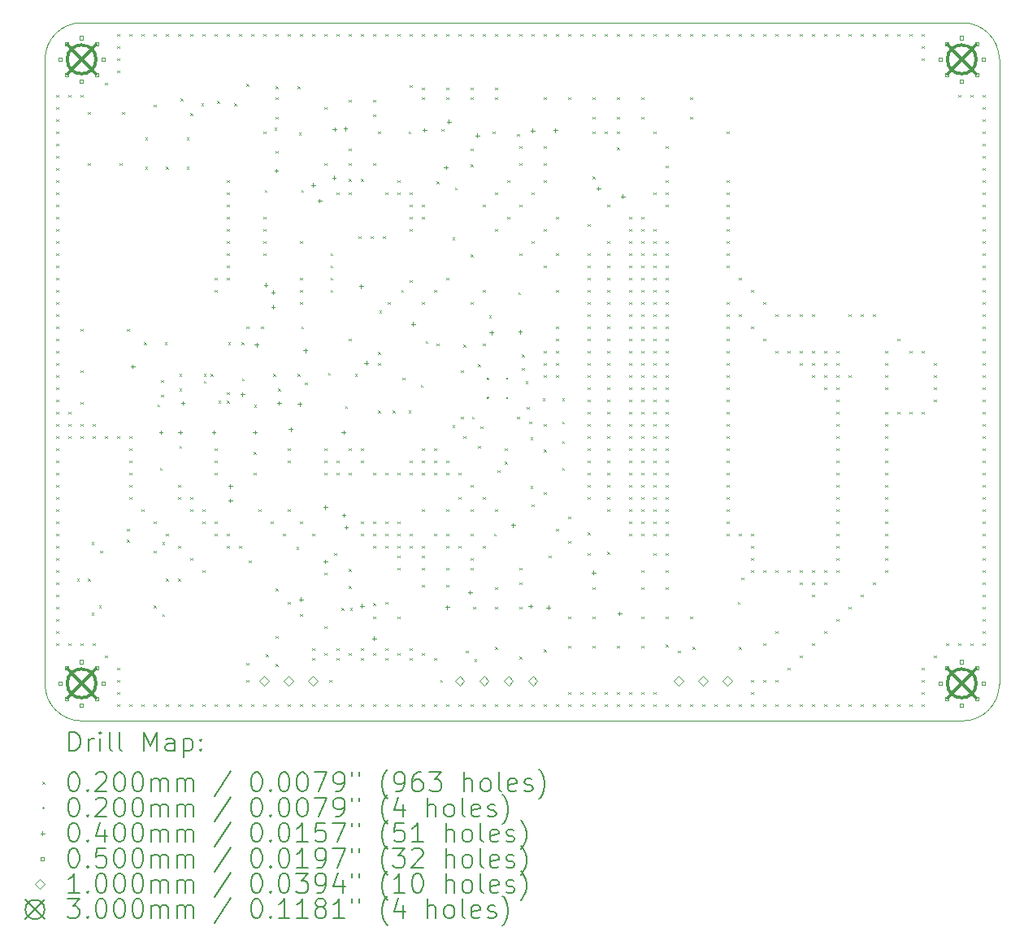
<source format=gbr>
%FSLAX45Y45*%
G04 Gerber Fmt 4.5, Leading zero omitted, Abs format (unit mm)*
G04 Created by KiCad (PCBNEW (6.0.5)) date 2022-06-02 10:53:18*
%MOMM*%
%LPD*%
G01*
G04 APERTURE LIST*
%TA.AperFunction,Profile*%
%ADD10C,0.100000*%
%TD*%
%ADD11C,0.200000*%
%ADD12C,0.020000*%
%ADD13C,0.040000*%
%ADD14C,0.050000*%
%ADD15C,0.100000*%
%ADD16C,0.300000*%
G04 APERTURE END LIST*
D10*
X19974390Y-7620000D02*
G75*
G03*
X19593392Y-7239000I-381000J0D01*
G01*
X10033000Y-7620000D02*
X10033000Y-14132392D01*
X19974392Y-14132392D02*
X19974392Y-7620000D01*
X19593392Y-14513392D02*
G75*
G03*
X19974392Y-14132392I-2J381002D01*
G01*
X19593392Y-7239000D02*
X10414000Y-7239000D01*
X10032998Y-14132392D02*
G75*
G03*
X10414000Y-14513392I381002J2D01*
G01*
X10414000Y-7239000D02*
G75*
G03*
X10033000Y-7620000I0J-381000D01*
G01*
X10414000Y-14513392D02*
X19593392Y-14513392D01*
D11*
D12*
X10150000Y-7991000D02*
X10170000Y-8011000D01*
X10170000Y-7991000D02*
X10150000Y-8011000D01*
X10150000Y-8118000D02*
X10170000Y-8138000D01*
X10170000Y-8118000D02*
X10150000Y-8138000D01*
X10150000Y-8245000D02*
X10170000Y-8265000D01*
X10170000Y-8245000D02*
X10150000Y-8265000D01*
X10150000Y-8372000D02*
X10170000Y-8392000D01*
X10170000Y-8372000D02*
X10150000Y-8392000D01*
X10150000Y-8499000D02*
X10170000Y-8519000D01*
X10170000Y-8499000D02*
X10150000Y-8519000D01*
X10150000Y-8626000D02*
X10170000Y-8646000D01*
X10170000Y-8626000D02*
X10150000Y-8646000D01*
X10150000Y-8753000D02*
X10170000Y-8773000D01*
X10170000Y-8753000D02*
X10150000Y-8773000D01*
X10150000Y-8880000D02*
X10170000Y-8900000D01*
X10170000Y-8880000D02*
X10150000Y-8900000D01*
X10150000Y-9007000D02*
X10170000Y-9027000D01*
X10170000Y-9007000D02*
X10150000Y-9027000D01*
X10150000Y-9134000D02*
X10170000Y-9154000D01*
X10170000Y-9134000D02*
X10150000Y-9154000D01*
X10150000Y-9261000D02*
X10170000Y-9281000D01*
X10170000Y-9261000D02*
X10150000Y-9281000D01*
X10150000Y-9388000D02*
X10170000Y-9408000D01*
X10170000Y-9388000D02*
X10150000Y-9408000D01*
X10150000Y-9515000D02*
X10170000Y-9535000D01*
X10170000Y-9515000D02*
X10150000Y-9535000D01*
X10150000Y-9642000D02*
X10170000Y-9662000D01*
X10170000Y-9642000D02*
X10150000Y-9662000D01*
X10150000Y-9769000D02*
X10170000Y-9789000D01*
X10170000Y-9769000D02*
X10150000Y-9789000D01*
X10150000Y-9896000D02*
X10170000Y-9916000D01*
X10170000Y-9896000D02*
X10150000Y-9916000D01*
X10150000Y-10023000D02*
X10170000Y-10043000D01*
X10170000Y-10023000D02*
X10150000Y-10043000D01*
X10150000Y-10150000D02*
X10170000Y-10170000D01*
X10170000Y-10150000D02*
X10150000Y-10170000D01*
X10150000Y-10277000D02*
X10170000Y-10297000D01*
X10170000Y-10277000D02*
X10150000Y-10297000D01*
X10150000Y-10404000D02*
X10170000Y-10424000D01*
X10170000Y-10404000D02*
X10150000Y-10424000D01*
X10150000Y-10531000D02*
X10170000Y-10551000D01*
X10170000Y-10531000D02*
X10150000Y-10551000D01*
X10150000Y-10658000D02*
X10170000Y-10678000D01*
X10170000Y-10658000D02*
X10150000Y-10678000D01*
X10150000Y-10785000D02*
X10170000Y-10805000D01*
X10170000Y-10785000D02*
X10150000Y-10805000D01*
X10150000Y-10912000D02*
X10170000Y-10932000D01*
X10170000Y-10912000D02*
X10150000Y-10932000D01*
X10150000Y-11039000D02*
X10170000Y-11059000D01*
X10170000Y-11039000D02*
X10150000Y-11059000D01*
X10150000Y-11166000D02*
X10170000Y-11186000D01*
X10170000Y-11166000D02*
X10150000Y-11186000D01*
X10150000Y-11293000D02*
X10170000Y-11313000D01*
X10170000Y-11293000D02*
X10150000Y-11313000D01*
X10150000Y-11420000D02*
X10170000Y-11440000D01*
X10170000Y-11420000D02*
X10150000Y-11440000D01*
X10150000Y-11547000D02*
X10170000Y-11567000D01*
X10170000Y-11547000D02*
X10150000Y-11567000D01*
X10150000Y-11674000D02*
X10170000Y-11694000D01*
X10170000Y-11674000D02*
X10150000Y-11694000D01*
X10150000Y-11801000D02*
X10170000Y-11821000D01*
X10170000Y-11801000D02*
X10150000Y-11821000D01*
X10150000Y-11928000D02*
X10170000Y-11948000D01*
X10170000Y-11928000D02*
X10150000Y-11948000D01*
X10150000Y-12055000D02*
X10170000Y-12075000D01*
X10170000Y-12055000D02*
X10150000Y-12075000D01*
X10150000Y-12182000D02*
X10170000Y-12202000D01*
X10170000Y-12182000D02*
X10150000Y-12202000D01*
X10150000Y-12309000D02*
X10170000Y-12329000D01*
X10170000Y-12309000D02*
X10150000Y-12329000D01*
X10150000Y-12436000D02*
X10170000Y-12456000D01*
X10170000Y-12436000D02*
X10150000Y-12456000D01*
X10150000Y-12563000D02*
X10170000Y-12583000D01*
X10170000Y-12563000D02*
X10150000Y-12583000D01*
X10150000Y-12690000D02*
X10170000Y-12710000D01*
X10170000Y-12690000D02*
X10150000Y-12710000D01*
X10150000Y-12817000D02*
X10170000Y-12837000D01*
X10170000Y-12817000D02*
X10150000Y-12837000D01*
X10150000Y-12944000D02*
X10170000Y-12964000D01*
X10170000Y-12944000D02*
X10150000Y-12964000D01*
X10150000Y-13071000D02*
X10170000Y-13091000D01*
X10170000Y-13071000D02*
X10150000Y-13091000D01*
X10150000Y-13198000D02*
X10170000Y-13218000D01*
X10170000Y-13198000D02*
X10150000Y-13218000D01*
X10150000Y-13325000D02*
X10170000Y-13345000D01*
X10170000Y-13325000D02*
X10150000Y-13345000D01*
X10150000Y-13452000D02*
X10170000Y-13472000D01*
X10170000Y-13452000D02*
X10150000Y-13472000D01*
X10150000Y-13579000D02*
X10170000Y-13599000D01*
X10170000Y-13579000D02*
X10150000Y-13599000D01*
X10150000Y-13706000D02*
X10170000Y-13726000D01*
X10170000Y-13706000D02*
X10150000Y-13726000D01*
X10277000Y-7991000D02*
X10297000Y-8011000D01*
X10297000Y-7991000D02*
X10277000Y-8011000D01*
X10277000Y-11293000D02*
X10297000Y-11313000D01*
X10297000Y-11293000D02*
X10277000Y-11313000D01*
X10277000Y-11420000D02*
X10297000Y-11440000D01*
X10297000Y-11420000D02*
X10277000Y-11440000D01*
X10277000Y-11547000D02*
X10297000Y-11567000D01*
X10297000Y-11547000D02*
X10277000Y-11567000D01*
X10277000Y-13706000D02*
X10297000Y-13726000D01*
X10297000Y-13706000D02*
X10277000Y-13726000D01*
X10365900Y-13032900D02*
X10385900Y-13052900D01*
X10385900Y-13032900D02*
X10365900Y-13052900D01*
X10404000Y-7991000D02*
X10424000Y-8011000D01*
X10424000Y-7991000D02*
X10404000Y-8011000D01*
X10404000Y-10429400D02*
X10424000Y-10449400D01*
X10424000Y-10429400D02*
X10404000Y-10449400D01*
X10404000Y-10861200D02*
X10424000Y-10881200D01*
X10424000Y-10861200D02*
X10404000Y-10881200D01*
X10404000Y-11191400D02*
X10424000Y-11211400D01*
X10424000Y-11191400D02*
X10404000Y-11211400D01*
X10404000Y-11420000D02*
X10424000Y-11440000D01*
X10424000Y-11420000D02*
X10404000Y-11440000D01*
X10404000Y-11547000D02*
X10424000Y-11567000D01*
X10424000Y-11547000D02*
X10404000Y-11567000D01*
X10404000Y-13706000D02*
X10424000Y-13726000D01*
X10424000Y-13706000D02*
X10404000Y-13726000D01*
X10480200Y-8168800D02*
X10500200Y-8188800D01*
X10500200Y-8168800D02*
X10480200Y-8188800D01*
X10480200Y-8702200D02*
X10500200Y-8722200D01*
X10500200Y-8702200D02*
X10480200Y-8722200D01*
X10480200Y-13032900D02*
X10500200Y-13052900D01*
X10500200Y-13032900D02*
X10480200Y-13052900D01*
X10518300Y-12651900D02*
X10538300Y-12671900D01*
X10538300Y-12651900D02*
X10518300Y-12671900D01*
X10518300Y-13388500D02*
X10538300Y-13408500D01*
X10538300Y-13388500D02*
X10518300Y-13408500D01*
X10531000Y-11420000D02*
X10551000Y-11440000D01*
X10551000Y-11420000D02*
X10531000Y-11440000D01*
X10531000Y-11547000D02*
X10551000Y-11567000D01*
X10551000Y-11547000D02*
X10531000Y-11567000D01*
X10531000Y-13706000D02*
X10551000Y-13726000D01*
X10551000Y-13706000D02*
X10531000Y-13726000D01*
X10594500Y-13312300D02*
X10614500Y-13332300D01*
X10614500Y-13312300D02*
X10594500Y-13332300D01*
X10607200Y-12740800D02*
X10627200Y-12760800D01*
X10627200Y-12740800D02*
X10607200Y-12760800D01*
X10658000Y-7864000D02*
X10678000Y-7884000D01*
X10678000Y-7864000D02*
X10658000Y-7884000D01*
X10658000Y-11547000D02*
X10678000Y-11567000D01*
X10678000Y-11547000D02*
X10658000Y-11567000D01*
X10658000Y-13833000D02*
X10678000Y-13853000D01*
X10678000Y-13833000D02*
X10658000Y-13853000D01*
X10785000Y-7356000D02*
X10805000Y-7376000D01*
X10805000Y-7356000D02*
X10785000Y-7376000D01*
X10785000Y-7483000D02*
X10805000Y-7503000D01*
X10805000Y-7483000D02*
X10785000Y-7503000D01*
X10785000Y-7610000D02*
X10805000Y-7630000D01*
X10805000Y-7610000D02*
X10785000Y-7630000D01*
X10785000Y-7737000D02*
X10805000Y-7757000D01*
X10805000Y-7737000D02*
X10785000Y-7757000D01*
X10785000Y-11547000D02*
X10805000Y-11567000D01*
X10805000Y-11547000D02*
X10785000Y-11567000D01*
X10785000Y-13960000D02*
X10805000Y-13980000D01*
X10805000Y-13960000D02*
X10785000Y-13980000D01*
X10785000Y-14087000D02*
X10805000Y-14107000D01*
X10805000Y-14087000D02*
X10785000Y-14107000D01*
X10785000Y-14214000D02*
X10805000Y-14234000D01*
X10805000Y-14214000D02*
X10785000Y-14234000D01*
X10785000Y-14341000D02*
X10805000Y-14361000D01*
X10805000Y-14341000D02*
X10785000Y-14361000D01*
X10810400Y-8702200D02*
X10830400Y-8722200D01*
X10830400Y-8702200D02*
X10810400Y-8722200D01*
X10835800Y-8168800D02*
X10855800Y-8188800D01*
X10855800Y-8168800D02*
X10835800Y-8188800D01*
X10886600Y-10429400D02*
X10906600Y-10449400D01*
X10906600Y-10429400D02*
X10886600Y-10449400D01*
X10886600Y-12512200D02*
X10906600Y-12532200D01*
X10906600Y-12512200D02*
X10886600Y-12532200D01*
X10886600Y-12626500D02*
X10906600Y-12646500D01*
X10906600Y-12626500D02*
X10886600Y-12646500D01*
X10912000Y-7356000D02*
X10932000Y-7376000D01*
X10932000Y-7356000D02*
X10912000Y-7376000D01*
X10912000Y-11547000D02*
X10932000Y-11567000D01*
X10932000Y-11547000D02*
X10912000Y-11567000D01*
X10912000Y-11674000D02*
X10932000Y-11694000D01*
X10932000Y-11674000D02*
X10912000Y-11694000D01*
X10912000Y-11801000D02*
X10932000Y-11821000D01*
X10932000Y-11801000D02*
X10912000Y-11821000D01*
X10912000Y-11928000D02*
X10932000Y-11948000D01*
X10932000Y-11928000D02*
X10912000Y-11948000D01*
X10912000Y-12055000D02*
X10932000Y-12075000D01*
X10932000Y-12055000D02*
X10912000Y-12075000D01*
X10912000Y-12182000D02*
X10932000Y-12202000D01*
X10932000Y-12182000D02*
X10912000Y-12202000D01*
X10912000Y-14341000D02*
X10932000Y-14361000D01*
X10932000Y-14341000D02*
X10912000Y-14361000D01*
X11039000Y-7356000D02*
X11059000Y-7376000D01*
X11059000Y-7356000D02*
X11039000Y-7376000D01*
X11039000Y-12309000D02*
X11059000Y-12329000D01*
X11059000Y-12309000D02*
X11039000Y-12329000D01*
X11039000Y-14341000D02*
X11059000Y-14361000D01*
X11059000Y-14341000D02*
X11039000Y-14361000D01*
X11064400Y-10569100D02*
X11084400Y-10589100D01*
X11084400Y-10569100D02*
X11064400Y-10589100D01*
X11077100Y-8435500D02*
X11097100Y-8455500D01*
X11097100Y-8435500D02*
X11077100Y-8455500D01*
X11077100Y-8740300D02*
X11097100Y-8760300D01*
X11097100Y-8740300D02*
X11077100Y-8760300D01*
X11166000Y-7356000D02*
X11186000Y-7376000D01*
X11186000Y-7356000D02*
X11166000Y-7376000D01*
X11166000Y-8092600D02*
X11186000Y-8112600D01*
X11186000Y-8092600D02*
X11166000Y-8112600D01*
X11166000Y-12436000D02*
X11186000Y-12456000D01*
X11186000Y-12436000D02*
X11166000Y-12456000D01*
X11166000Y-12740800D02*
X11186000Y-12760800D01*
X11186000Y-12740800D02*
X11166000Y-12760800D01*
X11166000Y-13312300D02*
X11186000Y-13332300D01*
X11186000Y-13312300D02*
X11166000Y-13332300D01*
X11166000Y-14341000D02*
X11186000Y-14361000D01*
X11186000Y-14341000D02*
X11166000Y-14361000D01*
X11204100Y-11216800D02*
X11224100Y-11236800D01*
X11224100Y-11216800D02*
X11204100Y-11236800D01*
X11229500Y-11877200D02*
X11249500Y-11897200D01*
X11249500Y-11877200D02*
X11229500Y-11897200D01*
X11242200Y-10962800D02*
X11262200Y-10982800D01*
X11262200Y-10962800D02*
X11242200Y-10982800D01*
X11242200Y-11115200D02*
X11262200Y-11135200D01*
X11262200Y-11115200D02*
X11242200Y-11135200D01*
X11254900Y-12651900D02*
X11274900Y-12671900D01*
X11274900Y-12651900D02*
X11254900Y-12671900D01*
X11254900Y-13401200D02*
X11274900Y-13421200D01*
X11274900Y-13401200D02*
X11254900Y-13421200D01*
X11280300Y-10569100D02*
X11300300Y-10589100D01*
X11300300Y-10569100D02*
X11280300Y-10589100D01*
X11293000Y-7356000D02*
X11313000Y-7376000D01*
X11313000Y-7356000D02*
X11293000Y-7376000D01*
X11293000Y-8740300D02*
X11313000Y-8760300D01*
X11313000Y-8740300D02*
X11293000Y-8760300D01*
X11293000Y-12563000D02*
X11313000Y-12583000D01*
X11313000Y-12563000D02*
X11293000Y-12583000D01*
X11293000Y-13032900D02*
X11313000Y-13052900D01*
X11313000Y-13032900D02*
X11293000Y-13052900D01*
X11293000Y-14341000D02*
X11313000Y-14361000D01*
X11313000Y-14341000D02*
X11293000Y-14361000D01*
X11420000Y-7356000D02*
X11440000Y-7376000D01*
X11440000Y-7356000D02*
X11420000Y-7376000D01*
X11420000Y-12055000D02*
X11440000Y-12075000D01*
X11440000Y-12055000D02*
X11420000Y-12075000D01*
X11420000Y-12182000D02*
X11440000Y-12202000D01*
X11440000Y-12182000D02*
X11420000Y-12202000D01*
X11420000Y-12690000D02*
X11440000Y-12710000D01*
X11440000Y-12690000D02*
X11420000Y-12710000D01*
X11420000Y-13032900D02*
X11440000Y-13052900D01*
X11440000Y-13032900D02*
X11420000Y-13052900D01*
X11420000Y-14341000D02*
X11440000Y-14361000D01*
X11440000Y-14341000D02*
X11420000Y-14361000D01*
X11432700Y-10899300D02*
X11452700Y-10919300D01*
X11452700Y-10899300D02*
X11432700Y-10919300D01*
X11432700Y-11051700D02*
X11452700Y-11071700D01*
X11452700Y-11051700D02*
X11432700Y-11071700D01*
X11432700Y-11648600D02*
X11452700Y-11668600D01*
X11452700Y-11648600D02*
X11432700Y-11668600D01*
X11445400Y-8029100D02*
X11465400Y-8049100D01*
X11465400Y-8029100D02*
X11445400Y-8049100D01*
X11508900Y-8435500D02*
X11528900Y-8455500D01*
X11528900Y-8435500D02*
X11508900Y-8455500D01*
X11508900Y-8740300D02*
X11528900Y-8760300D01*
X11528900Y-8740300D02*
X11508900Y-8760300D01*
X11547000Y-7356000D02*
X11567000Y-7376000D01*
X11567000Y-7356000D02*
X11547000Y-7376000D01*
X11547000Y-8181500D02*
X11567000Y-8201500D01*
X11567000Y-8181500D02*
X11547000Y-8201500D01*
X11547000Y-12182000D02*
X11567000Y-12202000D01*
X11567000Y-12182000D02*
X11547000Y-12202000D01*
X11547000Y-12309000D02*
X11567000Y-12329000D01*
X11567000Y-12309000D02*
X11547000Y-12329000D01*
X11547000Y-12817000D02*
X11567000Y-12837000D01*
X11567000Y-12817000D02*
X11547000Y-12837000D01*
X11547000Y-14341000D02*
X11567000Y-14361000D01*
X11567000Y-14341000D02*
X11547000Y-14361000D01*
X11661300Y-8079900D02*
X11681300Y-8099900D01*
X11681300Y-8079900D02*
X11661300Y-8099900D01*
X11674000Y-7356000D02*
X11694000Y-7376000D01*
X11694000Y-7356000D02*
X11674000Y-7376000D01*
X11674000Y-12309000D02*
X11694000Y-12329000D01*
X11694000Y-12309000D02*
X11674000Y-12329000D01*
X11674000Y-12436000D02*
X11694000Y-12456000D01*
X11694000Y-12436000D02*
X11674000Y-12456000D01*
X11674000Y-12944000D02*
X11694000Y-12964000D01*
X11694000Y-12944000D02*
X11674000Y-12964000D01*
X11674000Y-14341000D02*
X11694000Y-14361000D01*
X11694000Y-14341000D02*
X11674000Y-14361000D01*
X11686219Y-10972960D02*
X11706219Y-10992960D01*
X11706219Y-10972960D02*
X11686219Y-10992960D01*
X11686700Y-10899300D02*
X11706700Y-10919300D01*
X11706700Y-10899300D02*
X11686700Y-10919300D01*
X11760360Y-10899300D02*
X11780360Y-10919300D01*
X11780360Y-10899300D02*
X11760360Y-10919300D01*
X11801000Y-7356000D02*
X11821000Y-7376000D01*
X11821000Y-7356000D02*
X11801000Y-7376000D01*
X11801000Y-9896000D02*
X11821000Y-9916000D01*
X11821000Y-9896000D02*
X11801000Y-9916000D01*
X11801000Y-10023000D02*
X11821000Y-10043000D01*
X11821000Y-10023000D02*
X11801000Y-10043000D01*
X11801000Y-11674000D02*
X11821000Y-11694000D01*
X11821000Y-11674000D02*
X11801000Y-11694000D01*
X11801000Y-11801000D02*
X11821000Y-11821000D01*
X11821000Y-11801000D02*
X11801000Y-11821000D01*
X11801000Y-11928000D02*
X11821000Y-11948000D01*
X11821000Y-11928000D02*
X11801000Y-11948000D01*
X11801000Y-12436000D02*
X11821000Y-12456000D01*
X11821000Y-12436000D02*
X11801000Y-12456000D01*
X11801000Y-12563000D02*
X11821000Y-12583000D01*
X11821000Y-12563000D02*
X11801000Y-12583000D01*
X11801000Y-14341000D02*
X11821000Y-14361000D01*
X11821000Y-14341000D02*
X11801000Y-14361000D01*
X11826400Y-8054500D02*
X11846400Y-8074500D01*
X11846400Y-8054500D02*
X11826400Y-8074500D01*
X11839100Y-11178700D02*
X11859100Y-11198700D01*
X11859100Y-11178700D02*
X11839100Y-11198700D01*
X11928000Y-7356000D02*
X11948000Y-7376000D01*
X11948000Y-7356000D02*
X11928000Y-7376000D01*
X11928000Y-8880000D02*
X11948000Y-8900000D01*
X11948000Y-8880000D02*
X11928000Y-8900000D01*
X11928000Y-9007000D02*
X11948000Y-9027000D01*
X11948000Y-9007000D02*
X11928000Y-9027000D01*
X11928000Y-9134000D02*
X11948000Y-9154000D01*
X11948000Y-9134000D02*
X11928000Y-9154000D01*
X11928000Y-9261000D02*
X11948000Y-9281000D01*
X11948000Y-9261000D02*
X11928000Y-9281000D01*
X11928000Y-9388000D02*
X11948000Y-9408000D01*
X11948000Y-9388000D02*
X11928000Y-9408000D01*
X11928000Y-9515000D02*
X11948000Y-9535000D01*
X11948000Y-9515000D02*
X11928000Y-9535000D01*
X11928000Y-9642000D02*
X11948000Y-9662000D01*
X11948000Y-9642000D02*
X11928000Y-9662000D01*
X11928000Y-9769000D02*
X11948000Y-9789000D01*
X11948000Y-9769000D02*
X11928000Y-9789000D01*
X11928000Y-9896000D02*
X11948000Y-9916000D01*
X11948000Y-9896000D02*
X11928000Y-9916000D01*
X11928000Y-11089800D02*
X11948000Y-11109800D01*
X11948000Y-11089800D02*
X11928000Y-11109800D01*
X11928000Y-11178700D02*
X11948000Y-11198700D01*
X11948000Y-11178700D02*
X11928000Y-11198700D01*
X11928000Y-12563000D02*
X11948000Y-12583000D01*
X11948000Y-12563000D02*
X11928000Y-12583000D01*
X11928000Y-12690000D02*
X11948000Y-12710000D01*
X11948000Y-12690000D02*
X11928000Y-12710000D01*
X11928000Y-14341000D02*
X11948000Y-14361000D01*
X11948000Y-14341000D02*
X11928000Y-14361000D01*
X11940700Y-10569100D02*
X11960700Y-10589100D01*
X11960700Y-10569100D02*
X11940700Y-10589100D01*
X12004200Y-8079900D02*
X12024200Y-8099900D01*
X12024200Y-8079900D02*
X12004200Y-8099900D01*
X12055000Y-7356000D02*
X12075000Y-7376000D01*
X12075000Y-7356000D02*
X12055000Y-7376000D01*
X12055000Y-12690000D02*
X12075000Y-12710000D01*
X12075000Y-12690000D02*
X12055000Y-12710000D01*
X12055000Y-14341000D02*
X12075000Y-14361000D01*
X12075000Y-14341000D02*
X12055000Y-14361000D01*
X12080400Y-10569100D02*
X12100400Y-10589100D01*
X12100400Y-10569100D02*
X12080400Y-10589100D01*
X12085480Y-10947560D02*
X12105480Y-10967560D01*
X12105480Y-10947560D02*
X12085480Y-10967560D01*
X12131200Y-7876700D02*
X12151200Y-7896700D01*
X12151200Y-7876700D02*
X12131200Y-7896700D01*
X12131200Y-10404000D02*
X12151200Y-10424000D01*
X12151200Y-10404000D02*
X12131200Y-10424000D01*
X12131200Y-13909200D02*
X12151200Y-13929200D01*
X12151200Y-13909200D02*
X12131200Y-13929200D01*
X12131200Y-14087000D02*
X12151200Y-14107000D01*
X12151200Y-14087000D02*
X12131200Y-14107000D01*
X12156600Y-12842400D02*
X12176600Y-12862400D01*
X12176600Y-12842400D02*
X12156600Y-12862400D01*
X12182000Y-7356000D02*
X12202000Y-7376000D01*
X12202000Y-7356000D02*
X12182000Y-7376000D01*
X12182000Y-14341000D02*
X12202000Y-14361000D01*
X12202000Y-14341000D02*
X12182000Y-14361000D01*
X12207400Y-11712100D02*
X12227400Y-11732100D01*
X12227400Y-11712100D02*
X12207400Y-11732100D01*
X12207400Y-11928000D02*
X12227400Y-11948000D01*
X12227400Y-11928000D02*
X12207400Y-11948000D01*
X12212434Y-11220348D02*
X12232434Y-11240348D01*
X12232434Y-11220348D02*
X12212434Y-11240348D01*
X12258200Y-12309000D02*
X12278200Y-12329000D01*
X12278200Y-12309000D02*
X12258200Y-12329000D01*
X12283600Y-10404000D02*
X12303600Y-10424000D01*
X12303600Y-10404000D02*
X12283600Y-10424000D01*
X12309000Y-7356000D02*
X12329000Y-7376000D01*
X12329000Y-7356000D02*
X12309000Y-7376000D01*
X12309000Y-8372000D02*
X12329000Y-8392000D01*
X12329000Y-8372000D02*
X12309000Y-8392000D01*
X12309000Y-9261000D02*
X12329000Y-9281000D01*
X12329000Y-9261000D02*
X12309000Y-9281000D01*
X12309000Y-9388000D02*
X12329000Y-9408000D01*
X12329000Y-9388000D02*
X12309000Y-9408000D01*
X12309000Y-9515000D02*
X12329000Y-9535000D01*
X12329000Y-9515000D02*
X12309000Y-9535000D01*
X12309000Y-9642000D02*
X12329000Y-9662000D01*
X12329000Y-9642000D02*
X12309000Y-9662000D01*
X12309000Y-14341000D02*
X12329000Y-14361000D01*
X12329000Y-14341000D02*
X12309000Y-14361000D01*
X12321700Y-8981600D02*
X12341700Y-9001600D01*
X12341700Y-8981600D02*
X12321700Y-9001600D01*
X12334400Y-13820300D02*
X12354400Y-13840300D01*
X12354400Y-13820300D02*
X12334400Y-13840300D01*
X12385200Y-12436000D02*
X12405200Y-12456000D01*
X12405200Y-12436000D02*
X12385200Y-12456000D01*
X12410600Y-10899300D02*
X12430600Y-10919300D01*
X12430600Y-10899300D02*
X12410600Y-10919300D01*
X12423300Y-8333900D02*
X12443300Y-8353900D01*
X12443300Y-8333900D02*
X12423300Y-8353900D01*
X12436000Y-7356000D02*
X12456000Y-7376000D01*
X12456000Y-7356000D02*
X12436000Y-7376000D01*
X12436000Y-7902100D02*
X12456000Y-7922100D01*
X12456000Y-7902100D02*
X12436000Y-7922100D01*
X12436000Y-8016400D02*
X12456000Y-8036400D01*
X12456000Y-8016400D02*
X12436000Y-8036400D01*
X12436000Y-8219600D02*
X12456000Y-8239600D01*
X12456000Y-8219600D02*
X12436000Y-8239600D01*
X12436000Y-8575200D02*
X12456000Y-8595200D01*
X12456000Y-8575200D02*
X12436000Y-8595200D01*
X12436000Y-13134500D02*
X12456000Y-13154500D01*
X12456000Y-13134500D02*
X12436000Y-13154500D01*
X12436000Y-13629800D02*
X12456000Y-13649800D01*
X12456000Y-13629800D02*
X12436000Y-13649800D01*
X12436000Y-13921900D02*
X12456000Y-13941900D01*
X12456000Y-13921900D02*
X12436000Y-13941900D01*
X12436000Y-14341000D02*
X12456000Y-14361000D01*
X12456000Y-14341000D02*
X12436000Y-14361000D01*
X12461400Y-11051700D02*
X12481400Y-11071700D01*
X12481400Y-11051700D02*
X12461400Y-11071700D01*
X12512200Y-12563000D02*
X12532200Y-12583000D01*
X12532200Y-12563000D02*
X12512200Y-12583000D01*
X12563000Y-7356000D02*
X12583000Y-7376000D01*
X12583000Y-7356000D02*
X12563000Y-7376000D01*
X12563000Y-11674000D02*
X12583000Y-11694000D01*
X12583000Y-11674000D02*
X12563000Y-11694000D01*
X12563000Y-11801000D02*
X12583000Y-11821000D01*
X12583000Y-11801000D02*
X12563000Y-11821000D01*
X12563000Y-12309000D02*
X12583000Y-12329000D01*
X12583000Y-12309000D02*
X12563000Y-12329000D01*
X12563000Y-13274200D02*
X12583000Y-13294200D01*
X12583000Y-13274200D02*
X12563000Y-13294200D01*
X12563000Y-14341000D02*
X12583000Y-14361000D01*
X12583000Y-14341000D02*
X12563000Y-14361000D01*
X12651900Y-12702700D02*
X12671900Y-12722700D01*
X12671900Y-12702700D02*
X12651900Y-12722700D01*
X12664600Y-7902100D02*
X12684600Y-7922100D01*
X12684600Y-7902100D02*
X12664600Y-7922100D01*
X12664600Y-10899300D02*
X12684600Y-10919300D01*
X12684600Y-10899300D02*
X12664600Y-10919300D01*
X12677300Y-8384700D02*
X12697300Y-8404700D01*
X12697300Y-8384700D02*
X12677300Y-8404700D01*
X12690000Y-7356000D02*
X12710000Y-7376000D01*
X12710000Y-7356000D02*
X12690000Y-7376000D01*
X12690000Y-9515000D02*
X12710000Y-9535000D01*
X12710000Y-9515000D02*
X12690000Y-9535000D01*
X12690000Y-9896000D02*
X12710000Y-9916000D01*
X12710000Y-9896000D02*
X12690000Y-9916000D01*
X12690000Y-10023000D02*
X12710000Y-10043000D01*
X12710000Y-10023000D02*
X12690000Y-10043000D01*
X12690000Y-10150000D02*
X12710000Y-10170000D01*
X12710000Y-10150000D02*
X12690000Y-10170000D01*
X12690000Y-12436000D02*
X12710000Y-12456000D01*
X12710000Y-12436000D02*
X12690000Y-12456000D01*
X12690000Y-13401200D02*
X12710000Y-13421200D01*
X12710000Y-13401200D02*
X12690000Y-13421200D01*
X12690000Y-14341000D02*
X12710000Y-14361000D01*
X12710000Y-14341000D02*
X12690000Y-14361000D01*
X12702700Y-8981600D02*
X12722700Y-9001600D01*
X12722700Y-8981600D02*
X12702700Y-9001600D01*
X12702700Y-10404000D02*
X12722700Y-10424000D01*
X12722700Y-10404000D02*
X12702700Y-10424000D01*
X12740800Y-10988200D02*
X12760800Y-11008200D01*
X12760800Y-10988200D02*
X12740800Y-11008200D01*
X12817000Y-7356000D02*
X12837000Y-7376000D01*
X12837000Y-7356000D02*
X12817000Y-7376000D01*
X12817000Y-12563000D02*
X12837000Y-12583000D01*
X12837000Y-12563000D02*
X12817000Y-12583000D01*
X12817000Y-13756800D02*
X12837000Y-13776800D01*
X12837000Y-13756800D02*
X12817000Y-13776800D01*
X12817000Y-13858400D02*
X12837000Y-13878400D01*
X12837000Y-13858400D02*
X12817000Y-13878400D01*
X12817000Y-14341000D02*
X12837000Y-14361000D01*
X12837000Y-14341000D02*
X12817000Y-14361000D01*
X12944000Y-7356000D02*
X12964000Y-7376000D01*
X12964000Y-7356000D02*
X12944000Y-7376000D01*
X12944000Y-8118000D02*
X12964000Y-8138000D01*
X12964000Y-8118000D02*
X12944000Y-8138000D01*
X12944000Y-8702200D02*
X12964000Y-8722200D01*
X12964000Y-8702200D02*
X12944000Y-8722200D01*
X12944000Y-11674000D02*
X12964000Y-11694000D01*
X12964000Y-11674000D02*
X12944000Y-11694000D01*
X12944000Y-11801000D02*
X12964000Y-11821000D01*
X12964000Y-11801000D02*
X12944000Y-11821000D01*
X12944000Y-11928000D02*
X12964000Y-11948000D01*
X12964000Y-11928000D02*
X12944000Y-11948000D01*
X12944000Y-12969400D02*
X12964000Y-12989400D01*
X12964000Y-12969400D02*
X12944000Y-12989400D01*
X12944000Y-13528200D02*
X12964000Y-13548200D01*
X12964000Y-13528200D02*
X12944000Y-13548200D01*
X12944000Y-13807600D02*
X12964000Y-13827600D01*
X12964000Y-13807600D02*
X12944000Y-13827600D01*
X12944000Y-14341000D02*
X12964000Y-14361000D01*
X12964000Y-14341000D02*
X12944000Y-14361000D01*
X12982100Y-10886600D02*
X13002100Y-10906600D01*
X13002100Y-10886600D02*
X12982100Y-10906600D01*
X12994800Y-14087000D02*
X13014800Y-14107000D01*
X13014800Y-14087000D02*
X12994800Y-14107000D01*
X13007500Y-9642000D02*
X13027500Y-9662000D01*
X13027500Y-9642000D02*
X13007500Y-9662000D01*
X13007500Y-9769000D02*
X13027500Y-9789000D01*
X13027500Y-9769000D02*
X13007500Y-9789000D01*
X13007500Y-9896000D02*
X13027500Y-9916000D01*
X13027500Y-9896000D02*
X13007500Y-9916000D01*
X13007500Y-10023000D02*
X13027500Y-10043000D01*
X13027500Y-10023000D02*
X13007500Y-10043000D01*
X13045600Y-12766200D02*
X13065600Y-12786200D01*
X13065600Y-12766200D02*
X13045600Y-12786200D01*
X13071000Y-7356000D02*
X13091000Y-7376000D01*
X13091000Y-7356000D02*
X13071000Y-7376000D01*
X13071000Y-9007000D02*
X13091000Y-9027000D01*
X13091000Y-9007000D02*
X13071000Y-9027000D01*
X13071000Y-11801000D02*
X13091000Y-11821000D01*
X13091000Y-11801000D02*
X13071000Y-11821000D01*
X13071000Y-11928000D02*
X13091000Y-11948000D01*
X13091000Y-11928000D02*
X13071000Y-11948000D01*
X13071000Y-13756800D02*
X13091000Y-13776800D01*
X13091000Y-13756800D02*
X13071000Y-13776800D01*
X13071000Y-13858400D02*
X13091000Y-13878400D01*
X13091000Y-13858400D02*
X13071000Y-13878400D01*
X13071000Y-14341000D02*
X13091000Y-14361000D01*
X13091000Y-14341000D02*
X13071000Y-14361000D01*
X13121800Y-13337700D02*
X13141800Y-13357700D01*
X13141800Y-13337700D02*
X13121800Y-13357700D01*
X13162901Y-11231503D02*
X13182901Y-11251503D01*
X13182901Y-11231503D02*
X13162901Y-11251503D01*
X13198000Y-7356000D02*
X13218000Y-7376000D01*
X13218000Y-7356000D02*
X13198000Y-7376000D01*
X13198000Y-8041800D02*
X13218000Y-8061800D01*
X13218000Y-8041800D02*
X13198000Y-8061800D01*
X13198000Y-8549800D02*
X13218000Y-8569800D01*
X13218000Y-8549800D02*
X13198000Y-8569800D01*
X13198000Y-8702200D02*
X13218000Y-8722200D01*
X13218000Y-8702200D02*
X13198000Y-8722200D01*
X13198000Y-8867300D02*
X13218000Y-8887300D01*
X13218000Y-8867300D02*
X13198000Y-8887300D01*
X13198000Y-9007000D02*
X13218000Y-9027000D01*
X13218000Y-9007000D02*
X13198000Y-9027000D01*
X13198000Y-10531000D02*
X13218000Y-10551000D01*
X13218000Y-10531000D02*
X13198000Y-10551000D01*
X13198000Y-11674000D02*
X13218000Y-11694000D01*
X13218000Y-11674000D02*
X13198000Y-11694000D01*
X13198000Y-11928000D02*
X13218000Y-11948000D01*
X13218000Y-11928000D02*
X13198000Y-11948000D01*
X13198000Y-12931300D02*
X13218000Y-12951300D01*
X13218000Y-12931300D02*
X13198000Y-12951300D01*
X13198000Y-13109100D02*
X13218000Y-13129100D01*
X13218000Y-13109100D02*
X13198000Y-13129100D01*
X13198000Y-13807600D02*
X13218000Y-13827600D01*
X13218000Y-13807600D02*
X13198000Y-13827600D01*
X13198000Y-14341000D02*
X13218000Y-14361000D01*
X13218000Y-14341000D02*
X13198000Y-14361000D01*
X13210700Y-13337700D02*
X13230700Y-13357700D01*
X13230700Y-13337700D02*
X13210700Y-13357700D01*
X13261500Y-10899300D02*
X13281500Y-10919300D01*
X13281500Y-10899300D02*
X13261500Y-10919300D01*
X13299600Y-9464200D02*
X13319600Y-9484200D01*
X13319600Y-9464200D02*
X13299600Y-9484200D01*
X13325000Y-7356000D02*
X13345000Y-7376000D01*
X13345000Y-7356000D02*
X13325000Y-7376000D01*
X13325000Y-8867300D02*
X13345000Y-8887300D01*
X13345000Y-8867300D02*
X13325000Y-8887300D01*
X13325000Y-11674000D02*
X13345000Y-11694000D01*
X13345000Y-11674000D02*
X13325000Y-11694000D01*
X13325000Y-11801000D02*
X13345000Y-11821000D01*
X13345000Y-11801000D02*
X13325000Y-11821000D01*
X13325000Y-12436000D02*
X13345000Y-12456000D01*
X13345000Y-12436000D02*
X13325000Y-12456000D01*
X13325000Y-12563000D02*
X13345000Y-12583000D01*
X13345000Y-12563000D02*
X13325000Y-12583000D01*
X13325000Y-13756800D02*
X13345000Y-13776800D01*
X13345000Y-13756800D02*
X13325000Y-13776800D01*
X13325000Y-13858400D02*
X13345000Y-13878400D01*
X13345000Y-13858400D02*
X13325000Y-13878400D01*
X13325000Y-14341000D02*
X13345000Y-14361000D01*
X13345000Y-14341000D02*
X13325000Y-14361000D01*
X13426600Y-9464200D02*
X13446600Y-9484200D01*
X13446600Y-9464200D02*
X13426600Y-9484200D01*
X13452000Y-7356000D02*
X13472000Y-7376000D01*
X13472000Y-7356000D02*
X13452000Y-7376000D01*
X13452000Y-8041800D02*
X13472000Y-8061800D01*
X13472000Y-8041800D02*
X13452000Y-8061800D01*
X13452000Y-8194200D02*
X13472000Y-8214200D01*
X13472000Y-8194200D02*
X13452000Y-8214200D01*
X13452000Y-8702200D02*
X13472000Y-8722200D01*
X13472000Y-8702200D02*
X13452000Y-8722200D01*
X13452000Y-11928000D02*
X13472000Y-11948000D01*
X13472000Y-11928000D02*
X13452000Y-11948000D01*
X13452000Y-12436000D02*
X13472000Y-12456000D01*
X13472000Y-12436000D02*
X13452000Y-12456000D01*
X13452000Y-12563000D02*
X13472000Y-12583000D01*
X13472000Y-12563000D02*
X13452000Y-12583000D01*
X13452000Y-12690000D02*
X13472000Y-12710000D01*
X13472000Y-12690000D02*
X13452000Y-12710000D01*
X13452000Y-13286900D02*
X13472000Y-13306900D01*
X13472000Y-13286900D02*
X13452000Y-13306900D01*
X13452000Y-13426600D02*
X13472000Y-13446600D01*
X13472000Y-13426600D02*
X13452000Y-13446600D01*
X13452000Y-13807600D02*
X13472000Y-13827600D01*
X13472000Y-13807600D02*
X13452000Y-13827600D01*
X13452000Y-14341000D02*
X13472000Y-14361000D01*
X13472000Y-14341000D02*
X13452000Y-14361000D01*
X13502800Y-8372000D02*
X13522800Y-8392000D01*
X13522800Y-8372000D02*
X13502800Y-8392000D01*
X13502800Y-10670700D02*
X13522800Y-10690700D01*
X13522800Y-10670700D02*
X13502800Y-10690700D01*
X13502800Y-10785000D02*
X13522800Y-10805000D01*
X13522800Y-10785000D02*
X13502800Y-10805000D01*
X13502800Y-11280300D02*
X13522800Y-11300300D01*
X13522800Y-11280300D02*
X13502800Y-11300300D01*
X13515500Y-10238900D02*
X13535500Y-10258900D01*
X13535500Y-10238900D02*
X13515500Y-10258900D01*
X13553600Y-9464200D02*
X13573600Y-9484200D01*
X13573600Y-9464200D02*
X13553600Y-9484200D01*
X13579000Y-7356000D02*
X13599000Y-7376000D01*
X13599000Y-7356000D02*
X13579000Y-7376000D01*
X13579000Y-9007000D02*
X13599000Y-9027000D01*
X13599000Y-9007000D02*
X13579000Y-9027000D01*
X13579000Y-11928000D02*
X13599000Y-11948000D01*
X13599000Y-11928000D02*
X13579000Y-11948000D01*
X13579000Y-12436000D02*
X13599000Y-12456000D01*
X13599000Y-12436000D02*
X13579000Y-12456000D01*
X13579000Y-12563000D02*
X13599000Y-12583000D01*
X13599000Y-12563000D02*
X13579000Y-12583000D01*
X13579000Y-12690000D02*
X13599000Y-12710000D01*
X13599000Y-12690000D02*
X13579000Y-12710000D01*
X13579000Y-13274200D02*
X13599000Y-13294200D01*
X13599000Y-13274200D02*
X13579000Y-13294200D01*
X13579000Y-13756800D02*
X13599000Y-13776800D01*
X13599000Y-13756800D02*
X13579000Y-13776800D01*
X13579000Y-13858400D02*
X13599000Y-13878400D01*
X13599000Y-13858400D02*
X13579000Y-13878400D01*
X13579000Y-14341000D02*
X13599000Y-14361000D01*
X13599000Y-14341000D02*
X13579000Y-14361000D01*
X13604400Y-10150000D02*
X13624400Y-10170000D01*
X13624400Y-10150000D02*
X13604400Y-10170000D01*
X13655200Y-11280300D02*
X13675200Y-11300300D01*
X13675200Y-11280300D02*
X13655200Y-11300300D01*
X13706000Y-7356000D02*
X13726000Y-7376000D01*
X13726000Y-7356000D02*
X13706000Y-7376000D01*
X13706000Y-8880000D02*
X13726000Y-8900000D01*
X13726000Y-8880000D02*
X13706000Y-8900000D01*
X13706000Y-9007000D02*
X13726000Y-9027000D01*
X13726000Y-9007000D02*
X13706000Y-9027000D01*
X13706000Y-11928000D02*
X13726000Y-11948000D01*
X13726000Y-11928000D02*
X13706000Y-11948000D01*
X13706000Y-12436000D02*
X13726000Y-12456000D01*
X13726000Y-12436000D02*
X13706000Y-12456000D01*
X13706000Y-12563000D02*
X13726000Y-12583000D01*
X13726000Y-12563000D02*
X13706000Y-12583000D01*
X13706000Y-12690000D02*
X13726000Y-12710000D01*
X13726000Y-12690000D02*
X13706000Y-12710000D01*
X13706000Y-12791600D02*
X13726000Y-12811600D01*
X13726000Y-12791600D02*
X13706000Y-12811600D01*
X13706000Y-12918600D02*
X13726000Y-12938600D01*
X13726000Y-12918600D02*
X13706000Y-12938600D01*
X13706000Y-13426600D02*
X13726000Y-13446600D01*
X13726000Y-13426600D02*
X13706000Y-13446600D01*
X13706000Y-13807600D02*
X13726000Y-13827600D01*
X13726000Y-13807600D02*
X13706000Y-13827600D01*
X13706000Y-14341000D02*
X13726000Y-14361000D01*
X13726000Y-14341000D02*
X13706000Y-14361000D01*
X13744100Y-10023000D02*
X13764100Y-10043000D01*
X13764100Y-10023000D02*
X13744100Y-10043000D01*
X13756800Y-10937400D02*
X13776800Y-10957400D01*
X13776800Y-10937400D02*
X13756800Y-10957400D01*
X13820300Y-8372000D02*
X13840300Y-8392000D01*
X13840300Y-8372000D02*
X13820300Y-8392000D01*
X13820300Y-11280300D02*
X13840300Y-11300300D01*
X13840300Y-11280300D02*
X13820300Y-11300300D01*
X13833000Y-7356000D02*
X13853000Y-7376000D01*
X13853000Y-7356000D02*
X13833000Y-7376000D01*
X13833000Y-7889400D02*
X13853000Y-7909400D01*
X13853000Y-7889400D02*
X13833000Y-7909400D01*
X13833000Y-9007000D02*
X13853000Y-9027000D01*
X13853000Y-9007000D02*
X13833000Y-9027000D01*
X13833000Y-9134000D02*
X13853000Y-9154000D01*
X13853000Y-9134000D02*
X13833000Y-9154000D01*
X13833000Y-9261000D02*
X13853000Y-9281000D01*
X13853000Y-9261000D02*
X13833000Y-9281000D01*
X13833000Y-9388000D02*
X13853000Y-9408000D01*
X13853000Y-9388000D02*
X13833000Y-9408000D01*
X13833000Y-9921400D02*
X13853000Y-9941400D01*
X13853000Y-9921400D02*
X13833000Y-9941400D01*
X13833000Y-11801000D02*
X13853000Y-11821000D01*
X13853000Y-11801000D02*
X13833000Y-11821000D01*
X13833000Y-11928000D02*
X13853000Y-11948000D01*
X13853000Y-11928000D02*
X13833000Y-11948000D01*
X13833000Y-12563000D02*
X13853000Y-12583000D01*
X13853000Y-12563000D02*
X13833000Y-12583000D01*
X13833000Y-12690000D02*
X13853000Y-12710000D01*
X13853000Y-12690000D02*
X13833000Y-12710000D01*
X13833000Y-13756800D02*
X13853000Y-13776800D01*
X13853000Y-13756800D02*
X13833000Y-13776800D01*
X13833000Y-13858400D02*
X13853000Y-13878400D01*
X13853000Y-13858400D02*
X13833000Y-13878400D01*
X13833000Y-14341000D02*
X13853000Y-14361000D01*
X13853000Y-14341000D02*
X13833000Y-14361000D01*
X13947300Y-11013600D02*
X13967300Y-11033600D01*
X13967300Y-11013600D02*
X13947300Y-11033600D01*
X13960000Y-7356000D02*
X13980000Y-7376000D01*
X13980000Y-7356000D02*
X13960000Y-7376000D01*
X13960000Y-7914800D02*
X13980000Y-7934800D01*
X13980000Y-7914800D02*
X13960000Y-7934800D01*
X13960000Y-8016400D02*
X13980000Y-8036400D01*
X13980000Y-8016400D02*
X13960000Y-8036400D01*
X13960000Y-9134000D02*
X13980000Y-9154000D01*
X13980000Y-9134000D02*
X13960000Y-9154000D01*
X13960000Y-9261000D02*
X13980000Y-9281000D01*
X13980000Y-9261000D02*
X13960000Y-9281000D01*
X13960000Y-10150000D02*
X13980000Y-10170000D01*
X13980000Y-10150000D02*
X13960000Y-10170000D01*
X13960000Y-11674000D02*
X13980000Y-11694000D01*
X13980000Y-11674000D02*
X13960000Y-11694000D01*
X13960000Y-11801000D02*
X13980000Y-11821000D01*
X13980000Y-11801000D02*
X13960000Y-11821000D01*
X13960000Y-11928000D02*
X13980000Y-11948000D01*
X13980000Y-11928000D02*
X13960000Y-11948000D01*
X13960000Y-12309000D02*
X13980000Y-12329000D01*
X13980000Y-12309000D02*
X13960000Y-12329000D01*
X13960000Y-12690000D02*
X13980000Y-12710000D01*
X13980000Y-12690000D02*
X13960000Y-12710000D01*
X13960000Y-12791600D02*
X13980000Y-12811600D01*
X13980000Y-12791600D02*
X13960000Y-12811600D01*
X13960000Y-12918600D02*
X13980000Y-12938600D01*
X13980000Y-12918600D02*
X13960000Y-12938600D01*
X13960000Y-13096400D02*
X13980000Y-13116400D01*
X13980000Y-13096400D02*
X13960000Y-13116400D01*
X13960000Y-13807600D02*
X13980000Y-13827600D01*
X13980000Y-13807600D02*
X13960000Y-13827600D01*
X13960000Y-14341000D02*
X13980000Y-14361000D01*
X13980000Y-14341000D02*
X13960000Y-14361000D01*
X13998100Y-10556400D02*
X14018100Y-10576400D01*
X14018100Y-10556400D02*
X13998100Y-10576400D01*
X14087000Y-7356000D02*
X14107000Y-7376000D01*
X14107000Y-7356000D02*
X14087000Y-7376000D01*
X14087000Y-10023000D02*
X14107000Y-10043000D01*
X14107000Y-10023000D02*
X14087000Y-10043000D01*
X14087000Y-11674000D02*
X14107000Y-11694000D01*
X14107000Y-11674000D02*
X14087000Y-11694000D01*
X14087000Y-11801000D02*
X14107000Y-11821000D01*
X14107000Y-11801000D02*
X14087000Y-11821000D01*
X14087000Y-11928000D02*
X14107000Y-11948000D01*
X14107000Y-11928000D02*
X14087000Y-11948000D01*
X14087000Y-12563000D02*
X14107000Y-12583000D01*
X14107000Y-12563000D02*
X14087000Y-12583000D01*
X14087000Y-13858400D02*
X14107000Y-13878400D01*
X14107000Y-13858400D02*
X14087000Y-13878400D01*
X14087000Y-14341000D02*
X14107000Y-14361000D01*
X14107000Y-14341000D02*
X14087000Y-14361000D01*
X14112400Y-8892700D02*
X14132400Y-8912700D01*
X14132400Y-8892700D02*
X14112400Y-8912700D01*
X14112400Y-10581800D02*
X14132400Y-10601800D01*
X14132400Y-10581800D02*
X14112400Y-10601800D01*
X14150500Y-14087000D02*
X14170500Y-14107000D01*
X14170500Y-14087000D02*
X14150500Y-14107000D01*
X14163200Y-8346600D02*
X14183200Y-8366600D01*
X14183200Y-8346600D02*
X14163200Y-8366600D01*
X14214000Y-7356000D02*
X14234000Y-7376000D01*
X14234000Y-7356000D02*
X14214000Y-7376000D01*
X14214000Y-7914800D02*
X14234000Y-7934800D01*
X14234000Y-7914800D02*
X14214000Y-7934800D01*
X14214000Y-8016400D02*
X14234000Y-8036400D01*
X14234000Y-8016400D02*
X14214000Y-8036400D01*
X14214000Y-9896000D02*
X14234000Y-9916000D01*
X14234000Y-9896000D02*
X14214000Y-9916000D01*
X14214000Y-11801000D02*
X14234000Y-11821000D01*
X14234000Y-11801000D02*
X14214000Y-11821000D01*
X14214000Y-11928000D02*
X14234000Y-11948000D01*
X14234000Y-11928000D02*
X14214000Y-11948000D01*
X14214000Y-12309000D02*
X14234000Y-12329000D01*
X14234000Y-12309000D02*
X14214000Y-12329000D01*
X14214000Y-12563000D02*
X14234000Y-12583000D01*
X14234000Y-12563000D02*
X14214000Y-12583000D01*
X14214000Y-12690000D02*
X14234000Y-12710000D01*
X14234000Y-12690000D02*
X14214000Y-12710000D01*
X14214000Y-12918600D02*
X14234000Y-12938600D01*
X14234000Y-12918600D02*
X14214000Y-12938600D01*
X14214000Y-13096400D02*
X14234000Y-13116400D01*
X14234000Y-13096400D02*
X14214000Y-13116400D01*
X14214000Y-14341000D02*
X14234000Y-14361000D01*
X14234000Y-14341000D02*
X14214000Y-14361000D01*
X14277500Y-9476900D02*
X14297500Y-9496900D01*
X14297500Y-9476900D02*
X14277500Y-9496900D01*
X14277500Y-11432700D02*
X14297500Y-11452700D01*
X14297500Y-11432700D02*
X14277500Y-11452700D01*
X14302900Y-8956200D02*
X14322900Y-8976200D01*
X14322900Y-8956200D02*
X14302900Y-8976200D01*
X14341000Y-7356000D02*
X14361000Y-7376000D01*
X14361000Y-7356000D02*
X14341000Y-7376000D01*
X14341000Y-11928000D02*
X14361000Y-11948000D01*
X14361000Y-11928000D02*
X14341000Y-11948000D01*
X14341000Y-12182000D02*
X14361000Y-12202000D01*
X14361000Y-12182000D02*
X14341000Y-12202000D01*
X14341000Y-12690000D02*
X14361000Y-12710000D01*
X14361000Y-12690000D02*
X14341000Y-12710000D01*
X14341000Y-14341000D02*
X14361000Y-14361000D01*
X14361000Y-14341000D02*
X14341000Y-14361000D01*
X14366400Y-10861200D02*
X14386400Y-10881200D01*
X14386400Y-10861200D02*
X14366400Y-10881200D01*
X14366400Y-11343800D02*
X14386400Y-11363800D01*
X14386400Y-11343800D02*
X14366400Y-11363800D01*
X14391800Y-10594500D02*
X14411800Y-10614500D01*
X14411800Y-10594500D02*
X14391800Y-10614500D01*
X14391800Y-11547000D02*
X14411800Y-11567000D01*
X14411800Y-11547000D02*
X14391800Y-11567000D01*
X14417200Y-13782200D02*
X14437200Y-13802200D01*
X14437200Y-13782200D02*
X14417200Y-13802200D01*
X14468000Y-7356000D02*
X14488000Y-7376000D01*
X14488000Y-7356000D02*
X14468000Y-7376000D01*
X14468000Y-7914800D02*
X14488000Y-7934800D01*
X14488000Y-7914800D02*
X14468000Y-7934800D01*
X14468000Y-8016400D02*
X14488000Y-8036400D01*
X14488000Y-8016400D02*
X14468000Y-8036400D01*
X14468000Y-8549800D02*
X14488000Y-8569800D01*
X14488000Y-8549800D02*
X14468000Y-8569800D01*
X14468000Y-8714900D02*
X14488000Y-8734900D01*
X14488000Y-8714900D02*
X14468000Y-8734900D01*
X14468000Y-9654700D02*
X14488000Y-9674700D01*
X14488000Y-9654700D02*
X14468000Y-9674700D01*
X14468000Y-10150000D02*
X14488000Y-10170000D01*
X14488000Y-10150000D02*
X14468000Y-10170000D01*
X14468000Y-12055000D02*
X14488000Y-12075000D01*
X14488000Y-12055000D02*
X14468000Y-12075000D01*
X14468000Y-12309000D02*
X14488000Y-12329000D01*
X14488000Y-12309000D02*
X14468000Y-12329000D01*
X14468000Y-12563000D02*
X14488000Y-12583000D01*
X14488000Y-12563000D02*
X14468000Y-12583000D01*
X14468000Y-12817000D02*
X14488000Y-12837000D01*
X14488000Y-12817000D02*
X14468000Y-12837000D01*
X14468000Y-12918600D02*
X14488000Y-12938600D01*
X14488000Y-12918600D02*
X14468000Y-12938600D01*
X14468000Y-14341000D02*
X14488000Y-14361000D01*
X14488000Y-14341000D02*
X14468000Y-14361000D01*
X14480700Y-11343800D02*
X14500700Y-11363800D01*
X14500700Y-11343800D02*
X14480700Y-11363800D01*
X14493400Y-13325000D02*
X14513400Y-13345000D01*
X14513400Y-13325000D02*
X14493400Y-13345000D01*
X14506100Y-13871100D02*
X14526100Y-13891100D01*
X14526100Y-13871100D02*
X14506100Y-13891100D01*
X14544200Y-10797700D02*
X14564200Y-10817700D01*
X14564200Y-10797700D02*
X14544200Y-10817700D01*
X14544200Y-11648600D02*
X14564200Y-11668600D01*
X14564200Y-11648600D02*
X14544200Y-11668600D01*
X14569600Y-11445400D02*
X14589600Y-11465400D01*
X14589600Y-11445400D02*
X14569600Y-11465400D01*
X14595000Y-7356000D02*
X14615000Y-7376000D01*
X14615000Y-7356000D02*
X14595000Y-7376000D01*
X14595000Y-9134000D02*
X14615000Y-9154000D01*
X14615000Y-9134000D02*
X14595000Y-9154000D01*
X14595000Y-10023000D02*
X14615000Y-10043000D01*
X14615000Y-10023000D02*
X14595000Y-10043000D01*
X14595000Y-10581800D02*
X14615000Y-10601800D01*
X14615000Y-10581800D02*
X14595000Y-10601800D01*
X14595000Y-12182000D02*
X14615000Y-12202000D01*
X14615000Y-12182000D02*
X14595000Y-12202000D01*
X14595000Y-12690000D02*
X14615000Y-12710000D01*
X14615000Y-12690000D02*
X14595000Y-12710000D01*
X14595000Y-14341000D02*
X14615000Y-14361000D01*
X14615000Y-14341000D02*
X14595000Y-14361000D01*
X14658500Y-10289700D02*
X14678500Y-10309700D01*
X14678500Y-10289700D02*
X14658500Y-10309700D01*
X14696600Y-8372000D02*
X14716600Y-8392000D01*
X14716600Y-8372000D02*
X14696600Y-8392000D01*
X14709300Y-12563000D02*
X14729300Y-12583000D01*
X14729300Y-12563000D02*
X14709300Y-12583000D01*
X14722000Y-7356000D02*
X14742000Y-7376000D01*
X14742000Y-7356000D02*
X14722000Y-7376000D01*
X14722000Y-7914800D02*
X14742000Y-7934800D01*
X14742000Y-7914800D02*
X14722000Y-7934800D01*
X14722000Y-8016400D02*
X14742000Y-8036400D01*
X14742000Y-8016400D02*
X14722000Y-8036400D01*
X14722000Y-9007000D02*
X14742000Y-9027000D01*
X14742000Y-9007000D02*
X14722000Y-9027000D01*
X14722000Y-9388000D02*
X14742000Y-9408000D01*
X14742000Y-9388000D02*
X14722000Y-9408000D01*
X14722000Y-12309000D02*
X14742000Y-12329000D01*
X14742000Y-12309000D02*
X14722000Y-12329000D01*
X14722000Y-13121800D02*
X14742000Y-13141800D01*
X14742000Y-13121800D02*
X14722000Y-13141800D01*
X14722000Y-13325000D02*
X14742000Y-13345000D01*
X14742000Y-13325000D02*
X14722000Y-13345000D01*
X14722000Y-13744100D02*
X14742000Y-13764100D01*
X14742000Y-13744100D02*
X14722000Y-13764100D01*
X14722000Y-14341000D02*
X14742000Y-14361000D01*
X14742000Y-14341000D02*
X14722000Y-14361000D01*
X14747400Y-11902600D02*
X14767400Y-11922600D01*
X14767400Y-11902600D02*
X14747400Y-11922600D01*
X14823600Y-11674000D02*
X14843600Y-11694000D01*
X14843600Y-11674000D02*
X14823600Y-11694000D01*
X14823600Y-11813700D02*
X14843600Y-11833700D01*
X14843600Y-11813700D02*
X14823600Y-11833700D01*
X14849000Y-7356000D02*
X14869000Y-7376000D01*
X14869000Y-7356000D02*
X14849000Y-7376000D01*
X14849000Y-8880000D02*
X14869000Y-8900000D01*
X14869000Y-8880000D02*
X14849000Y-8900000D01*
X14849000Y-9261000D02*
X14869000Y-9281000D01*
X14869000Y-9261000D02*
X14849000Y-9281000D01*
X14849000Y-14341000D02*
X14869000Y-14361000D01*
X14869000Y-14341000D02*
X14849000Y-14361000D01*
X14950600Y-8397400D02*
X14970600Y-8417400D01*
X14970600Y-8397400D02*
X14950600Y-8417400D01*
X14950600Y-11343800D02*
X14970600Y-11363800D01*
X14970600Y-11343800D02*
X14950600Y-11363800D01*
X14963300Y-10048400D02*
X14983300Y-10068400D01*
X14983300Y-10048400D02*
X14963300Y-10068400D01*
X14976000Y-7356000D02*
X14996000Y-7376000D01*
X14996000Y-7356000D02*
X14976000Y-7376000D01*
X14976000Y-8524400D02*
X14996000Y-8544400D01*
X14996000Y-8524400D02*
X14976000Y-8544400D01*
X14976000Y-8702200D02*
X14996000Y-8722200D01*
X14996000Y-8702200D02*
X14976000Y-8722200D01*
X14976000Y-9134000D02*
X14996000Y-9154000D01*
X14996000Y-9134000D02*
X14976000Y-9154000D01*
X14976000Y-9642000D02*
X14996000Y-9662000D01*
X14996000Y-9642000D02*
X14976000Y-9662000D01*
X14976000Y-12918600D02*
X14996000Y-12938600D01*
X14996000Y-12918600D02*
X14976000Y-12938600D01*
X14976000Y-13071000D02*
X14996000Y-13091000D01*
X14996000Y-13071000D02*
X14976000Y-13091000D01*
X14976000Y-13325000D02*
X14996000Y-13345000D01*
X14996000Y-13325000D02*
X14976000Y-13345000D01*
X14976000Y-13845700D02*
X14996000Y-13865700D01*
X14996000Y-13845700D02*
X14976000Y-13865700D01*
X14976000Y-14341000D02*
X14996000Y-14361000D01*
X14996000Y-14341000D02*
X14976000Y-14361000D01*
X15001400Y-10696100D02*
X15021400Y-10716100D01*
X15021400Y-10696100D02*
X15001400Y-10716100D01*
X15001400Y-10835800D02*
X15021400Y-10855800D01*
X15021400Y-10835800D02*
X15001400Y-10855800D01*
X15039500Y-10975500D02*
X15059500Y-10995500D01*
X15059500Y-10975500D02*
X15039500Y-10995500D01*
X15052200Y-11242200D02*
X15072200Y-11262200D01*
X15072200Y-11242200D02*
X15052200Y-11262200D01*
X15077600Y-11394600D02*
X15097600Y-11414600D01*
X15097600Y-11394600D02*
X15077600Y-11414600D01*
X15090300Y-11559700D02*
X15110300Y-11579700D01*
X15110300Y-11559700D02*
X15090300Y-11579700D01*
X15090300Y-12067700D02*
X15110300Y-12087700D01*
X15110300Y-12067700D02*
X15090300Y-12087700D01*
X15103000Y-7356000D02*
X15123000Y-7376000D01*
X15123000Y-7356000D02*
X15103000Y-7376000D01*
X15103000Y-9007000D02*
X15123000Y-9027000D01*
X15123000Y-9007000D02*
X15103000Y-9027000D01*
X15103000Y-9515000D02*
X15123000Y-9535000D01*
X15123000Y-9515000D02*
X15103000Y-9535000D01*
X15103000Y-12258200D02*
X15123000Y-12278200D01*
X15123000Y-12258200D02*
X15103000Y-12278200D01*
X15103000Y-14341000D02*
X15123000Y-14361000D01*
X15123000Y-14341000D02*
X15103000Y-14361000D01*
X15217300Y-11153300D02*
X15237300Y-11173300D01*
X15237300Y-11153300D02*
X15217300Y-11173300D01*
X15230000Y-7356000D02*
X15250000Y-7376000D01*
X15250000Y-7356000D02*
X15230000Y-7376000D01*
X15230000Y-8016400D02*
X15250000Y-8036400D01*
X15250000Y-8016400D02*
X15230000Y-8036400D01*
X15230000Y-8524400D02*
X15250000Y-8544400D01*
X15250000Y-8524400D02*
X15230000Y-8544400D01*
X15230000Y-8702200D02*
X15250000Y-8722200D01*
X15250000Y-8702200D02*
X15230000Y-8722200D01*
X15230000Y-8880000D02*
X15250000Y-8900000D01*
X15250000Y-8880000D02*
X15230000Y-8900000D01*
X15230000Y-9388000D02*
X15250000Y-9408000D01*
X15250000Y-9388000D02*
X15230000Y-9408000D01*
X15230000Y-9769000D02*
X15250000Y-9789000D01*
X15250000Y-9769000D02*
X15230000Y-9789000D01*
X15230000Y-10658000D02*
X15250000Y-10678000D01*
X15250000Y-10658000D02*
X15230000Y-10678000D01*
X15230000Y-10785000D02*
X15250000Y-10805000D01*
X15250000Y-10785000D02*
X15230000Y-10805000D01*
X15230000Y-10912000D02*
X15250000Y-10932000D01*
X15250000Y-10912000D02*
X15230000Y-10932000D01*
X15230000Y-11420000D02*
X15250000Y-11440000D01*
X15250000Y-11420000D02*
X15230000Y-11440000D01*
X15230000Y-11686700D02*
X15250000Y-11706700D01*
X15250000Y-11686700D02*
X15230000Y-11706700D01*
X15230000Y-12131200D02*
X15250000Y-12151200D01*
X15250000Y-12131200D02*
X15230000Y-12151200D01*
X15230000Y-13769500D02*
X15250000Y-13789500D01*
X15250000Y-13769500D02*
X15230000Y-13789500D01*
X15230000Y-14341000D02*
X15250000Y-14361000D01*
X15250000Y-14341000D02*
X15230000Y-14361000D01*
X15280800Y-12791600D02*
X15300800Y-12811600D01*
X15300800Y-12791600D02*
X15280800Y-12811600D01*
X15357000Y-7356000D02*
X15377000Y-7376000D01*
X15377000Y-7356000D02*
X15357000Y-7376000D01*
X15357000Y-9261000D02*
X15377000Y-9281000D01*
X15377000Y-9261000D02*
X15357000Y-9281000D01*
X15357000Y-9642000D02*
X15377000Y-9662000D01*
X15377000Y-9642000D02*
X15357000Y-9662000D01*
X15357000Y-10023000D02*
X15377000Y-10043000D01*
X15377000Y-10023000D02*
X15357000Y-10043000D01*
X15357000Y-10404000D02*
X15377000Y-10424000D01*
X15377000Y-10404000D02*
X15357000Y-10424000D01*
X15357000Y-10531000D02*
X15377000Y-10551000D01*
X15377000Y-10531000D02*
X15357000Y-10551000D01*
X15357000Y-10658000D02*
X15377000Y-10678000D01*
X15377000Y-10658000D02*
X15357000Y-10678000D01*
X15357000Y-10785000D02*
X15377000Y-10805000D01*
X15377000Y-10785000D02*
X15357000Y-10805000D01*
X15357000Y-10912000D02*
X15377000Y-10932000D01*
X15377000Y-10912000D02*
X15357000Y-10932000D01*
X15357000Y-12512200D02*
X15377000Y-12532200D01*
X15377000Y-12512200D02*
X15357000Y-12532200D01*
X15357000Y-14341000D02*
X15377000Y-14361000D01*
X15377000Y-14341000D02*
X15357000Y-14361000D01*
X15420500Y-11153300D02*
X15440500Y-11173300D01*
X15440500Y-11153300D02*
X15420500Y-11173300D01*
X15420500Y-11394600D02*
X15440500Y-11414600D01*
X15440500Y-11394600D02*
X15420500Y-11414600D01*
X15420500Y-11597800D02*
X15440500Y-11617800D01*
X15440500Y-11597800D02*
X15420500Y-11617800D01*
X15420500Y-11877200D02*
X15440500Y-11897200D01*
X15440500Y-11877200D02*
X15420500Y-11897200D01*
X15484000Y-7356000D02*
X15504000Y-7376000D01*
X15504000Y-7356000D02*
X15484000Y-7376000D01*
X15484000Y-8016400D02*
X15504000Y-8036400D01*
X15504000Y-8016400D02*
X15484000Y-8036400D01*
X15484000Y-12385200D02*
X15504000Y-12405200D01*
X15504000Y-12385200D02*
X15484000Y-12405200D01*
X15484000Y-12639200D02*
X15504000Y-12659200D01*
X15504000Y-12639200D02*
X15484000Y-12659200D01*
X15484000Y-13426600D02*
X15504000Y-13446600D01*
X15504000Y-13426600D02*
X15484000Y-13446600D01*
X15484000Y-13731400D02*
X15504000Y-13751400D01*
X15504000Y-13731400D02*
X15484000Y-13751400D01*
X15484000Y-14214000D02*
X15504000Y-14234000D01*
X15504000Y-14214000D02*
X15484000Y-14234000D01*
X15484000Y-14341000D02*
X15504000Y-14361000D01*
X15504000Y-14341000D02*
X15484000Y-14361000D01*
X15611000Y-7356000D02*
X15631000Y-7376000D01*
X15631000Y-7356000D02*
X15611000Y-7376000D01*
X15611000Y-14214000D02*
X15631000Y-14234000D01*
X15631000Y-14214000D02*
X15611000Y-14234000D01*
X15611000Y-14341000D02*
X15631000Y-14361000D01*
X15631000Y-14341000D02*
X15611000Y-14361000D01*
X15687200Y-9337200D02*
X15707200Y-9357200D01*
X15707200Y-9337200D02*
X15687200Y-9357200D01*
X15687200Y-9642000D02*
X15707200Y-9662000D01*
X15707200Y-9642000D02*
X15687200Y-9662000D01*
X15687200Y-9769000D02*
X15707200Y-9789000D01*
X15707200Y-9769000D02*
X15687200Y-9789000D01*
X15687200Y-9896000D02*
X15707200Y-9916000D01*
X15707200Y-9896000D02*
X15687200Y-9916000D01*
X15687200Y-10023000D02*
X15707200Y-10043000D01*
X15707200Y-10023000D02*
X15687200Y-10043000D01*
X15687200Y-10150000D02*
X15707200Y-10170000D01*
X15707200Y-10150000D02*
X15687200Y-10170000D01*
X15687200Y-10277000D02*
X15707200Y-10297000D01*
X15707200Y-10277000D02*
X15687200Y-10297000D01*
X15687200Y-10404000D02*
X15707200Y-10424000D01*
X15707200Y-10404000D02*
X15687200Y-10424000D01*
X15687200Y-10531000D02*
X15707200Y-10551000D01*
X15707200Y-10531000D02*
X15687200Y-10551000D01*
X15687200Y-10658000D02*
X15707200Y-10678000D01*
X15707200Y-10658000D02*
X15687200Y-10678000D01*
X15687200Y-10785000D02*
X15707200Y-10805000D01*
X15707200Y-10785000D02*
X15687200Y-10805000D01*
X15687200Y-10912000D02*
X15707200Y-10932000D01*
X15707200Y-10912000D02*
X15687200Y-10932000D01*
X15687200Y-11039000D02*
X15707200Y-11059000D01*
X15707200Y-11039000D02*
X15687200Y-11059000D01*
X15687200Y-11166000D02*
X15707200Y-11186000D01*
X15707200Y-11166000D02*
X15687200Y-11186000D01*
X15687200Y-11293000D02*
X15707200Y-11313000D01*
X15707200Y-11293000D02*
X15687200Y-11313000D01*
X15687200Y-11420000D02*
X15707200Y-11440000D01*
X15707200Y-11420000D02*
X15687200Y-11440000D01*
X15687200Y-11547000D02*
X15707200Y-11567000D01*
X15707200Y-11547000D02*
X15687200Y-11567000D01*
X15687200Y-11674000D02*
X15707200Y-11694000D01*
X15707200Y-11674000D02*
X15687200Y-11694000D01*
X15687200Y-11801000D02*
X15707200Y-11821000D01*
X15707200Y-11801000D02*
X15687200Y-11821000D01*
X15687200Y-11928000D02*
X15707200Y-11948000D01*
X15707200Y-11928000D02*
X15687200Y-11948000D01*
X15687200Y-12055000D02*
X15707200Y-12075000D01*
X15707200Y-12055000D02*
X15687200Y-12075000D01*
X15687200Y-12182000D02*
X15707200Y-12202000D01*
X15707200Y-12182000D02*
X15687200Y-12202000D01*
X15687200Y-12550300D02*
X15707200Y-12570300D01*
X15707200Y-12550300D02*
X15687200Y-12570300D01*
X15687200Y-12766200D02*
X15707200Y-12786200D01*
X15707200Y-12766200D02*
X15687200Y-12786200D01*
X15738000Y-7356000D02*
X15758000Y-7376000D01*
X15758000Y-7356000D02*
X15738000Y-7376000D01*
X15738000Y-8016400D02*
X15758000Y-8036400D01*
X15758000Y-8016400D02*
X15738000Y-8036400D01*
X15738000Y-8219600D02*
X15758000Y-8239600D01*
X15758000Y-8219600D02*
X15738000Y-8239600D01*
X15738000Y-8372000D02*
X15758000Y-8392000D01*
X15758000Y-8372000D02*
X15738000Y-8392000D01*
X15738000Y-8841900D02*
X15758000Y-8861900D01*
X15758000Y-8841900D02*
X15738000Y-8861900D01*
X15738000Y-13121800D02*
X15758000Y-13141800D01*
X15758000Y-13121800D02*
X15738000Y-13141800D01*
X15738000Y-13426600D02*
X15758000Y-13446600D01*
X15758000Y-13426600D02*
X15738000Y-13446600D01*
X15738000Y-13731400D02*
X15758000Y-13751400D01*
X15758000Y-13731400D02*
X15738000Y-13751400D01*
X15738000Y-14214000D02*
X15758000Y-14234000D01*
X15758000Y-14214000D02*
X15738000Y-14234000D01*
X15738000Y-14341000D02*
X15758000Y-14361000D01*
X15758000Y-14341000D02*
X15738000Y-14361000D01*
X15865000Y-7356000D02*
X15885000Y-7376000D01*
X15885000Y-7356000D02*
X15865000Y-7376000D01*
X15865000Y-8372000D02*
X15885000Y-8392000D01*
X15885000Y-8372000D02*
X15865000Y-8392000D01*
X15865000Y-14214000D02*
X15885000Y-14234000D01*
X15885000Y-14214000D02*
X15865000Y-14234000D01*
X15865000Y-14341000D02*
X15885000Y-14361000D01*
X15885000Y-14341000D02*
X15865000Y-14361000D01*
X15890400Y-9134000D02*
X15910400Y-9154000D01*
X15910400Y-9134000D02*
X15890400Y-9154000D01*
X15890400Y-9515000D02*
X15910400Y-9535000D01*
X15910400Y-9515000D02*
X15890400Y-9535000D01*
X15890400Y-9642000D02*
X15910400Y-9662000D01*
X15910400Y-9642000D02*
X15890400Y-9662000D01*
X15890400Y-9769000D02*
X15910400Y-9789000D01*
X15910400Y-9769000D02*
X15890400Y-9789000D01*
X15890400Y-9896000D02*
X15910400Y-9916000D01*
X15910400Y-9896000D02*
X15890400Y-9916000D01*
X15890400Y-10023000D02*
X15910400Y-10043000D01*
X15910400Y-10023000D02*
X15890400Y-10043000D01*
X15890400Y-10150000D02*
X15910400Y-10170000D01*
X15910400Y-10150000D02*
X15890400Y-10170000D01*
X15890400Y-10277000D02*
X15910400Y-10297000D01*
X15910400Y-10277000D02*
X15890400Y-10297000D01*
X15890400Y-10404000D02*
X15910400Y-10424000D01*
X15910400Y-10404000D02*
X15890400Y-10424000D01*
X15890400Y-10531000D02*
X15910400Y-10551000D01*
X15910400Y-10531000D02*
X15890400Y-10551000D01*
X15890400Y-10658000D02*
X15910400Y-10678000D01*
X15910400Y-10658000D02*
X15890400Y-10678000D01*
X15890400Y-10785000D02*
X15910400Y-10805000D01*
X15910400Y-10785000D02*
X15890400Y-10805000D01*
X15890400Y-10912000D02*
X15910400Y-10932000D01*
X15910400Y-10912000D02*
X15890400Y-10932000D01*
X15890400Y-11039000D02*
X15910400Y-11059000D01*
X15910400Y-11039000D02*
X15890400Y-11059000D01*
X15890400Y-11166000D02*
X15910400Y-11186000D01*
X15910400Y-11166000D02*
X15890400Y-11186000D01*
X15890400Y-11293000D02*
X15910400Y-11313000D01*
X15910400Y-11293000D02*
X15890400Y-11313000D01*
X15890400Y-11420000D02*
X15910400Y-11440000D01*
X15910400Y-11420000D02*
X15890400Y-11440000D01*
X15890400Y-11547000D02*
X15910400Y-11567000D01*
X15910400Y-11547000D02*
X15890400Y-11567000D01*
X15890400Y-11674000D02*
X15910400Y-11694000D01*
X15910400Y-11674000D02*
X15890400Y-11694000D01*
X15890400Y-11801000D02*
X15910400Y-11821000D01*
X15910400Y-11801000D02*
X15890400Y-11821000D01*
X15890400Y-11928000D02*
X15910400Y-11948000D01*
X15910400Y-11928000D02*
X15890400Y-11948000D01*
X15890400Y-12055000D02*
X15910400Y-12075000D01*
X15910400Y-12055000D02*
X15890400Y-12075000D01*
X15890400Y-12182000D02*
X15910400Y-12202000D01*
X15910400Y-12182000D02*
X15890400Y-12202000D01*
X15890400Y-12309000D02*
X15910400Y-12329000D01*
X15910400Y-12309000D02*
X15890400Y-12329000D01*
X15890400Y-12753500D02*
X15910400Y-12773500D01*
X15910400Y-12753500D02*
X15890400Y-12773500D01*
X15992000Y-7356000D02*
X16012000Y-7376000D01*
X16012000Y-7356000D02*
X15992000Y-7376000D01*
X15992000Y-8016400D02*
X16012000Y-8036400D01*
X16012000Y-8016400D02*
X15992000Y-8036400D01*
X15992000Y-8219600D02*
X16012000Y-8239600D01*
X16012000Y-8219600D02*
X15992000Y-8239600D01*
X15992000Y-8372000D02*
X16012000Y-8392000D01*
X16012000Y-8372000D02*
X15992000Y-8392000D01*
X15992000Y-8537100D02*
X16012000Y-8557100D01*
X16012000Y-8537100D02*
X15992000Y-8557100D01*
X15992000Y-13731400D02*
X16012000Y-13751400D01*
X16012000Y-13731400D02*
X15992000Y-13751400D01*
X15992000Y-14214000D02*
X16012000Y-14234000D01*
X16012000Y-14214000D02*
X15992000Y-14234000D01*
X15992000Y-14341000D02*
X16012000Y-14361000D01*
X16012000Y-14341000D02*
X15992000Y-14361000D01*
X16119000Y-7356000D02*
X16139000Y-7376000D01*
X16139000Y-7356000D02*
X16119000Y-7376000D01*
X16119000Y-9261000D02*
X16139000Y-9281000D01*
X16139000Y-9261000D02*
X16119000Y-9281000D01*
X16119000Y-9388000D02*
X16139000Y-9408000D01*
X16139000Y-9388000D02*
X16119000Y-9408000D01*
X16119000Y-9515000D02*
X16139000Y-9535000D01*
X16139000Y-9515000D02*
X16119000Y-9535000D01*
X16119000Y-9642000D02*
X16139000Y-9662000D01*
X16139000Y-9642000D02*
X16119000Y-9662000D01*
X16119000Y-9769000D02*
X16139000Y-9789000D01*
X16139000Y-9769000D02*
X16119000Y-9789000D01*
X16119000Y-9896000D02*
X16139000Y-9916000D01*
X16139000Y-9896000D02*
X16119000Y-9916000D01*
X16119000Y-10023000D02*
X16139000Y-10043000D01*
X16139000Y-10023000D02*
X16119000Y-10043000D01*
X16119000Y-10150000D02*
X16139000Y-10170000D01*
X16139000Y-10150000D02*
X16119000Y-10170000D01*
X16119000Y-10277000D02*
X16139000Y-10297000D01*
X16139000Y-10277000D02*
X16119000Y-10297000D01*
X16119000Y-10404000D02*
X16139000Y-10424000D01*
X16139000Y-10404000D02*
X16119000Y-10424000D01*
X16119000Y-10531000D02*
X16139000Y-10551000D01*
X16139000Y-10531000D02*
X16119000Y-10551000D01*
X16119000Y-10658000D02*
X16139000Y-10678000D01*
X16139000Y-10658000D02*
X16119000Y-10678000D01*
X16119000Y-10785000D02*
X16139000Y-10805000D01*
X16139000Y-10785000D02*
X16119000Y-10805000D01*
X16119000Y-10912000D02*
X16139000Y-10932000D01*
X16139000Y-10912000D02*
X16119000Y-10932000D01*
X16119000Y-11039000D02*
X16139000Y-11059000D01*
X16139000Y-11039000D02*
X16119000Y-11059000D01*
X16119000Y-11166000D02*
X16139000Y-11186000D01*
X16139000Y-11166000D02*
X16119000Y-11186000D01*
X16119000Y-11293000D02*
X16139000Y-11313000D01*
X16139000Y-11293000D02*
X16119000Y-11313000D01*
X16119000Y-11420000D02*
X16139000Y-11440000D01*
X16139000Y-11420000D02*
X16119000Y-11440000D01*
X16119000Y-11547000D02*
X16139000Y-11567000D01*
X16139000Y-11547000D02*
X16119000Y-11567000D01*
X16119000Y-11674000D02*
X16139000Y-11694000D01*
X16139000Y-11674000D02*
X16119000Y-11694000D01*
X16119000Y-11801000D02*
X16139000Y-11821000D01*
X16139000Y-11801000D02*
X16119000Y-11821000D01*
X16119000Y-11928000D02*
X16139000Y-11948000D01*
X16139000Y-11928000D02*
X16119000Y-11948000D01*
X16119000Y-12055000D02*
X16139000Y-12075000D01*
X16139000Y-12055000D02*
X16119000Y-12075000D01*
X16119000Y-12182000D02*
X16139000Y-12202000D01*
X16139000Y-12182000D02*
X16119000Y-12202000D01*
X16119000Y-12309000D02*
X16139000Y-12329000D01*
X16139000Y-12309000D02*
X16119000Y-12329000D01*
X16119000Y-12436000D02*
X16139000Y-12456000D01*
X16139000Y-12436000D02*
X16119000Y-12456000D01*
X16119000Y-12563000D02*
X16139000Y-12583000D01*
X16139000Y-12563000D02*
X16119000Y-12583000D01*
X16119000Y-14214000D02*
X16139000Y-14234000D01*
X16139000Y-14214000D02*
X16119000Y-14234000D01*
X16119000Y-14341000D02*
X16139000Y-14361000D01*
X16139000Y-14341000D02*
X16119000Y-14361000D01*
X16246000Y-7356000D02*
X16266000Y-7376000D01*
X16266000Y-7356000D02*
X16246000Y-7376000D01*
X16246000Y-8016400D02*
X16266000Y-8036400D01*
X16266000Y-8016400D02*
X16246000Y-8036400D01*
X16246000Y-8219600D02*
X16266000Y-8239600D01*
X16266000Y-8219600D02*
X16246000Y-8239600D01*
X16246000Y-9261000D02*
X16266000Y-9281000D01*
X16266000Y-9261000D02*
X16246000Y-9281000D01*
X16246000Y-9388000D02*
X16266000Y-9408000D01*
X16266000Y-9388000D02*
X16246000Y-9408000D01*
X16246000Y-9515000D02*
X16266000Y-9535000D01*
X16266000Y-9515000D02*
X16246000Y-9535000D01*
X16246000Y-9642000D02*
X16266000Y-9662000D01*
X16266000Y-9642000D02*
X16246000Y-9662000D01*
X16246000Y-9769000D02*
X16266000Y-9789000D01*
X16266000Y-9769000D02*
X16246000Y-9789000D01*
X16246000Y-9896000D02*
X16266000Y-9916000D01*
X16266000Y-9896000D02*
X16246000Y-9916000D01*
X16246000Y-10023000D02*
X16266000Y-10043000D01*
X16266000Y-10023000D02*
X16246000Y-10043000D01*
X16246000Y-10150000D02*
X16266000Y-10170000D01*
X16266000Y-10150000D02*
X16246000Y-10170000D01*
X16246000Y-10277000D02*
X16266000Y-10297000D01*
X16266000Y-10277000D02*
X16246000Y-10297000D01*
X16246000Y-10404000D02*
X16266000Y-10424000D01*
X16266000Y-10404000D02*
X16246000Y-10424000D01*
X16246000Y-10531000D02*
X16266000Y-10551000D01*
X16266000Y-10531000D02*
X16246000Y-10551000D01*
X16246000Y-10658000D02*
X16266000Y-10678000D01*
X16266000Y-10658000D02*
X16246000Y-10678000D01*
X16246000Y-10785000D02*
X16266000Y-10805000D01*
X16266000Y-10785000D02*
X16246000Y-10805000D01*
X16246000Y-10912000D02*
X16266000Y-10932000D01*
X16266000Y-10912000D02*
X16246000Y-10932000D01*
X16246000Y-11039000D02*
X16266000Y-11059000D01*
X16266000Y-11039000D02*
X16246000Y-11059000D01*
X16246000Y-11166000D02*
X16266000Y-11186000D01*
X16266000Y-11166000D02*
X16246000Y-11186000D01*
X16246000Y-11293000D02*
X16266000Y-11313000D01*
X16266000Y-11293000D02*
X16246000Y-11313000D01*
X16246000Y-11420000D02*
X16266000Y-11440000D01*
X16266000Y-11420000D02*
X16246000Y-11440000D01*
X16246000Y-11547000D02*
X16266000Y-11567000D01*
X16266000Y-11547000D02*
X16246000Y-11567000D01*
X16246000Y-11674000D02*
X16266000Y-11694000D01*
X16266000Y-11674000D02*
X16246000Y-11694000D01*
X16246000Y-11801000D02*
X16266000Y-11821000D01*
X16266000Y-11801000D02*
X16246000Y-11821000D01*
X16246000Y-11928000D02*
X16266000Y-11948000D01*
X16266000Y-11928000D02*
X16246000Y-11948000D01*
X16246000Y-12055000D02*
X16266000Y-12075000D01*
X16266000Y-12055000D02*
X16246000Y-12075000D01*
X16246000Y-12182000D02*
X16266000Y-12202000D01*
X16266000Y-12182000D02*
X16246000Y-12202000D01*
X16246000Y-12309000D02*
X16266000Y-12329000D01*
X16266000Y-12309000D02*
X16246000Y-12329000D01*
X16246000Y-12436000D02*
X16266000Y-12456000D01*
X16266000Y-12436000D02*
X16246000Y-12456000D01*
X16246000Y-12563000D02*
X16266000Y-12583000D01*
X16266000Y-12563000D02*
X16246000Y-12583000D01*
X16246000Y-12944000D02*
X16266000Y-12964000D01*
X16266000Y-12944000D02*
X16246000Y-12964000D01*
X16246000Y-13121800D02*
X16266000Y-13141800D01*
X16266000Y-13121800D02*
X16246000Y-13141800D01*
X16246000Y-13426600D02*
X16266000Y-13446600D01*
X16266000Y-13426600D02*
X16246000Y-13446600D01*
X16246000Y-13731400D02*
X16266000Y-13751400D01*
X16266000Y-13731400D02*
X16246000Y-13751400D01*
X16246000Y-14214000D02*
X16266000Y-14234000D01*
X16266000Y-14214000D02*
X16246000Y-14234000D01*
X16246000Y-14341000D02*
X16266000Y-14361000D01*
X16266000Y-14341000D02*
X16246000Y-14361000D01*
X16373000Y-7356000D02*
X16393000Y-7376000D01*
X16393000Y-7356000D02*
X16373000Y-7376000D01*
X16373000Y-8372000D02*
X16393000Y-8392000D01*
X16393000Y-8372000D02*
X16373000Y-8392000D01*
X16373000Y-9007000D02*
X16393000Y-9027000D01*
X16393000Y-9007000D02*
X16373000Y-9027000D01*
X16373000Y-9388000D02*
X16393000Y-9408000D01*
X16393000Y-9388000D02*
X16373000Y-9408000D01*
X16373000Y-9515000D02*
X16393000Y-9535000D01*
X16393000Y-9515000D02*
X16373000Y-9535000D01*
X16373000Y-9642000D02*
X16393000Y-9662000D01*
X16393000Y-9642000D02*
X16373000Y-9662000D01*
X16373000Y-9769000D02*
X16393000Y-9789000D01*
X16393000Y-9769000D02*
X16373000Y-9789000D01*
X16373000Y-9896000D02*
X16393000Y-9916000D01*
X16393000Y-9896000D02*
X16373000Y-9916000D01*
X16373000Y-10023000D02*
X16393000Y-10043000D01*
X16393000Y-10023000D02*
X16373000Y-10043000D01*
X16373000Y-10150000D02*
X16393000Y-10170000D01*
X16393000Y-10150000D02*
X16373000Y-10170000D01*
X16373000Y-10277000D02*
X16393000Y-10297000D01*
X16393000Y-10277000D02*
X16373000Y-10297000D01*
X16373000Y-10404000D02*
X16393000Y-10424000D01*
X16393000Y-10404000D02*
X16373000Y-10424000D01*
X16373000Y-10531000D02*
X16393000Y-10551000D01*
X16393000Y-10531000D02*
X16373000Y-10551000D01*
X16373000Y-10658000D02*
X16393000Y-10678000D01*
X16393000Y-10658000D02*
X16373000Y-10678000D01*
X16373000Y-10785000D02*
X16393000Y-10805000D01*
X16393000Y-10785000D02*
X16373000Y-10805000D01*
X16373000Y-10912000D02*
X16393000Y-10932000D01*
X16393000Y-10912000D02*
X16373000Y-10932000D01*
X16373000Y-11039000D02*
X16393000Y-11059000D01*
X16393000Y-11039000D02*
X16373000Y-11059000D01*
X16373000Y-11166000D02*
X16393000Y-11186000D01*
X16393000Y-11166000D02*
X16373000Y-11186000D01*
X16373000Y-11293000D02*
X16393000Y-11313000D01*
X16393000Y-11293000D02*
X16373000Y-11313000D01*
X16373000Y-11420000D02*
X16393000Y-11440000D01*
X16393000Y-11420000D02*
X16373000Y-11440000D01*
X16373000Y-11547000D02*
X16393000Y-11567000D01*
X16393000Y-11547000D02*
X16373000Y-11567000D01*
X16373000Y-11674000D02*
X16393000Y-11694000D01*
X16393000Y-11674000D02*
X16373000Y-11694000D01*
X16373000Y-11801000D02*
X16393000Y-11821000D01*
X16393000Y-11801000D02*
X16373000Y-11821000D01*
X16373000Y-11928000D02*
X16393000Y-11948000D01*
X16393000Y-11928000D02*
X16373000Y-11948000D01*
X16373000Y-12055000D02*
X16393000Y-12075000D01*
X16393000Y-12055000D02*
X16373000Y-12075000D01*
X16373000Y-12182000D02*
X16393000Y-12202000D01*
X16393000Y-12182000D02*
X16373000Y-12202000D01*
X16373000Y-12309000D02*
X16393000Y-12329000D01*
X16393000Y-12309000D02*
X16373000Y-12329000D01*
X16373000Y-12436000D02*
X16393000Y-12456000D01*
X16393000Y-12436000D02*
X16373000Y-12456000D01*
X16373000Y-12563000D02*
X16393000Y-12583000D01*
X16393000Y-12563000D02*
X16373000Y-12583000D01*
X16373000Y-12766200D02*
X16393000Y-12786200D01*
X16393000Y-12766200D02*
X16373000Y-12786200D01*
X16373000Y-14214000D02*
X16393000Y-14234000D01*
X16393000Y-14214000D02*
X16373000Y-14234000D01*
X16373000Y-14341000D02*
X16393000Y-14361000D01*
X16393000Y-14341000D02*
X16373000Y-14361000D01*
X16500000Y-7356000D02*
X16520000Y-7376000D01*
X16520000Y-7356000D02*
X16500000Y-7376000D01*
X16500000Y-8524400D02*
X16520000Y-8544400D01*
X16520000Y-8524400D02*
X16500000Y-8544400D01*
X16500000Y-8727600D02*
X16520000Y-8747600D01*
X16520000Y-8727600D02*
X16500000Y-8747600D01*
X16500000Y-8880000D02*
X16520000Y-8900000D01*
X16520000Y-8880000D02*
X16500000Y-8900000D01*
X16500000Y-9007000D02*
X16520000Y-9027000D01*
X16520000Y-9007000D02*
X16500000Y-9027000D01*
X16500000Y-9134000D02*
X16520000Y-9154000D01*
X16520000Y-9134000D02*
X16500000Y-9154000D01*
X16500000Y-9515000D02*
X16520000Y-9535000D01*
X16520000Y-9515000D02*
X16500000Y-9535000D01*
X16500000Y-9642000D02*
X16520000Y-9662000D01*
X16520000Y-9642000D02*
X16500000Y-9662000D01*
X16500000Y-9769000D02*
X16520000Y-9789000D01*
X16520000Y-9769000D02*
X16500000Y-9789000D01*
X16500000Y-9896000D02*
X16520000Y-9916000D01*
X16520000Y-9896000D02*
X16500000Y-9916000D01*
X16500000Y-10023000D02*
X16520000Y-10043000D01*
X16520000Y-10023000D02*
X16500000Y-10043000D01*
X16500000Y-10150000D02*
X16520000Y-10170000D01*
X16520000Y-10150000D02*
X16500000Y-10170000D01*
X16500000Y-10277000D02*
X16520000Y-10297000D01*
X16520000Y-10277000D02*
X16500000Y-10297000D01*
X16500000Y-10404000D02*
X16520000Y-10424000D01*
X16520000Y-10404000D02*
X16500000Y-10424000D01*
X16500000Y-10531000D02*
X16520000Y-10551000D01*
X16520000Y-10531000D02*
X16500000Y-10551000D01*
X16500000Y-10658000D02*
X16520000Y-10678000D01*
X16520000Y-10658000D02*
X16500000Y-10678000D01*
X16500000Y-10785000D02*
X16520000Y-10805000D01*
X16520000Y-10785000D02*
X16500000Y-10805000D01*
X16500000Y-10912000D02*
X16520000Y-10932000D01*
X16520000Y-10912000D02*
X16500000Y-10932000D01*
X16500000Y-11039000D02*
X16520000Y-11059000D01*
X16520000Y-11039000D02*
X16500000Y-11059000D01*
X16500000Y-11166000D02*
X16520000Y-11186000D01*
X16520000Y-11166000D02*
X16500000Y-11186000D01*
X16500000Y-11293000D02*
X16520000Y-11313000D01*
X16520000Y-11293000D02*
X16500000Y-11313000D01*
X16500000Y-11420000D02*
X16520000Y-11440000D01*
X16520000Y-11420000D02*
X16500000Y-11440000D01*
X16500000Y-11547000D02*
X16520000Y-11567000D01*
X16520000Y-11547000D02*
X16500000Y-11567000D01*
X16500000Y-11674000D02*
X16520000Y-11694000D01*
X16520000Y-11674000D02*
X16500000Y-11694000D01*
X16500000Y-11801000D02*
X16520000Y-11821000D01*
X16520000Y-11801000D02*
X16500000Y-11821000D01*
X16500000Y-11928000D02*
X16520000Y-11948000D01*
X16520000Y-11928000D02*
X16500000Y-11948000D01*
X16500000Y-12055000D02*
X16520000Y-12075000D01*
X16520000Y-12055000D02*
X16500000Y-12075000D01*
X16500000Y-12182000D02*
X16520000Y-12202000D01*
X16520000Y-12182000D02*
X16500000Y-12202000D01*
X16500000Y-12309000D02*
X16520000Y-12329000D01*
X16520000Y-12309000D02*
X16500000Y-12329000D01*
X16500000Y-12436000D02*
X16520000Y-12456000D01*
X16520000Y-12436000D02*
X16500000Y-12456000D01*
X16500000Y-12563000D02*
X16520000Y-12583000D01*
X16520000Y-12563000D02*
X16500000Y-12583000D01*
X16500000Y-12766200D02*
X16520000Y-12786200D01*
X16520000Y-12766200D02*
X16500000Y-12786200D01*
X16500000Y-12944000D02*
X16520000Y-12964000D01*
X16520000Y-12944000D02*
X16500000Y-12964000D01*
X16500000Y-13121800D02*
X16520000Y-13141800D01*
X16520000Y-13121800D02*
X16500000Y-13141800D01*
X16500000Y-13426600D02*
X16520000Y-13446600D01*
X16520000Y-13426600D02*
X16500000Y-13446600D01*
X16500000Y-13718700D02*
X16520000Y-13738700D01*
X16520000Y-13718700D02*
X16500000Y-13738700D01*
X16500000Y-14341000D02*
X16520000Y-14361000D01*
X16520000Y-14341000D02*
X16500000Y-14361000D01*
X16627000Y-7356000D02*
X16647000Y-7376000D01*
X16647000Y-7356000D02*
X16627000Y-7376000D01*
X16627000Y-13782200D02*
X16647000Y-13802200D01*
X16647000Y-13782200D02*
X16627000Y-13802200D01*
X16627000Y-14341000D02*
X16647000Y-14361000D01*
X16647000Y-14341000D02*
X16627000Y-14361000D01*
X16754000Y-7356000D02*
X16774000Y-7376000D01*
X16774000Y-7356000D02*
X16754000Y-7376000D01*
X16754000Y-8016400D02*
X16774000Y-8036400D01*
X16774000Y-8016400D02*
X16754000Y-8036400D01*
X16754000Y-8219600D02*
X16774000Y-8239600D01*
X16774000Y-8219600D02*
X16754000Y-8239600D01*
X16754000Y-13426600D02*
X16774000Y-13446600D01*
X16774000Y-13426600D02*
X16754000Y-13446600D01*
X16754000Y-14341000D02*
X16774000Y-14361000D01*
X16774000Y-14341000D02*
X16754000Y-14361000D01*
X16779400Y-13744100D02*
X16799400Y-13764100D01*
X16799400Y-13744100D02*
X16779400Y-13764100D01*
X16881000Y-7356000D02*
X16901000Y-7376000D01*
X16901000Y-7356000D02*
X16881000Y-7376000D01*
X16881000Y-14341000D02*
X16901000Y-14361000D01*
X16901000Y-14341000D02*
X16881000Y-14361000D01*
X17008000Y-7356000D02*
X17028000Y-7376000D01*
X17028000Y-7356000D02*
X17008000Y-7376000D01*
X17008000Y-14341000D02*
X17028000Y-14361000D01*
X17028000Y-14341000D02*
X17008000Y-14361000D01*
X17135000Y-7356000D02*
X17155000Y-7376000D01*
X17155000Y-7356000D02*
X17135000Y-7376000D01*
X17135000Y-8372000D02*
X17155000Y-8392000D01*
X17155000Y-8372000D02*
X17135000Y-8392000D01*
X17135000Y-8880000D02*
X17155000Y-8900000D01*
X17155000Y-8880000D02*
X17135000Y-8900000D01*
X17135000Y-9007000D02*
X17155000Y-9027000D01*
X17155000Y-9007000D02*
X17135000Y-9027000D01*
X17135000Y-9134000D02*
X17155000Y-9154000D01*
X17155000Y-9134000D02*
X17135000Y-9154000D01*
X17135000Y-9261000D02*
X17155000Y-9281000D01*
X17155000Y-9261000D02*
X17135000Y-9281000D01*
X17135000Y-9388000D02*
X17155000Y-9408000D01*
X17155000Y-9388000D02*
X17135000Y-9408000D01*
X17135000Y-9515000D02*
X17155000Y-9535000D01*
X17155000Y-9515000D02*
X17135000Y-9535000D01*
X17135000Y-9642000D02*
X17155000Y-9662000D01*
X17155000Y-9642000D02*
X17135000Y-9662000D01*
X17135000Y-9769000D02*
X17155000Y-9789000D01*
X17155000Y-9769000D02*
X17135000Y-9789000D01*
X17135000Y-10150000D02*
X17155000Y-10170000D01*
X17155000Y-10150000D02*
X17135000Y-10170000D01*
X17135000Y-10277000D02*
X17155000Y-10297000D01*
X17155000Y-10277000D02*
X17135000Y-10297000D01*
X17135000Y-10404000D02*
X17155000Y-10424000D01*
X17155000Y-10404000D02*
X17135000Y-10424000D01*
X17135000Y-10531000D02*
X17155000Y-10551000D01*
X17155000Y-10531000D02*
X17135000Y-10551000D01*
X17135000Y-10658000D02*
X17155000Y-10678000D01*
X17155000Y-10658000D02*
X17135000Y-10678000D01*
X17135000Y-10785000D02*
X17155000Y-10805000D01*
X17155000Y-10785000D02*
X17135000Y-10805000D01*
X17135000Y-10912000D02*
X17155000Y-10932000D01*
X17155000Y-10912000D02*
X17135000Y-10932000D01*
X17135000Y-11039000D02*
X17155000Y-11059000D01*
X17155000Y-11039000D02*
X17135000Y-11059000D01*
X17135000Y-11166000D02*
X17155000Y-11186000D01*
X17155000Y-11166000D02*
X17135000Y-11186000D01*
X17135000Y-11293000D02*
X17155000Y-11313000D01*
X17155000Y-11293000D02*
X17135000Y-11313000D01*
X17135000Y-11420000D02*
X17155000Y-11440000D01*
X17155000Y-11420000D02*
X17135000Y-11440000D01*
X17135000Y-11547000D02*
X17155000Y-11567000D01*
X17155000Y-11547000D02*
X17135000Y-11567000D01*
X17135000Y-11674000D02*
X17155000Y-11694000D01*
X17155000Y-11674000D02*
X17135000Y-11694000D01*
X17135000Y-11801000D02*
X17155000Y-11821000D01*
X17155000Y-11801000D02*
X17135000Y-11821000D01*
X17135000Y-11928000D02*
X17155000Y-11948000D01*
X17155000Y-11928000D02*
X17135000Y-11948000D01*
X17135000Y-12055000D02*
X17155000Y-12075000D01*
X17155000Y-12055000D02*
X17135000Y-12075000D01*
X17135000Y-12182000D02*
X17155000Y-12202000D01*
X17155000Y-12182000D02*
X17135000Y-12202000D01*
X17135000Y-12309000D02*
X17155000Y-12329000D01*
X17155000Y-12309000D02*
X17135000Y-12329000D01*
X17135000Y-12436000D02*
X17155000Y-12456000D01*
X17155000Y-12436000D02*
X17135000Y-12456000D01*
X17135000Y-12563000D02*
X17155000Y-12583000D01*
X17155000Y-12563000D02*
X17135000Y-12583000D01*
X17135000Y-14341000D02*
X17155000Y-14361000D01*
X17155000Y-14341000D02*
X17135000Y-14361000D01*
X17249300Y-13274200D02*
X17269300Y-13294200D01*
X17269300Y-13274200D02*
X17249300Y-13294200D01*
X17262000Y-7356000D02*
X17282000Y-7376000D01*
X17282000Y-7356000D02*
X17262000Y-7376000D01*
X17262000Y-9896000D02*
X17282000Y-9916000D01*
X17282000Y-9896000D02*
X17262000Y-9916000D01*
X17262000Y-10277000D02*
X17282000Y-10297000D01*
X17282000Y-10277000D02*
X17262000Y-10297000D01*
X17262000Y-12563000D02*
X17282000Y-12583000D01*
X17282000Y-12563000D02*
X17262000Y-12583000D01*
X17262000Y-13744100D02*
X17282000Y-13764100D01*
X17282000Y-13744100D02*
X17262000Y-13764100D01*
X17262000Y-14341000D02*
X17282000Y-14361000D01*
X17282000Y-14341000D02*
X17262000Y-14361000D01*
X17287400Y-13020200D02*
X17307400Y-13040200D01*
X17307400Y-13020200D02*
X17287400Y-13040200D01*
X17389000Y-7356000D02*
X17409000Y-7376000D01*
X17409000Y-7356000D02*
X17389000Y-7376000D01*
X17389000Y-10023000D02*
X17409000Y-10043000D01*
X17409000Y-10023000D02*
X17389000Y-10043000D01*
X17389000Y-10404000D02*
X17409000Y-10424000D01*
X17409000Y-10404000D02*
X17389000Y-10424000D01*
X17389000Y-12563000D02*
X17409000Y-12583000D01*
X17409000Y-12563000D02*
X17389000Y-12583000D01*
X17389000Y-12690000D02*
X17409000Y-12710000D01*
X17409000Y-12690000D02*
X17389000Y-12710000D01*
X17389000Y-12817000D02*
X17409000Y-12837000D01*
X17409000Y-12817000D02*
X17389000Y-12837000D01*
X17389000Y-12944000D02*
X17409000Y-12964000D01*
X17409000Y-12944000D02*
X17389000Y-12964000D01*
X17389000Y-14087000D02*
X17409000Y-14107000D01*
X17409000Y-14087000D02*
X17389000Y-14107000D01*
X17389000Y-14214000D02*
X17409000Y-14234000D01*
X17409000Y-14214000D02*
X17389000Y-14234000D01*
X17389000Y-14341000D02*
X17409000Y-14361000D01*
X17409000Y-14341000D02*
X17389000Y-14361000D01*
X17516000Y-7356000D02*
X17536000Y-7376000D01*
X17536000Y-7356000D02*
X17516000Y-7376000D01*
X17516000Y-10150000D02*
X17536000Y-10170000D01*
X17536000Y-10150000D02*
X17516000Y-10170000D01*
X17516000Y-10531000D02*
X17536000Y-10551000D01*
X17536000Y-10531000D02*
X17516000Y-10551000D01*
X17516000Y-12944000D02*
X17536000Y-12964000D01*
X17536000Y-12944000D02*
X17516000Y-12964000D01*
X17516000Y-13706000D02*
X17536000Y-13726000D01*
X17536000Y-13706000D02*
X17516000Y-13726000D01*
X17516000Y-14087000D02*
X17536000Y-14107000D01*
X17536000Y-14087000D02*
X17516000Y-14107000D01*
X17516000Y-14341000D02*
X17536000Y-14361000D01*
X17536000Y-14341000D02*
X17516000Y-14361000D01*
X17643000Y-7356000D02*
X17663000Y-7376000D01*
X17663000Y-7356000D02*
X17643000Y-7376000D01*
X17643000Y-10277000D02*
X17663000Y-10297000D01*
X17663000Y-10277000D02*
X17643000Y-10297000D01*
X17643000Y-10658000D02*
X17663000Y-10678000D01*
X17663000Y-10658000D02*
X17643000Y-10678000D01*
X17643000Y-12944000D02*
X17663000Y-12964000D01*
X17663000Y-12944000D02*
X17643000Y-12964000D01*
X17643000Y-13579000D02*
X17663000Y-13599000D01*
X17663000Y-13579000D02*
X17643000Y-13599000D01*
X17643000Y-14087000D02*
X17663000Y-14107000D01*
X17663000Y-14087000D02*
X17643000Y-14107000D01*
X17643000Y-14341000D02*
X17663000Y-14361000D01*
X17663000Y-14341000D02*
X17643000Y-14361000D01*
X17770000Y-7356000D02*
X17790000Y-7376000D01*
X17790000Y-7356000D02*
X17770000Y-7376000D01*
X17770000Y-10277000D02*
X17790000Y-10297000D01*
X17790000Y-10277000D02*
X17770000Y-10297000D01*
X17770000Y-10658000D02*
X17790000Y-10678000D01*
X17790000Y-10658000D02*
X17770000Y-10678000D01*
X17770000Y-12944000D02*
X17790000Y-12964000D01*
X17790000Y-12944000D02*
X17770000Y-12964000D01*
X17770000Y-13960000D02*
X17790000Y-13980000D01*
X17790000Y-13960000D02*
X17770000Y-13980000D01*
X17770000Y-14341000D02*
X17790000Y-14361000D01*
X17790000Y-14341000D02*
X17770000Y-14361000D01*
X17897000Y-7356000D02*
X17917000Y-7376000D01*
X17917000Y-7356000D02*
X17897000Y-7376000D01*
X17897000Y-10277000D02*
X17917000Y-10297000D01*
X17917000Y-10277000D02*
X17897000Y-10297000D01*
X17897000Y-10658000D02*
X17917000Y-10678000D01*
X17917000Y-10658000D02*
X17897000Y-10678000D01*
X17897000Y-10785000D02*
X17917000Y-10805000D01*
X17917000Y-10785000D02*
X17897000Y-10805000D01*
X17897000Y-12944000D02*
X17917000Y-12964000D01*
X17917000Y-12944000D02*
X17897000Y-12964000D01*
X17897000Y-13071000D02*
X17917000Y-13091000D01*
X17917000Y-13071000D02*
X17897000Y-13091000D01*
X17897000Y-13833000D02*
X17917000Y-13853000D01*
X17917000Y-13833000D02*
X17897000Y-13853000D01*
X17897000Y-14341000D02*
X17917000Y-14361000D01*
X17917000Y-14341000D02*
X17897000Y-14361000D01*
X18024000Y-7356000D02*
X18044000Y-7376000D01*
X18044000Y-7356000D02*
X18024000Y-7376000D01*
X18024000Y-10277000D02*
X18044000Y-10297000D01*
X18044000Y-10277000D02*
X18024000Y-10297000D01*
X18024000Y-10658000D02*
X18044000Y-10678000D01*
X18044000Y-10658000D02*
X18024000Y-10678000D01*
X18024000Y-10785000D02*
X18044000Y-10805000D01*
X18044000Y-10785000D02*
X18024000Y-10805000D01*
X18024000Y-10912000D02*
X18044000Y-10932000D01*
X18044000Y-10912000D02*
X18024000Y-10932000D01*
X18024000Y-12944000D02*
X18044000Y-12964000D01*
X18044000Y-12944000D02*
X18024000Y-12964000D01*
X18024000Y-13071000D02*
X18044000Y-13091000D01*
X18044000Y-13071000D02*
X18024000Y-13091000D01*
X18024000Y-13198000D02*
X18044000Y-13218000D01*
X18044000Y-13198000D02*
X18024000Y-13218000D01*
X18024000Y-13706000D02*
X18044000Y-13726000D01*
X18044000Y-13706000D02*
X18024000Y-13726000D01*
X18024000Y-14341000D02*
X18044000Y-14361000D01*
X18044000Y-14341000D02*
X18024000Y-14361000D01*
X18151000Y-7356000D02*
X18171000Y-7376000D01*
X18171000Y-7356000D02*
X18151000Y-7376000D01*
X18151000Y-10658000D02*
X18171000Y-10678000D01*
X18171000Y-10658000D02*
X18151000Y-10678000D01*
X18151000Y-10785000D02*
X18171000Y-10805000D01*
X18171000Y-10785000D02*
X18151000Y-10805000D01*
X18151000Y-10912000D02*
X18171000Y-10932000D01*
X18171000Y-10912000D02*
X18151000Y-10932000D01*
X18151000Y-11039000D02*
X18171000Y-11059000D01*
X18171000Y-11039000D02*
X18151000Y-11059000D01*
X18151000Y-12944000D02*
X18171000Y-12964000D01*
X18171000Y-12944000D02*
X18151000Y-12964000D01*
X18151000Y-13071000D02*
X18171000Y-13091000D01*
X18171000Y-13071000D02*
X18151000Y-13091000D01*
X18151000Y-13579000D02*
X18171000Y-13599000D01*
X18171000Y-13579000D02*
X18151000Y-13599000D01*
X18151000Y-14341000D02*
X18171000Y-14361000D01*
X18171000Y-14341000D02*
X18151000Y-14361000D01*
X18278000Y-7356000D02*
X18298000Y-7376000D01*
X18298000Y-7356000D02*
X18278000Y-7376000D01*
X18278000Y-10658000D02*
X18298000Y-10678000D01*
X18298000Y-10658000D02*
X18278000Y-10678000D01*
X18278000Y-10785000D02*
X18298000Y-10805000D01*
X18298000Y-10785000D02*
X18278000Y-10805000D01*
X18278000Y-10912000D02*
X18298000Y-10932000D01*
X18298000Y-10912000D02*
X18278000Y-10932000D01*
X18278000Y-11039000D02*
X18298000Y-11059000D01*
X18298000Y-11039000D02*
X18278000Y-11059000D01*
X18278000Y-11166000D02*
X18298000Y-11186000D01*
X18298000Y-11166000D02*
X18278000Y-11186000D01*
X18278000Y-11293000D02*
X18298000Y-11313000D01*
X18298000Y-11293000D02*
X18278000Y-11313000D01*
X18278000Y-11420000D02*
X18298000Y-11440000D01*
X18298000Y-11420000D02*
X18278000Y-11440000D01*
X18278000Y-11547000D02*
X18298000Y-11567000D01*
X18298000Y-11547000D02*
X18278000Y-11567000D01*
X18278000Y-11674000D02*
X18298000Y-11694000D01*
X18298000Y-11674000D02*
X18278000Y-11694000D01*
X18278000Y-11801000D02*
X18298000Y-11821000D01*
X18298000Y-11801000D02*
X18278000Y-11821000D01*
X18278000Y-11928000D02*
X18298000Y-11948000D01*
X18298000Y-11928000D02*
X18278000Y-11948000D01*
X18278000Y-12055000D02*
X18298000Y-12075000D01*
X18298000Y-12055000D02*
X18278000Y-12075000D01*
X18278000Y-12182000D02*
X18298000Y-12202000D01*
X18298000Y-12182000D02*
X18278000Y-12202000D01*
X18278000Y-12309000D02*
X18298000Y-12329000D01*
X18298000Y-12309000D02*
X18278000Y-12329000D01*
X18278000Y-12436000D02*
X18298000Y-12456000D01*
X18298000Y-12436000D02*
X18278000Y-12456000D01*
X18278000Y-12563000D02*
X18298000Y-12583000D01*
X18298000Y-12563000D02*
X18278000Y-12583000D01*
X18278000Y-12690000D02*
X18298000Y-12710000D01*
X18298000Y-12690000D02*
X18278000Y-12710000D01*
X18278000Y-12817000D02*
X18298000Y-12837000D01*
X18298000Y-12817000D02*
X18278000Y-12837000D01*
X18278000Y-12944000D02*
X18298000Y-12964000D01*
X18298000Y-12944000D02*
X18278000Y-12964000D01*
X18278000Y-13452000D02*
X18298000Y-13472000D01*
X18298000Y-13452000D02*
X18278000Y-13472000D01*
X18278000Y-14341000D02*
X18298000Y-14361000D01*
X18298000Y-14341000D02*
X18278000Y-14361000D01*
X18405000Y-7356000D02*
X18425000Y-7376000D01*
X18425000Y-7356000D02*
X18405000Y-7376000D01*
X18405000Y-10277000D02*
X18425000Y-10297000D01*
X18425000Y-10277000D02*
X18405000Y-10297000D01*
X18405000Y-10912000D02*
X18425000Y-10932000D01*
X18425000Y-10912000D02*
X18405000Y-10932000D01*
X18405000Y-13325000D02*
X18425000Y-13345000D01*
X18425000Y-13325000D02*
X18405000Y-13345000D01*
X18405000Y-14341000D02*
X18425000Y-14361000D01*
X18425000Y-14341000D02*
X18405000Y-14361000D01*
X18532000Y-7356000D02*
X18552000Y-7376000D01*
X18552000Y-7356000D02*
X18532000Y-7376000D01*
X18532000Y-10277000D02*
X18552000Y-10297000D01*
X18552000Y-10277000D02*
X18532000Y-10297000D01*
X18532000Y-13198000D02*
X18552000Y-13218000D01*
X18552000Y-13198000D02*
X18532000Y-13218000D01*
X18532000Y-14341000D02*
X18552000Y-14361000D01*
X18552000Y-14341000D02*
X18532000Y-14361000D01*
X18659000Y-7356000D02*
X18679000Y-7376000D01*
X18679000Y-7356000D02*
X18659000Y-7376000D01*
X18659000Y-10277000D02*
X18679000Y-10297000D01*
X18679000Y-10277000D02*
X18659000Y-10297000D01*
X18659000Y-13071000D02*
X18679000Y-13091000D01*
X18679000Y-13071000D02*
X18659000Y-13091000D01*
X18659000Y-14341000D02*
X18679000Y-14361000D01*
X18679000Y-14341000D02*
X18659000Y-14361000D01*
X18786000Y-7356000D02*
X18806000Y-7376000D01*
X18806000Y-7356000D02*
X18786000Y-7376000D01*
X18786000Y-10658000D02*
X18806000Y-10678000D01*
X18806000Y-10658000D02*
X18786000Y-10678000D01*
X18786000Y-10785000D02*
X18806000Y-10805000D01*
X18806000Y-10785000D02*
X18786000Y-10805000D01*
X18786000Y-10912000D02*
X18806000Y-10932000D01*
X18806000Y-10912000D02*
X18786000Y-10932000D01*
X18786000Y-11039000D02*
X18806000Y-11059000D01*
X18806000Y-11039000D02*
X18786000Y-11059000D01*
X18786000Y-11293000D02*
X18806000Y-11313000D01*
X18806000Y-11293000D02*
X18786000Y-11313000D01*
X18786000Y-11420000D02*
X18806000Y-11440000D01*
X18806000Y-11420000D02*
X18786000Y-11440000D01*
X18786000Y-11547000D02*
X18806000Y-11567000D01*
X18806000Y-11547000D02*
X18786000Y-11567000D01*
X18786000Y-11674000D02*
X18806000Y-11694000D01*
X18806000Y-11674000D02*
X18786000Y-11694000D01*
X18786000Y-11801000D02*
X18806000Y-11821000D01*
X18806000Y-11801000D02*
X18786000Y-11821000D01*
X18786000Y-11928000D02*
X18806000Y-11948000D01*
X18806000Y-11928000D02*
X18786000Y-11948000D01*
X18786000Y-12055000D02*
X18806000Y-12075000D01*
X18806000Y-12055000D02*
X18786000Y-12075000D01*
X18786000Y-12182000D02*
X18806000Y-12202000D01*
X18806000Y-12182000D02*
X18786000Y-12202000D01*
X18786000Y-12309000D02*
X18806000Y-12329000D01*
X18806000Y-12309000D02*
X18786000Y-12329000D01*
X18786000Y-12436000D02*
X18806000Y-12456000D01*
X18806000Y-12436000D02*
X18786000Y-12456000D01*
X18786000Y-12563000D02*
X18806000Y-12583000D01*
X18806000Y-12563000D02*
X18786000Y-12583000D01*
X18786000Y-12690000D02*
X18806000Y-12710000D01*
X18806000Y-12690000D02*
X18786000Y-12710000D01*
X18786000Y-12817000D02*
X18806000Y-12837000D01*
X18806000Y-12817000D02*
X18786000Y-12837000D01*
X18786000Y-12944000D02*
X18806000Y-12964000D01*
X18806000Y-12944000D02*
X18786000Y-12964000D01*
X18786000Y-14341000D02*
X18806000Y-14361000D01*
X18806000Y-14341000D02*
X18786000Y-14361000D01*
X18913000Y-7356000D02*
X18933000Y-7376000D01*
X18933000Y-7356000D02*
X18913000Y-7376000D01*
X18913000Y-10531000D02*
X18933000Y-10551000D01*
X18933000Y-10531000D02*
X18913000Y-10551000D01*
X18913000Y-11293000D02*
X18933000Y-11313000D01*
X18933000Y-11293000D02*
X18913000Y-11313000D01*
X18913000Y-14341000D02*
X18933000Y-14361000D01*
X18933000Y-14341000D02*
X18913000Y-14361000D01*
X19040000Y-7356000D02*
X19060000Y-7376000D01*
X19060000Y-7356000D02*
X19040000Y-7376000D01*
X19040000Y-10658000D02*
X19060000Y-10678000D01*
X19060000Y-10658000D02*
X19040000Y-10678000D01*
X19040000Y-11293000D02*
X19060000Y-11313000D01*
X19060000Y-11293000D02*
X19040000Y-11313000D01*
X19040000Y-14341000D02*
X19060000Y-14361000D01*
X19060000Y-14341000D02*
X19040000Y-14361000D01*
X19167000Y-7356000D02*
X19187000Y-7376000D01*
X19187000Y-7356000D02*
X19167000Y-7376000D01*
X19167000Y-7483000D02*
X19187000Y-7503000D01*
X19187000Y-7483000D02*
X19167000Y-7503000D01*
X19167000Y-7610000D02*
X19187000Y-7630000D01*
X19187000Y-7610000D02*
X19167000Y-7630000D01*
X19167000Y-10658000D02*
X19187000Y-10678000D01*
X19187000Y-10658000D02*
X19167000Y-10678000D01*
X19167000Y-11293000D02*
X19187000Y-11313000D01*
X19187000Y-11293000D02*
X19167000Y-11313000D01*
X19167000Y-13960000D02*
X19187000Y-13980000D01*
X19187000Y-13960000D02*
X19167000Y-13980000D01*
X19167000Y-14087000D02*
X19187000Y-14107000D01*
X19187000Y-14087000D02*
X19167000Y-14107000D01*
X19167000Y-14214000D02*
X19187000Y-14234000D01*
X19187000Y-14214000D02*
X19167000Y-14234000D01*
X19167000Y-14341000D02*
X19187000Y-14361000D01*
X19187000Y-14341000D02*
X19167000Y-14361000D01*
X19294000Y-10785000D02*
X19314000Y-10805000D01*
X19314000Y-10785000D02*
X19294000Y-10805000D01*
X19294000Y-10912000D02*
X19314000Y-10932000D01*
X19314000Y-10912000D02*
X19294000Y-10932000D01*
X19294000Y-11039000D02*
X19314000Y-11059000D01*
X19314000Y-11039000D02*
X19294000Y-11059000D01*
X19294000Y-11166000D02*
X19314000Y-11186000D01*
X19314000Y-11166000D02*
X19294000Y-11186000D01*
X19294000Y-13833000D02*
X19314000Y-13853000D01*
X19314000Y-13833000D02*
X19294000Y-13853000D01*
X19421000Y-13706000D02*
X19441000Y-13726000D01*
X19441000Y-13706000D02*
X19421000Y-13726000D01*
X19548000Y-7991000D02*
X19568000Y-8011000D01*
X19568000Y-7991000D02*
X19548000Y-8011000D01*
X19548000Y-13706000D02*
X19568000Y-13726000D01*
X19568000Y-13706000D02*
X19548000Y-13726000D01*
X19675000Y-7991000D02*
X19695000Y-8011000D01*
X19695000Y-7991000D02*
X19675000Y-8011000D01*
X19675000Y-13706000D02*
X19695000Y-13726000D01*
X19695000Y-13706000D02*
X19675000Y-13726000D01*
X19802000Y-7991000D02*
X19822000Y-8011000D01*
X19822000Y-7991000D02*
X19802000Y-8011000D01*
X19802000Y-8118000D02*
X19822000Y-8138000D01*
X19822000Y-8118000D02*
X19802000Y-8138000D01*
X19802000Y-8245000D02*
X19822000Y-8265000D01*
X19822000Y-8245000D02*
X19802000Y-8265000D01*
X19802000Y-8372000D02*
X19822000Y-8392000D01*
X19822000Y-8372000D02*
X19802000Y-8392000D01*
X19802000Y-8499000D02*
X19822000Y-8519000D01*
X19822000Y-8499000D02*
X19802000Y-8519000D01*
X19802000Y-8626000D02*
X19822000Y-8646000D01*
X19822000Y-8626000D02*
X19802000Y-8646000D01*
X19802000Y-8753000D02*
X19822000Y-8773000D01*
X19822000Y-8753000D02*
X19802000Y-8773000D01*
X19802000Y-8880000D02*
X19822000Y-8900000D01*
X19822000Y-8880000D02*
X19802000Y-8900000D01*
X19802000Y-9007000D02*
X19822000Y-9027000D01*
X19822000Y-9007000D02*
X19802000Y-9027000D01*
X19802000Y-9134000D02*
X19822000Y-9154000D01*
X19822000Y-9134000D02*
X19802000Y-9154000D01*
X19802000Y-9261000D02*
X19822000Y-9281000D01*
X19822000Y-9261000D02*
X19802000Y-9281000D01*
X19802000Y-9388000D02*
X19822000Y-9408000D01*
X19822000Y-9388000D02*
X19802000Y-9408000D01*
X19802000Y-9515000D02*
X19822000Y-9535000D01*
X19822000Y-9515000D02*
X19802000Y-9535000D01*
X19802000Y-9642000D02*
X19822000Y-9662000D01*
X19822000Y-9642000D02*
X19802000Y-9662000D01*
X19802000Y-9769000D02*
X19822000Y-9789000D01*
X19822000Y-9769000D02*
X19802000Y-9789000D01*
X19802000Y-9896000D02*
X19822000Y-9916000D01*
X19822000Y-9896000D02*
X19802000Y-9916000D01*
X19802000Y-10023000D02*
X19822000Y-10043000D01*
X19822000Y-10023000D02*
X19802000Y-10043000D01*
X19802000Y-10150000D02*
X19822000Y-10170000D01*
X19822000Y-10150000D02*
X19802000Y-10170000D01*
X19802000Y-10277000D02*
X19822000Y-10297000D01*
X19822000Y-10277000D02*
X19802000Y-10297000D01*
X19802000Y-10404000D02*
X19822000Y-10424000D01*
X19822000Y-10404000D02*
X19802000Y-10424000D01*
X19802000Y-10531000D02*
X19822000Y-10551000D01*
X19822000Y-10531000D02*
X19802000Y-10551000D01*
X19802000Y-10658000D02*
X19822000Y-10678000D01*
X19822000Y-10658000D02*
X19802000Y-10678000D01*
X19802000Y-10785000D02*
X19822000Y-10805000D01*
X19822000Y-10785000D02*
X19802000Y-10805000D01*
X19802000Y-10912000D02*
X19822000Y-10932000D01*
X19822000Y-10912000D02*
X19802000Y-10932000D01*
X19802000Y-11039000D02*
X19822000Y-11059000D01*
X19822000Y-11039000D02*
X19802000Y-11059000D01*
X19802000Y-11166000D02*
X19822000Y-11186000D01*
X19822000Y-11166000D02*
X19802000Y-11186000D01*
X19802000Y-11293000D02*
X19822000Y-11313000D01*
X19822000Y-11293000D02*
X19802000Y-11313000D01*
X19802000Y-11420000D02*
X19822000Y-11440000D01*
X19822000Y-11420000D02*
X19802000Y-11440000D01*
X19802000Y-11547000D02*
X19822000Y-11567000D01*
X19822000Y-11547000D02*
X19802000Y-11567000D01*
X19802000Y-11674000D02*
X19822000Y-11694000D01*
X19822000Y-11674000D02*
X19802000Y-11694000D01*
X19802000Y-11801000D02*
X19822000Y-11821000D01*
X19822000Y-11801000D02*
X19802000Y-11821000D01*
X19802000Y-11928000D02*
X19822000Y-11948000D01*
X19822000Y-11928000D02*
X19802000Y-11948000D01*
X19802000Y-12055000D02*
X19822000Y-12075000D01*
X19822000Y-12055000D02*
X19802000Y-12075000D01*
X19802000Y-12182000D02*
X19822000Y-12202000D01*
X19822000Y-12182000D02*
X19802000Y-12202000D01*
X19802000Y-12309000D02*
X19822000Y-12329000D01*
X19822000Y-12309000D02*
X19802000Y-12329000D01*
X19802000Y-12436000D02*
X19822000Y-12456000D01*
X19822000Y-12436000D02*
X19802000Y-12456000D01*
X19802000Y-12563000D02*
X19822000Y-12583000D01*
X19822000Y-12563000D02*
X19802000Y-12583000D01*
X19802000Y-12690000D02*
X19822000Y-12710000D01*
X19822000Y-12690000D02*
X19802000Y-12710000D01*
X19802000Y-12817000D02*
X19822000Y-12837000D01*
X19822000Y-12817000D02*
X19802000Y-12837000D01*
X19802000Y-12944000D02*
X19822000Y-12964000D01*
X19822000Y-12944000D02*
X19802000Y-12964000D01*
X19802000Y-13071000D02*
X19822000Y-13091000D01*
X19822000Y-13071000D02*
X19802000Y-13091000D01*
X19802000Y-13198000D02*
X19822000Y-13218000D01*
X19822000Y-13198000D02*
X19802000Y-13218000D01*
X19802000Y-13325000D02*
X19822000Y-13345000D01*
X19822000Y-13325000D02*
X19802000Y-13345000D01*
X19802000Y-13452000D02*
X19822000Y-13472000D01*
X19822000Y-13452000D02*
X19802000Y-13472000D01*
X19802000Y-13579000D02*
X19822000Y-13599000D01*
X19822000Y-13579000D02*
X19802000Y-13599000D01*
X19802000Y-13706000D02*
X19822000Y-13726000D01*
X19822000Y-13706000D02*
X19802000Y-13726000D01*
X14657500Y-10949000D02*
G75*
G03*
X14657500Y-10949000I-10000J0D01*
G01*
X14657500Y-11149000D02*
G75*
G03*
X14657500Y-11149000I-10000J0D01*
G01*
X14857500Y-10949000D02*
G75*
G03*
X14857500Y-10949000I-10000J0D01*
G01*
X14857500Y-11149000D02*
G75*
G03*
X14857500Y-11149000I-10000J0D01*
G01*
D13*
X10947400Y-10800400D02*
X10947400Y-10840400D01*
X10927400Y-10820400D02*
X10967400Y-10820400D01*
X11239500Y-11485983D02*
X11239500Y-11525983D01*
X11219500Y-11505983D02*
X11259500Y-11505983D01*
X11440160Y-11485983D02*
X11440160Y-11525983D01*
X11420160Y-11505983D02*
X11460160Y-11505983D01*
X11468100Y-11181400D02*
X11468100Y-11221400D01*
X11448100Y-11201400D02*
X11488100Y-11201400D01*
X11790680Y-11486200D02*
X11790680Y-11526200D01*
X11770680Y-11506200D02*
X11810680Y-11506200D01*
X11961950Y-12047540D02*
X11961950Y-12087540D01*
X11941950Y-12067540D02*
X11981950Y-12067540D01*
X11963400Y-12197400D02*
X11963400Y-12237400D01*
X11943400Y-12217400D02*
X11983400Y-12217400D01*
X12090407Y-11089470D02*
X12090407Y-11129470D01*
X12070407Y-11109470D02*
X12110407Y-11109470D01*
X12220730Y-11486200D02*
X12220730Y-11526200D01*
X12200730Y-11506200D02*
X12240730Y-11506200D01*
X12236000Y-10573490D02*
X12236000Y-10613490D01*
X12216000Y-10593490D02*
X12256000Y-10593490D01*
X12331700Y-9949500D02*
X12331700Y-9989500D01*
X12311700Y-9969500D02*
X12351700Y-9969500D01*
X12407900Y-10025700D02*
X12407900Y-10065700D01*
X12387900Y-10045700D02*
X12427900Y-10045700D01*
X12409330Y-10178100D02*
X12409330Y-10218100D01*
X12389330Y-10198100D02*
X12429330Y-10198100D01*
X12442820Y-8760380D02*
X12442820Y-8800380D01*
X12422820Y-8780380D02*
X12462820Y-8780380D01*
X12471400Y-11181170D02*
X12471400Y-11221170D01*
X12451400Y-11201170D02*
X12491400Y-11201170D01*
X12592000Y-11454680D02*
X12592000Y-11494680D01*
X12572000Y-11474680D02*
X12612000Y-11474680D01*
X12683909Y-11191552D02*
X12683909Y-11231552D01*
X12663909Y-11211552D02*
X12703909Y-11211552D01*
X12700000Y-13226100D02*
X12700000Y-13266100D01*
X12680000Y-13246100D02*
X12720000Y-13246100D01*
X12743750Y-10632965D02*
X12743750Y-10672965D01*
X12723750Y-10652965D02*
X12763750Y-10652965D01*
X12827000Y-8909140D02*
X12827000Y-8949140D01*
X12807000Y-8929140D02*
X12847000Y-8929140D01*
X12892710Y-9073200D02*
X12892710Y-9113200D01*
X12872710Y-9093200D02*
X12912710Y-9093200D01*
X12954000Y-12832400D02*
X12954000Y-12872400D01*
X12934000Y-12852400D02*
X12974000Y-12852400D01*
X12954480Y-12268590D02*
X12954480Y-12308590D01*
X12934480Y-12288590D02*
X12974480Y-12288590D01*
X13042900Y-8831900D02*
X13042900Y-8871900D01*
X13022900Y-8851900D02*
X13062900Y-8851900D01*
X13050700Y-8327330D02*
X13050700Y-8367330D01*
X13030700Y-8347330D02*
X13070700Y-8347330D01*
X13142000Y-11486200D02*
X13142000Y-11526200D01*
X13122000Y-11506200D02*
X13162000Y-11506200D01*
X13144500Y-12349800D02*
X13144500Y-12389800D01*
X13124500Y-12369800D02*
X13164500Y-12369800D01*
X13162730Y-8322100D02*
X13162730Y-8362100D01*
X13142730Y-8342100D02*
X13182730Y-8342100D01*
X13169900Y-12476800D02*
X13169900Y-12516800D01*
X13149900Y-12496800D02*
X13189900Y-12496800D01*
X13326850Y-9964000D02*
X13326850Y-10004000D01*
X13306850Y-9984000D02*
X13346850Y-9984000D01*
X13335000Y-13296050D02*
X13335000Y-13336050D01*
X13315000Y-13316050D02*
X13355000Y-13316050D01*
X13380000Y-10762300D02*
X13380000Y-10802300D01*
X13360000Y-10782300D02*
X13400000Y-10782300D01*
X13462000Y-13632500D02*
X13462000Y-13672500D01*
X13442000Y-13652500D02*
X13482000Y-13652500D01*
X13868400Y-10355900D02*
X13868400Y-10395900D01*
X13848400Y-10375900D02*
X13888400Y-10375900D01*
X13985970Y-8336600D02*
X13985970Y-8376600D01*
X13965970Y-8356600D02*
X14005970Y-8356600D01*
X14208910Y-8726410D02*
X14208910Y-8766410D01*
X14188910Y-8746410D02*
X14228910Y-8746410D01*
X14224000Y-13307760D02*
X14224000Y-13347760D01*
X14204000Y-13327760D02*
X14244000Y-13327760D01*
X14239970Y-8249130D02*
X14239970Y-8289130D01*
X14219970Y-8269130D02*
X14259970Y-8269130D01*
X14461610Y-13153380D02*
X14461610Y-13193380D01*
X14441610Y-13173380D02*
X14481610Y-13173380D01*
X14537090Y-8394200D02*
X14537090Y-8434200D01*
X14517090Y-8414200D02*
X14557090Y-8414200D01*
X14684780Y-10448500D02*
X14684780Y-10488500D01*
X14664780Y-10468500D02*
X14704780Y-10468500D01*
X14909800Y-12453204D02*
X14909800Y-12493204D01*
X14889800Y-12473204D02*
X14929800Y-12473204D01*
X14983170Y-10438390D02*
X14983170Y-10478390D01*
X14963170Y-10458390D02*
X15003170Y-10458390D01*
X15088830Y-13296860D02*
X15088830Y-13336860D01*
X15068830Y-13316860D02*
X15108830Y-13316860D01*
X15113000Y-8341560D02*
X15113000Y-8381560D01*
X15093000Y-8361560D02*
X15133000Y-8361560D01*
X15275520Y-13310660D02*
X15275520Y-13350660D01*
X15255520Y-13330660D02*
X15295520Y-13330660D01*
X15348010Y-8338340D02*
X15348010Y-8378340D01*
X15328010Y-8358340D02*
X15368010Y-8358340D01*
X15748000Y-12946700D02*
X15748000Y-12986700D01*
X15728000Y-12966700D02*
X15768000Y-12966700D01*
X15798800Y-8946200D02*
X15798800Y-8986200D01*
X15778800Y-8966200D02*
X15818800Y-8966200D01*
X16017600Y-13373750D02*
X16017600Y-13413750D01*
X15997600Y-13393750D02*
X16037600Y-13393750D01*
X16052480Y-9029150D02*
X16052480Y-9069150D01*
X16032480Y-9049150D02*
X16072480Y-9049150D01*
D14*
X10206678Y-7637678D02*
X10206678Y-7602322D01*
X10171322Y-7602322D01*
X10171322Y-7637678D01*
X10206678Y-7637678D01*
X10206678Y-14140078D02*
X10206678Y-14104722D01*
X10171322Y-14104722D01*
X10171322Y-14140078D01*
X10206678Y-14140078D01*
X10272579Y-7478579D02*
X10272579Y-7443223D01*
X10237223Y-7443223D01*
X10237223Y-7478579D01*
X10272579Y-7478579D01*
X10272579Y-7796777D02*
X10272579Y-7761421D01*
X10237223Y-7761421D01*
X10237223Y-7796777D01*
X10272579Y-7796777D01*
X10272579Y-13980979D02*
X10272579Y-13945623D01*
X10237223Y-13945623D01*
X10237223Y-13980979D01*
X10272579Y-13980979D01*
X10272579Y-14299177D02*
X10272579Y-14263821D01*
X10237223Y-14263821D01*
X10237223Y-14299177D01*
X10272579Y-14299177D01*
X10431678Y-7412678D02*
X10431678Y-7377322D01*
X10396322Y-7377322D01*
X10396322Y-7412678D01*
X10431678Y-7412678D01*
X10431678Y-7862678D02*
X10431678Y-7827322D01*
X10396322Y-7827322D01*
X10396322Y-7862678D01*
X10431678Y-7862678D01*
X10431678Y-13915078D02*
X10431678Y-13879722D01*
X10396322Y-13879722D01*
X10396322Y-13915078D01*
X10431678Y-13915078D01*
X10431678Y-14365078D02*
X10431678Y-14329722D01*
X10396322Y-14329722D01*
X10396322Y-14365078D01*
X10431678Y-14365078D01*
X10590777Y-7478579D02*
X10590777Y-7443223D01*
X10555421Y-7443223D01*
X10555421Y-7478579D01*
X10590777Y-7478579D01*
X10590777Y-7796777D02*
X10590777Y-7761421D01*
X10555421Y-7761421D01*
X10555421Y-7796777D01*
X10590777Y-7796777D01*
X10590777Y-13980979D02*
X10590777Y-13945623D01*
X10555421Y-13945623D01*
X10555421Y-13980979D01*
X10590777Y-13980979D01*
X10590777Y-14299177D02*
X10590777Y-14263821D01*
X10555421Y-14263821D01*
X10555421Y-14299177D01*
X10590777Y-14299177D01*
X10656678Y-7637678D02*
X10656678Y-7602322D01*
X10621322Y-7602322D01*
X10621322Y-7637678D01*
X10656678Y-7637678D01*
X10656678Y-14140078D02*
X10656678Y-14104722D01*
X10621322Y-14104722D01*
X10621322Y-14140078D01*
X10656678Y-14140078D01*
X19376078Y-7637678D02*
X19376078Y-7602322D01*
X19340722Y-7602322D01*
X19340722Y-7637678D01*
X19376078Y-7637678D01*
X19376078Y-14140078D02*
X19376078Y-14104722D01*
X19340722Y-14104722D01*
X19340722Y-14140078D01*
X19376078Y-14140078D01*
X19441979Y-7478579D02*
X19441979Y-7443223D01*
X19406623Y-7443223D01*
X19406623Y-7478579D01*
X19441979Y-7478579D01*
X19441979Y-7796777D02*
X19441979Y-7761421D01*
X19406623Y-7761421D01*
X19406623Y-7796777D01*
X19441979Y-7796777D01*
X19441979Y-13980979D02*
X19441979Y-13945623D01*
X19406623Y-13945623D01*
X19406623Y-13980979D01*
X19441979Y-13980979D01*
X19441979Y-14299177D02*
X19441979Y-14263821D01*
X19406623Y-14263821D01*
X19406623Y-14299177D01*
X19441979Y-14299177D01*
X19601078Y-7412678D02*
X19601078Y-7377322D01*
X19565722Y-7377322D01*
X19565722Y-7412678D01*
X19601078Y-7412678D01*
X19601078Y-7862678D02*
X19601078Y-7827322D01*
X19565722Y-7827322D01*
X19565722Y-7862678D01*
X19601078Y-7862678D01*
X19601078Y-13915078D02*
X19601078Y-13879722D01*
X19565722Y-13879722D01*
X19565722Y-13915078D01*
X19601078Y-13915078D01*
X19601078Y-14365078D02*
X19601078Y-14329722D01*
X19565722Y-14329722D01*
X19565722Y-14365078D01*
X19601078Y-14365078D01*
X19760177Y-7478579D02*
X19760177Y-7443223D01*
X19724821Y-7443223D01*
X19724821Y-7478579D01*
X19760177Y-7478579D01*
X19760177Y-7796777D02*
X19760177Y-7761421D01*
X19724821Y-7761421D01*
X19724821Y-7796777D01*
X19760177Y-7796777D01*
X19760177Y-13980979D02*
X19760177Y-13945623D01*
X19724821Y-13945623D01*
X19724821Y-13980979D01*
X19760177Y-13980979D01*
X19760177Y-14299177D02*
X19760177Y-14263821D01*
X19724821Y-14263821D01*
X19724821Y-14299177D01*
X19760177Y-14299177D01*
X19826078Y-7637678D02*
X19826078Y-7602322D01*
X19790722Y-7602322D01*
X19790722Y-7637678D01*
X19826078Y-7637678D01*
X19826078Y-14140078D02*
X19826078Y-14104722D01*
X19790722Y-14104722D01*
X19790722Y-14140078D01*
X19826078Y-14140078D01*
D15*
X12317500Y-14147000D02*
X12367500Y-14097000D01*
X12317500Y-14047000D01*
X12267500Y-14097000D01*
X12317500Y-14147000D01*
X12571500Y-14147000D02*
X12621500Y-14097000D01*
X12571500Y-14047000D01*
X12521500Y-14097000D01*
X12571500Y-14147000D01*
X12825500Y-14147000D02*
X12875500Y-14097000D01*
X12825500Y-14047000D01*
X12775500Y-14097000D01*
X12825500Y-14147000D01*
X14352000Y-14147000D02*
X14402000Y-14097000D01*
X14352000Y-14047000D01*
X14302000Y-14097000D01*
X14352000Y-14147000D01*
X14606000Y-14147000D02*
X14656000Y-14097000D01*
X14606000Y-14047000D01*
X14556000Y-14097000D01*
X14606000Y-14147000D01*
X14860000Y-14147000D02*
X14910000Y-14097000D01*
X14860000Y-14047000D01*
X14810000Y-14097000D01*
X14860000Y-14147000D01*
X15114000Y-14147000D02*
X15164000Y-14097000D01*
X15114000Y-14047000D01*
X15064000Y-14097000D01*
X15114000Y-14147000D01*
X16637000Y-14147000D02*
X16687000Y-14097000D01*
X16637000Y-14047000D01*
X16587000Y-14097000D01*
X16637000Y-14147000D01*
X16891000Y-14147000D02*
X16941000Y-14097000D01*
X16891000Y-14047000D01*
X16841000Y-14097000D01*
X16891000Y-14147000D01*
X17145000Y-14147000D02*
X17195000Y-14097000D01*
X17145000Y-14047000D01*
X17095000Y-14097000D01*
X17145000Y-14147000D01*
D16*
X10264000Y-7470000D02*
X10564000Y-7770000D01*
X10564000Y-7470000D02*
X10264000Y-7770000D01*
X10564000Y-7620000D02*
G75*
G03*
X10564000Y-7620000I-150000J0D01*
G01*
X10264000Y-13972400D02*
X10564000Y-14272400D01*
X10564000Y-13972400D02*
X10264000Y-14272400D01*
X10564000Y-14122400D02*
G75*
G03*
X10564000Y-14122400I-150000J0D01*
G01*
X19433400Y-7470000D02*
X19733400Y-7770000D01*
X19733400Y-7470000D02*
X19433400Y-7770000D01*
X19733400Y-7620000D02*
G75*
G03*
X19733400Y-7620000I-150000J0D01*
G01*
X19433400Y-13972400D02*
X19733400Y-14272400D01*
X19733400Y-13972400D02*
X19433400Y-14272400D01*
X19733400Y-14122400D02*
G75*
G03*
X19733400Y-14122400I-150000J0D01*
G01*
D11*
X10285619Y-14828868D02*
X10285619Y-14628868D01*
X10333238Y-14628868D01*
X10361810Y-14638392D01*
X10380857Y-14657440D01*
X10390381Y-14676487D01*
X10399905Y-14714583D01*
X10399905Y-14743154D01*
X10390381Y-14781249D01*
X10380857Y-14800297D01*
X10361810Y-14819345D01*
X10333238Y-14828868D01*
X10285619Y-14828868D01*
X10485619Y-14828868D02*
X10485619Y-14695535D01*
X10485619Y-14733630D02*
X10495143Y-14714583D01*
X10504667Y-14705059D01*
X10523714Y-14695535D01*
X10542762Y-14695535D01*
X10609429Y-14828868D02*
X10609429Y-14695535D01*
X10609429Y-14628868D02*
X10599905Y-14638392D01*
X10609429Y-14647916D01*
X10618952Y-14638392D01*
X10609429Y-14628868D01*
X10609429Y-14647916D01*
X10733238Y-14828868D02*
X10714190Y-14819345D01*
X10704667Y-14800297D01*
X10704667Y-14628868D01*
X10838000Y-14828868D02*
X10818952Y-14819345D01*
X10809429Y-14800297D01*
X10809429Y-14628868D01*
X11066571Y-14828868D02*
X11066571Y-14628868D01*
X11133238Y-14771726D01*
X11199905Y-14628868D01*
X11199905Y-14828868D01*
X11380857Y-14828868D02*
X11380857Y-14724106D01*
X11371333Y-14705059D01*
X11352286Y-14695535D01*
X11314190Y-14695535D01*
X11295143Y-14705059D01*
X11380857Y-14819345D02*
X11361809Y-14828868D01*
X11314190Y-14828868D01*
X11295143Y-14819345D01*
X11285619Y-14800297D01*
X11285619Y-14781249D01*
X11295143Y-14762202D01*
X11314190Y-14752678D01*
X11361809Y-14752678D01*
X11380857Y-14743154D01*
X11476095Y-14695535D02*
X11476095Y-14895535D01*
X11476095Y-14705059D02*
X11495143Y-14695535D01*
X11533238Y-14695535D01*
X11552286Y-14705059D01*
X11561809Y-14714583D01*
X11571333Y-14733630D01*
X11571333Y-14790773D01*
X11561809Y-14809821D01*
X11552286Y-14819345D01*
X11533238Y-14828868D01*
X11495143Y-14828868D01*
X11476095Y-14819345D01*
X11657048Y-14809821D02*
X11666571Y-14819345D01*
X11657048Y-14828868D01*
X11647524Y-14819345D01*
X11657048Y-14809821D01*
X11657048Y-14828868D01*
X11657048Y-14705059D02*
X11666571Y-14714583D01*
X11657048Y-14724106D01*
X11647524Y-14714583D01*
X11657048Y-14705059D01*
X11657048Y-14724106D01*
D12*
X10008000Y-15148392D02*
X10028000Y-15168392D01*
X10028000Y-15148392D02*
X10008000Y-15168392D01*
D11*
X10323714Y-15048868D02*
X10342762Y-15048868D01*
X10361810Y-15058392D01*
X10371333Y-15067916D01*
X10380857Y-15086964D01*
X10390381Y-15125059D01*
X10390381Y-15172678D01*
X10380857Y-15210773D01*
X10371333Y-15229821D01*
X10361810Y-15239345D01*
X10342762Y-15248868D01*
X10323714Y-15248868D01*
X10304667Y-15239345D01*
X10295143Y-15229821D01*
X10285619Y-15210773D01*
X10276095Y-15172678D01*
X10276095Y-15125059D01*
X10285619Y-15086964D01*
X10295143Y-15067916D01*
X10304667Y-15058392D01*
X10323714Y-15048868D01*
X10476095Y-15229821D02*
X10485619Y-15239345D01*
X10476095Y-15248868D01*
X10466571Y-15239345D01*
X10476095Y-15229821D01*
X10476095Y-15248868D01*
X10561810Y-15067916D02*
X10571333Y-15058392D01*
X10590381Y-15048868D01*
X10638000Y-15048868D01*
X10657048Y-15058392D01*
X10666571Y-15067916D01*
X10676095Y-15086964D01*
X10676095Y-15106011D01*
X10666571Y-15134583D01*
X10552286Y-15248868D01*
X10676095Y-15248868D01*
X10799905Y-15048868D02*
X10818952Y-15048868D01*
X10838000Y-15058392D01*
X10847524Y-15067916D01*
X10857048Y-15086964D01*
X10866571Y-15125059D01*
X10866571Y-15172678D01*
X10857048Y-15210773D01*
X10847524Y-15229821D01*
X10838000Y-15239345D01*
X10818952Y-15248868D01*
X10799905Y-15248868D01*
X10780857Y-15239345D01*
X10771333Y-15229821D01*
X10761810Y-15210773D01*
X10752286Y-15172678D01*
X10752286Y-15125059D01*
X10761810Y-15086964D01*
X10771333Y-15067916D01*
X10780857Y-15058392D01*
X10799905Y-15048868D01*
X10990381Y-15048868D02*
X11009429Y-15048868D01*
X11028476Y-15058392D01*
X11038000Y-15067916D01*
X11047524Y-15086964D01*
X11057048Y-15125059D01*
X11057048Y-15172678D01*
X11047524Y-15210773D01*
X11038000Y-15229821D01*
X11028476Y-15239345D01*
X11009429Y-15248868D01*
X10990381Y-15248868D01*
X10971333Y-15239345D01*
X10961810Y-15229821D01*
X10952286Y-15210773D01*
X10942762Y-15172678D01*
X10942762Y-15125059D01*
X10952286Y-15086964D01*
X10961810Y-15067916D01*
X10971333Y-15058392D01*
X10990381Y-15048868D01*
X11142762Y-15248868D02*
X11142762Y-15115535D01*
X11142762Y-15134583D02*
X11152286Y-15125059D01*
X11171333Y-15115535D01*
X11199905Y-15115535D01*
X11218952Y-15125059D01*
X11228476Y-15144106D01*
X11228476Y-15248868D01*
X11228476Y-15144106D02*
X11238000Y-15125059D01*
X11257048Y-15115535D01*
X11285619Y-15115535D01*
X11304667Y-15125059D01*
X11314190Y-15144106D01*
X11314190Y-15248868D01*
X11409428Y-15248868D02*
X11409428Y-15115535D01*
X11409428Y-15134583D02*
X11418952Y-15125059D01*
X11438000Y-15115535D01*
X11466571Y-15115535D01*
X11485619Y-15125059D01*
X11495143Y-15144106D01*
X11495143Y-15248868D01*
X11495143Y-15144106D02*
X11504667Y-15125059D01*
X11523714Y-15115535D01*
X11552286Y-15115535D01*
X11571333Y-15125059D01*
X11580857Y-15144106D01*
X11580857Y-15248868D01*
X11971333Y-15039345D02*
X11799905Y-15296487D01*
X12228476Y-15048868D02*
X12247524Y-15048868D01*
X12266571Y-15058392D01*
X12276095Y-15067916D01*
X12285619Y-15086964D01*
X12295143Y-15125059D01*
X12295143Y-15172678D01*
X12285619Y-15210773D01*
X12276095Y-15229821D01*
X12266571Y-15239345D01*
X12247524Y-15248868D01*
X12228476Y-15248868D01*
X12209428Y-15239345D01*
X12199905Y-15229821D01*
X12190381Y-15210773D01*
X12180857Y-15172678D01*
X12180857Y-15125059D01*
X12190381Y-15086964D01*
X12199905Y-15067916D01*
X12209428Y-15058392D01*
X12228476Y-15048868D01*
X12380857Y-15229821D02*
X12390381Y-15239345D01*
X12380857Y-15248868D01*
X12371333Y-15239345D01*
X12380857Y-15229821D01*
X12380857Y-15248868D01*
X12514190Y-15048868D02*
X12533238Y-15048868D01*
X12552286Y-15058392D01*
X12561809Y-15067916D01*
X12571333Y-15086964D01*
X12580857Y-15125059D01*
X12580857Y-15172678D01*
X12571333Y-15210773D01*
X12561809Y-15229821D01*
X12552286Y-15239345D01*
X12533238Y-15248868D01*
X12514190Y-15248868D01*
X12495143Y-15239345D01*
X12485619Y-15229821D01*
X12476095Y-15210773D01*
X12466571Y-15172678D01*
X12466571Y-15125059D01*
X12476095Y-15086964D01*
X12485619Y-15067916D01*
X12495143Y-15058392D01*
X12514190Y-15048868D01*
X12704667Y-15048868D02*
X12723714Y-15048868D01*
X12742762Y-15058392D01*
X12752286Y-15067916D01*
X12761809Y-15086964D01*
X12771333Y-15125059D01*
X12771333Y-15172678D01*
X12761809Y-15210773D01*
X12752286Y-15229821D01*
X12742762Y-15239345D01*
X12723714Y-15248868D01*
X12704667Y-15248868D01*
X12685619Y-15239345D01*
X12676095Y-15229821D01*
X12666571Y-15210773D01*
X12657048Y-15172678D01*
X12657048Y-15125059D01*
X12666571Y-15086964D01*
X12676095Y-15067916D01*
X12685619Y-15058392D01*
X12704667Y-15048868D01*
X12838000Y-15048868D02*
X12971333Y-15048868D01*
X12885619Y-15248868D01*
X13057048Y-15248868D02*
X13095143Y-15248868D01*
X13114190Y-15239345D01*
X13123714Y-15229821D01*
X13142762Y-15201249D01*
X13152286Y-15163154D01*
X13152286Y-15086964D01*
X13142762Y-15067916D01*
X13133238Y-15058392D01*
X13114190Y-15048868D01*
X13076095Y-15048868D01*
X13057048Y-15058392D01*
X13047524Y-15067916D01*
X13038000Y-15086964D01*
X13038000Y-15134583D01*
X13047524Y-15153630D01*
X13057048Y-15163154D01*
X13076095Y-15172678D01*
X13114190Y-15172678D01*
X13133238Y-15163154D01*
X13142762Y-15153630D01*
X13152286Y-15134583D01*
X13228476Y-15048868D02*
X13228476Y-15086964D01*
X13304667Y-15048868D02*
X13304667Y-15086964D01*
X13599905Y-15325059D02*
X13590381Y-15315535D01*
X13571333Y-15286964D01*
X13561809Y-15267916D01*
X13552286Y-15239345D01*
X13542762Y-15191726D01*
X13542762Y-15153630D01*
X13552286Y-15106011D01*
X13561809Y-15077440D01*
X13571333Y-15058392D01*
X13590381Y-15029821D01*
X13599905Y-15020297D01*
X13685619Y-15248868D02*
X13723714Y-15248868D01*
X13742762Y-15239345D01*
X13752286Y-15229821D01*
X13771333Y-15201249D01*
X13780857Y-15163154D01*
X13780857Y-15086964D01*
X13771333Y-15067916D01*
X13761809Y-15058392D01*
X13742762Y-15048868D01*
X13704667Y-15048868D01*
X13685619Y-15058392D01*
X13676095Y-15067916D01*
X13666571Y-15086964D01*
X13666571Y-15134583D01*
X13676095Y-15153630D01*
X13685619Y-15163154D01*
X13704667Y-15172678D01*
X13742762Y-15172678D01*
X13761809Y-15163154D01*
X13771333Y-15153630D01*
X13780857Y-15134583D01*
X13952286Y-15048868D02*
X13914190Y-15048868D01*
X13895143Y-15058392D01*
X13885619Y-15067916D01*
X13866571Y-15096487D01*
X13857048Y-15134583D01*
X13857048Y-15210773D01*
X13866571Y-15229821D01*
X13876095Y-15239345D01*
X13895143Y-15248868D01*
X13933238Y-15248868D01*
X13952286Y-15239345D01*
X13961809Y-15229821D01*
X13971333Y-15210773D01*
X13971333Y-15163154D01*
X13961809Y-15144106D01*
X13952286Y-15134583D01*
X13933238Y-15125059D01*
X13895143Y-15125059D01*
X13876095Y-15134583D01*
X13866571Y-15144106D01*
X13857048Y-15163154D01*
X14038000Y-15048868D02*
X14161809Y-15048868D01*
X14095143Y-15125059D01*
X14123714Y-15125059D01*
X14142762Y-15134583D01*
X14152286Y-15144106D01*
X14161809Y-15163154D01*
X14161809Y-15210773D01*
X14152286Y-15229821D01*
X14142762Y-15239345D01*
X14123714Y-15248868D01*
X14066571Y-15248868D01*
X14047524Y-15239345D01*
X14038000Y-15229821D01*
X14399905Y-15248868D02*
X14399905Y-15048868D01*
X14485619Y-15248868D02*
X14485619Y-15144106D01*
X14476095Y-15125059D01*
X14457048Y-15115535D01*
X14428476Y-15115535D01*
X14409428Y-15125059D01*
X14399905Y-15134583D01*
X14609428Y-15248868D02*
X14590381Y-15239345D01*
X14580857Y-15229821D01*
X14571333Y-15210773D01*
X14571333Y-15153630D01*
X14580857Y-15134583D01*
X14590381Y-15125059D01*
X14609428Y-15115535D01*
X14638000Y-15115535D01*
X14657048Y-15125059D01*
X14666571Y-15134583D01*
X14676095Y-15153630D01*
X14676095Y-15210773D01*
X14666571Y-15229821D01*
X14657048Y-15239345D01*
X14638000Y-15248868D01*
X14609428Y-15248868D01*
X14790381Y-15248868D02*
X14771333Y-15239345D01*
X14761809Y-15220297D01*
X14761809Y-15048868D01*
X14942762Y-15239345D02*
X14923714Y-15248868D01*
X14885619Y-15248868D01*
X14866571Y-15239345D01*
X14857048Y-15220297D01*
X14857048Y-15144106D01*
X14866571Y-15125059D01*
X14885619Y-15115535D01*
X14923714Y-15115535D01*
X14942762Y-15125059D01*
X14952286Y-15144106D01*
X14952286Y-15163154D01*
X14857048Y-15182202D01*
X15028476Y-15239345D02*
X15047524Y-15248868D01*
X15085619Y-15248868D01*
X15104667Y-15239345D01*
X15114190Y-15220297D01*
X15114190Y-15210773D01*
X15104667Y-15191726D01*
X15085619Y-15182202D01*
X15057048Y-15182202D01*
X15038000Y-15172678D01*
X15028476Y-15153630D01*
X15028476Y-15144106D01*
X15038000Y-15125059D01*
X15057048Y-15115535D01*
X15085619Y-15115535D01*
X15104667Y-15125059D01*
X15180857Y-15325059D02*
X15190381Y-15315535D01*
X15209428Y-15286964D01*
X15218952Y-15267916D01*
X15228476Y-15239345D01*
X15238000Y-15191726D01*
X15238000Y-15153630D01*
X15228476Y-15106011D01*
X15218952Y-15077440D01*
X15209428Y-15058392D01*
X15190381Y-15029821D01*
X15180857Y-15020297D01*
D12*
X10028000Y-15422392D02*
G75*
G03*
X10028000Y-15422392I-10000J0D01*
G01*
D11*
X10323714Y-15312868D02*
X10342762Y-15312868D01*
X10361810Y-15322392D01*
X10371333Y-15331916D01*
X10380857Y-15350964D01*
X10390381Y-15389059D01*
X10390381Y-15436678D01*
X10380857Y-15474773D01*
X10371333Y-15493821D01*
X10361810Y-15503345D01*
X10342762Y-15512868D01*
X10323714Y-15512868D01*
X10304667Y-15503345D01*
X10295143Y-15493821D01*
X10285619Y-15474773D01*
X10276095Y-15436678D01*
X10276095Y-15389059D01*
X10285619Y-15350964D01*
X10295143Y-15331916D01*
X10304667Y-15322392D01*
X10323714Y-15312868D01*
X10476095Y-15493821D02*
X10485619Y-15503345D01*
X10476095Y-15512868D01*
X10466571Y-15503345D01*
X10476095Y-15493821D01*
X10476095Y-15512868D01*
X10561810Y-15331916D02*
X10571333Y-15322392D01*
X10590381Y-15312868D01*
X10638000Y-15312868D01*
X10657048Y-15322392D01*
X10666571Y-15331916D01*
X10676095Y-15350964D01*
X10676095Y-15370011D01*
X10666571Y-15398583D01*
X10552286Y-15512868D01*
X10676095Y-15512868D01*
X10799905Y-15312868D02*
X10818952Y-15312868D01*
X10838000Y-15322392D01*
X10847524Y-15331916D01*
X10857048Y-15350964D01*
X10866571Y-15389059D01*
X10866571Y-15436678D01*
X10857048Y-15474773D01*
X10847524Y-15493821D01*
X10838000Y-15503345D01*
X10818952Y-15512868D01*
X10799905Y-15512868D01*
X10780857Y-15503345D01*
X10771333Y-15493821D01*
X10761810Y-15474773D01*
X10752286Y-15436678D01*
X10752286Y-15389059D01*
X10761810Y-15350964D01*
X10771333Y-15331916D01*
X10780857Y-15322392D01*
X10799905Y-15312868D01*
X10990381Y-15312868D02*
X11009429Y-15312868D01*
X11028476Y-15322392D01*
X11038000Y-15331916D01*
X11047524Y-15350964D01*
X11057048Y-15389059D01*
X11057048Y-15436678D01*
X11047524Y-15474773D01*
X11038000Y-15493821D01*
X11028476Y-15503345D01*
X11009429Y-15512868D01*
X10990381Y-15512868D01*
X10971333Y-15503345D01*
X10961810Y-15493821D01*
X10952286Y-15474773D01*
X10942762Y-15436678D01*
X10942762Y-15389059D01*
X10952286Y-15350964D01*
X10961810Y-15331916D01*
X10971333Y-15322392D01*
X10990381Y-15312868D01*
X11142762Y-15512868D02*
X11142762Y-15379535D01*
X11142762Y-15398583D02*
X11152286Y-15389059D01*
X11171333Y-15379535D01*
X11199905Y-15379535D01*
X11218952Y-15389059D01*
X11228476Y-15408106D01*
X11228476Y-15512868D01*
X11228476Y-15408106D02*
X11238000Y-15389059D01*
X11257048Y-15379535D01*
X11285619Y-15379535D01*
X11304667Y-15389059D01*
X11314190Y-15408106D01*
X11314190Y-15512868D01*
X11409428Y-15512868D02*
X11409428Y-15379535D01*
X11409428Y-15398583D02*
X11418952Y-15389059D01*
X11438000Y-15379535D01*
X11466571Y-15379535D01*
X11485619Y-15389059D01*
X11495143Y-15408106D01*
X11495143Y-15512868D01*
X11495143Y-15408106D02*
X11504667Y-15389059D01*
X11523714Y-15379535D01*
X11552286Y-15379535D01*
X11571333Y-15389059D01*
X11580857Y-15408106D01*
X11580857Y-15512868D01*
X11971333Y-15303345D02*
X11799905Y-15560487D01*
X12228476Y-15312868D02*
X12247524Y-15312868D01*
X12266571Y-15322392D01*
X12276095Y-15331916D01*
X12285619Y-15350964D01*
X12295143Y-15389059D01*
X12295143Y-15436678D01*
X12285619Y-15474773D01*
X12276095Y-15493821D01*
X12266571Y-15503345D01*
X12247524Y-15512868D01*
X12228476Y-15512868D01*
X12209428Y-15503345D01*
X12199905Y-15493821D01*
X12190381Y-15474773D01*
X12180857Y-15436678D01*
X12180857Y-15389059D01*
X12190381Y-15350964D01*
X12199905Y-15331916D01*
X12209428Y-15322392D01*
X12228476Y-15312868D01*
X12380857Y-15493821D02*
X12390381Y-15503345D01*
X12380857Y-15512868D01*
X12371333Y-15503345D01*
X12380857Y-15493821D01*
X12380857Y-15512868D01*
X12514190Y-15312868D02*
X12533238Y-15312868D01*
X12552286Y-15322392D01*
X12561809Y-15331916D01*
X12571333Y-15350964D01*
X12580857Y-15389059D01*
X12580857Y-15436678D01*
X12571333Y-15474773D01*
X12561809Y-15493821D01*
X12552286Y-15503345D01*
X12533238Y-15512868D01*
X12514190Y-15512868D01*
X12495143Y-15503345D01*
X12485619Y-15493821D01*
X12476095Y-15474773D01*
X12466571Y-15436678D01*
X12466571Y-15389059D01*
X12476095Y-15350964D01*
X12485619Y-15331916D01*
X12495143Y-15322392D01*
X12514190Y-15312868D01*
X12704667Y-15312868D02*
X12723714Y-15312868D01*
X12742762Y-15322392D01*
X12752286Y-15331916D01*
X12761809Y-15350964D01*
X12771333Y-15389059D01*
X12771333Y-15436678D01*
X12761809Y-15474773D01*
X12752286Y-15493821D01*
X12742762Y-15503345D01*
X12723714Y-15512868D01*
X12704667Y-15512868D01*
X12685619Y-15503345D01*
X12676095Y-15493821D01*
X12666571Y-15474773D01*
X12657048Y-15436678D01*
X12657048Y-15389059D01*
X12666571Y-15350964D01*
X12676095Y-15331916D01*
X12685619Y-15322392D01*
X12704667Y-15312868D01*
X12838000Y-15312868D02*
X12971333Y-15312868D01*
X12885619Y-15512868D01*
X13057048Y-15512868D02*
X13095143Y-15512868D01*
X13114190Y-15503345D01*
X13123714Y-15493821D01*
X13142762Y-15465249D01*
X13152286Y-15427154D01*
X13152286Y-15350964D01*
X13142762Y-15331916D01*
X13133238Y-15322392D01*
X13114190Y-15312868D01*
X13076095Y-15312868D01*
X13057048Y-15322392D01*
X13047524Y-15331916D01*
X13038000Y-15350964D01*
X13038000Y-15398583D01*
X13047524Y-15417630D01*
X13057048Y-15427154D01*
X13076095Y-15436678D01*
X13114190Y-15436678D01*
X13133238Y-15427154D01*
X13142762Y-15417630D01*
X13152286Y-15398583D01*
X13228476Y-15312868D02*
X13228476Y-15350964D01*
X13304667Y-15312868D02*
X13304667Y-15350964D01*
X13599905Y-15589059D02*
X13590381Y-15579535D01*
X13571333Y-15550964D01*
X13561809Y-15531916D01*
X13552286Y-15503345D01*
X13542762Y-15455726D01*
X13542762Y-15417630D01*
X13552286Y-15370011D01*
X13561809Y-15341440D01*
X13571333Y-15322392D01*
X13590381Y-15293821D01*
X13599905Y-15284297D01*
X13761809Y-15379535D02*
X13761809Y-15512868D01*
X13714190Y-15303345D02*
X13666571Y-15446202D01*
X13790381Y-15446202D01*
X14018952Y-15512868D02*
X14018952Y-15312868D01*
X14104667Y-15512868D02*
X14104667Y-15408106D01*
X14095143Y-15389059D01*
X14076095Y-15379535D01*
X14047524Y-15379535D01*
X14028476Y-15389059D01*
X14018952Y-15398583D01*
X14228476Y-15512868D02*
X14209428Y-15503345D01*
X14199905Y-15493821D01*
X14190381Y-15474773D01*
X14190381Y-15417630D01*
X14199905Y-15398583D01*
X14209428Y-15389059D01*
X14228476Y-15379535D01*
X14257048Y-15379535D01*
X14276095Y-15389059D01*
X14285619Y-15398583D01*
X14295143Y-15417630D01*
X14295143Y-15474773D01*
X14285619Y-15493821D01*
X14276095Y-15503345D01*
X14257048Y-15512868D01*
X14228476Y-15512868D01*
X14409428Y-15512868D02*
X14390381Y-15503345D01*
X14380857Y-15484297D01*
X14380857Y-15312868D01*
X14561809Y-15503345D02*
X14542762Y-15512868D01*
X14504667Y-15512868D01*
X14485619Y-15503345D01*
X14476095Y-15484297D01*
X14476095Y-15408106D01*
X14485619Y-15389059D01*
X14504667Y-15379535D01*
X14542762Y-15379535D01*
X14561809Y-15389059D01*
X14571333Y-15408106D01*
X14571333Y-15427154D01*
X14476095Y-15446202D01*
X14647524Y-15503345D02*
X14666571Y-15512868D01*
X14704667Y-15512868D01*
X14723714Y-15503345D01*
X14733238Y-15484297D01*
X14733238Y-15474773D01*
X14723714Y-15455726D01*
X14704667Y-15446202D01*
X14676095Y-15446202D01*
X14657048Y-15436678D01*
X14647524Y-15417630D01*
X14647524Y-15408106D01*
X14657048Y-15389059D01*
X14676095Y-15379535D01*
X14704667Y-15379535D01*
X14723714Y-15389059D01*
X14799905Y-15589059D02*
X14809428Y-15579535D01*
X14828476Y-15550964D01*
X14838000Y-15531916D01*
X14847524Y-15503345D01*
X14857048Y-15455726D01*
X14857048Y-15417630D01*
X14847524Y-15370011D01*
X14838000Y-15341440D01*
X14828476Y-15322392D01*
X14809428Y-15293821D01*
X14799905Y-15284297D01*
D13*
X10008000Y-15666392D02*
X10008000Y-15706392D01*
X9988000Y-15686392D02*
X10028000Y-15686392D01*
D11*
X10323714Y-15576868D02*
X10342762Y-15576868D01*
X10361810Y-15586392D01*
X10371333Y-15595916D01*
X10380857Y-15614964D01*
X10390381Y-15653059D01*
X10390381Y-15700678D01*
X10380857Y-15738773D01*
X10371333Y-15757821D01*
X10361810Y-15767345D01*
X10342762Y-15776868D01*
X10323714Y-15776868D01*
X10304667Y-15767345D01*
X10295143Y-15757821D01*
X10285619Y-15738773D01*
X10276095Y-15700678D01*
X10276095Y-15653059D01*
X10285619Y-15614964D01*
X10295143Y-15595916D01*
X10304667Y-15586392D01*
X10323714Y-15576868D01*
X10476095Y-15757821D02*
X10485619Y-15767345D01*
X10476095Y-15776868D01*
X10466571Y-15767345D01*
X10476095Y-15757821D01*
X10476095Y-15776868D01*
X10657048Y-15643535D02*
X10657048Y-15776868D01*
X10609429Y-15567345D02*
X10561810Y-15710202D01*
X10685619Y-15710202D01*
X10799905Y-15576868D02*
X10818952Y-15576868D01*
X10838000Y-15586392D01*
X10847524Y-15595916D01*
X10857048Y-15614964D01*
X10866571Y-15653059D01*
X10866571Y-15700678D01*
X10857048Y-15738773D01*
X10847524Y-15757821D01*
X10838000Y-15767345D01*
X10818952Y-15776868D01*
X10799905Y-15776868D01*
X10780857Y-15767345D01*
X10771333Y-15757821D01*
X10761810Y-15738773D01*
X10752286Y-15700678D01*
X10752286Y-15653059D01*
X10761810Y-15614964D01*
X10771333Y-15595916D01*
X10780857Y-15586392D01*
X10799905Y-15576868D01*
X10990381Y-15576868D02*
X11009429Y-15576868D01*
X11028476Y-15586392D01*
X11038000Y-15595916D01*
X11047524Y-15614964D01*
X11057048Y-15653059D01*
X11057048Y-15700678D01*
X11047524Y-15738773D01*
X11038000Y-15757821D01*
X11028476Y-15767345D01*
X11009429Y-15776868D01*
X10990381Y-15776868D01*
X10971333Y-15767345D01*
X10961810Y-15757821D01*
X10952286Y-15738773D01*
X10942762Y-15700678D01*
X10942762Y-15653059D01*
X10952286Y-15614964D01*
X10961810Y-15595916D01*
X10971333Y-15586392D01*
X10990381Y-15576868D01*
X11142762Y-15776868D02*
X11142762Y-15643535D01*
X11142762Y-15662583D02*
X11152286Y-15653059D01*
X11171333Y-15643535D01*
X11199905Y-15643535D01*
X11218952Y-15653059D01*
X11228476Y-15672106D01*
X11228476Y-15776868D01*
X11228476Y-15672106D02*
X11238000Y-15653059D01*
X11257048Y-15643535D01*
X11285619Y-15643535D01*
X11304667Y-15653059D01*
X11314190Y-15672106D01*
X11314190Y-15776868D01*
X11409428Y-15776868D02*
X11409428Y-15643535D01*
X11409428Y-15662583D02*
X11418952Y-15653059D01*
X11438000Y-15643535D01*
X11466571Y-15643535D01*
X11485619Y-15653059D01*
X11495143Y-15672106D01*
X11495143Y-15776868D01*
X11495143Y-15672106D02*
X11504667Y-15653059D01*
X11523714Y-15643535D01*
X11552286Y-15643535D01*
X11571333Y-15653059D01*
X11580857Y-15672106D01*
X11580857Y-15776868D01*
X11971333Y-15567345D02*
X11799905Y-15824487D01*
X12228476Y-15576868D02*
X12247524Y-15576868D01*
X12266571Y-15586392D01*
X12276095Y-15595916D01*
X12285619Y-15614964D01*
X12295143Y-15653059D01*
X12295143Y-15700678D01*
X12285619Y-15738773D01*
X12276095Y-15757821D01*
X12266571Y-15767345D01*
X12247524Y-15776868D01*
X12228476Y-15776868D01*
X12209428Y-15767345D01*
X12199905Y-15757821D01*
X12190381Y-15738773D01*
X12180857Y-15700678D01*
X12180857Y-15653059D01*
X12190381Y-15614964D01*
X12199905Y-15595916D01*
X12209428Y-15586392D01*
X12228476Y-15576868D01*
X12380857Y-15757821D02*
X12390381Y-15767345D01*
X12380857Y-15776868D01*
X12371333Y-15767345D01*
X12380857Y-15757821D01*
X12380857Y-15776868D01*
X12514190Y-15576868D02*
X12533238Y-15576868D01*
X12552286Y-15586392D01*
X12561809Y-15595916D01*
X12571333Y-15614964D01*
X12580857Y-15653059D01*
X12580857Y-15700678D01*
X12571333Y-15738773D01*
X12561809Y-15757821D01*
X12552286Y-15767345D01*
X12533238Y-15776868D01*
X12514190Y-15776868D01*
X12495143Y-15767345D01*
X12485619Y-15757821D01*
X12476095Y-15738773D01*
X12466571Y-15700678D01*
X12466571Y-15653059D01*
X12476095Y-15614964D01*
X12485619Y-15595916D01*
X12495143Y-15586392D01*
X12514190Y-15576868D01*
X12771333Y-15776868D02*
X12657048Y-15776868D01*
X12714190Y-15776868D02*
X12714190Y-15576868D01*
X12695143Y-15605440D01*
X12676095Y-15624487D01*
X12657048Y-15634011D01*
X12952286Y-15576868D02*
X12857048Y-15576868D01*
X12847524Y-15672106D01*
X12857048Y-15662583D01*
X12876095Y-15653059D01*
X12923714Y-15653059D01*
X12942762Y-15662583D01*
X12952286Y-15672106D01*
X12961809Y-15691154D01*
X12961809Y-15738773D01*
X12952286Y-15757821D01*
X12942762Y-15767345D01*
X12923714Y-15776868D01*
X12876095Y-15776868D01*
X12857048Y-15767345D01*
X12847524Y-15757821D01*
X13028476Y-15576868D02*
X13161809Y-15576868D01*
X13076095Y-15776868D01*
X13228476Y-15576868D02*
X13228476Y-15614964D01*
X13304667Y-15576868D02*
X13304667Y-15614964D01*
X13599905Y-15853059D02*
X13590381Y-15843535D01*
X13571333Y-15814964D01*
X13561809Y-15795916D01*
X13552286Y-15767345D01*
X13542762Y-15719726D01*
X13542762Y-15681630D01*
X13552286Y-15634011D01*
X13561809Y-15605440D01*
X13571333Y-15586392D01*
X13590381Y-15557821D01*
X13599905Y-15548297D01*
X13771333Y-15576868D02*
X13676095Y-15576868D01*
X13666571Y-15672106D01*
X13676095Y-15662583D01*
X13695143Y-15653059D01*
X13742762Y-15653059D01*
X13761809Y-15662583D01*
X13771333Y-15672106D01*
X13780857Y-15691154D01*
X13780857Y-15738773D01*
X13771333Y-15757821D01*
X13761809Y-15767345D01*
X13742762Y-15776868D01*
X13695143Y-15776868D01*
X13676095Y-15767345D01*
X13666571Y-15757821D01*
X13971333Y-15776868D02*
X13857048Y-15776868D01*
X13914190Y-15776868D02*
X13914190Y-15576868D01*
X13895143Y-15605440D01*
X13876095Y-15624487D01*
X13857048Y-15634011D01*
X14209428Y-15776868D02*
X14209428Y-15576868D01*
X14295143Y-15776868D02*
X14295143Y-15672106D01*
X14285619Y-15653059D01*
X14266571Y-15643535D01*
X14238000Y-15643535D01*
X14218952Y-15653059D01*
X14209428Y-15662583D01*
X14418952Y-15776868D02*
X14399905Y-15767345D01*
X14390381Y-15757821D01*
X14380857Y-15738773D01*
X14380857Y-15681630D01*
X14390381Y-15662583D01*
X14399905Y-15653059D01*
X14418952Y-15643535D01*
X14447524Y-15643535D01*
X14466571Y-15653059D01*
X14476095Y-15662583D01*
X14485619Y-15681630D01*
X14485619Y-15738773D01*
X14476095Y-15757821D01*
X14466571Y-15767345D01*
X14447524Y-15776868D01*
X14418952Y-15776868D01*
X14599905Y-15776868D02*
X14580857Y-15767345D01*
X14571333Y-15748297D01*
X14571333Y-15576868D01*
X14752286Y-15767345D02*
X14733238Y-15776868D01*
X14695143Y-15776868D01*
X14676095Y-15767345D01*
X14666571Y-15748297D01*
X14666571Y-15672106D01*
X14676095Y-15653059D01*
X14695143Y-15643535D01*
X14733238Y-15643535D01*
X14752286Y-15653059D01*
X14761809Y-15672106D01*
X14761809Y-15691154D01*
X14666571Y-15710202D01*
X14838000Y-15767345D02*
X14857048Y-15776868D01*
X14895143Y-15776868D01*
X14914190Y-15767345D01*
X14923714Y-15748297D01*
X14923714Y-15738773D01*
X14914190Y-15719726D01*
X14895143Y-15710202D01*
X14866571Y-15710202D01*
X14847524Y-15700678D01*
X14838000Y-15681630D01*
X14838000Y-15672106D01*
X14847524Y-15653059D01*
X14866571Y-15643535D01*
X14895143Y-15643535D01*
X14914190Y-15653059D01*
X14990381Y-15853059D02*
X14999905Y-15843535D01*
X15018952Y-15814964D01*
X15028476Y-15795916D01*
X15038000Y-15767345D01*
X15047524Y-15719726D01*
X15047524Y-15681630D01*
X15038000Y-15634011D01*
X15028476Y-15605440D01*
X15018952Y-15586392D01*
X14999905Y-15557821D01*
X14990381Y-15548297D01*
D14*
X10020678Y-15968070D02*
X10020678Y-15932714D01*
X9985322Y-15932714D01*
X9985322Y-15968070D01*
X10020678Y-15968070D01*
D11*
X10323714Y-15840868D02*
X10342762Y-15840868D01*
X10361810Y-15850392D01*
X10371333Y-15859916D01*
X10380857Y-15878964D01*
X10390381Y-15917059D01*
X10390381Y-15964678D01*
X10380857Y-16002773D01*
X10371333Y-16021821D01*
X10361810Y-16031345D01*
X10342762Y-16040868D01*
X10323714Y-16040868D01*
X10304667Y-16031345D01*
X10295143Y-16021821D01*
X10285619Y-16002773D01*
X10276095Y-15964678D01*
X10276095Y-15917059D01*
X10285619Y-15878964D01*
X10295143Y-15859916D01*
X10304667Y-15850392D01*
X10323714Y-15840868D01*
X10476095Y-16021821D02*
X10485619Y-16031345D01*
X10476095Y-16040868D01*
X10466571Y-16031345D01*
X10476095Y-16021821D01*
X10476095Y-16040868D01*
X10666571Y-15840868D02*
X10571333Y-15840868D01*
X10561810Y-15936106D01*
X10571333Y-15926583D01*
X10590381Y-15917059D01*
X10638000Y-15917059D01*
X10657048Y-15926583D01*
X10666571Y-15936106D01*
X10676095Y-15955154D01*
X10676095Y-16002773D01*
X10666571Y-16021821D01*
X10657048Y-16031345D01*
X10638000Y-16040868D01*
X10590381Y-16040868D01*
X10571333Y-16031345D01*
X10561810Y-16021821D01*
X10799905Y-15840868D02*
X10818952Y-15840868D01*
X10838000Y-15850392D01*
X10847524Y-15859916D01*
X10857048Y-15878964D01*
X10866571Y-15917059D01*
X10866571Y-15964678D01*
X10857048Y-16002773D01*
X10847524Y-16021821D01*
X10838000Y-16031345D01*
X10818952Y-16040868D01*
X10799905Y-16040868D01*
X10780857Y-16031345D01*
X10771333Y-16021821D01*
X10761810Y-16002773D01*
X10752286Y-15964678D01*
X10752286Y-15917059D01*
X10761810Y-15878964D01*
X10771333Y-15859916D01*
X10780857Y-15850392D01*
X10799905Y-15840868D01*
X10990381Y-15840868D02*
X11009429Y-15840868D01*
X11028476Y-15850392D01*
X11038000Y-15859916D01*
X11047524Y-15878964D01*
X11057048Y-15917059D01*
X11057048Y-15964678D01*
X11047524Y-16002773D01*
X11038000Y-16021821D01*
X11028476Y-16031345D01*
X11009429Y-16040868D01*
X10990381Y-16040868D01*
X10971333Y-16031345D01*
X10961810Y-16021821D01*
X10952286Y-16002773D01*
X10942762Y-15964678D01*
X10942762Y-15917059D01*
X10952286Y-15878964D01*
X10961810Y-15859916D01*
X10971333Y-15850392D01*
X10990381Y-15840868D01*
X11142762Y-16040868D02*
X11142762Y-15907535D01*
X11142762Y-15926583D02*
X11152286Y-15917059D01*
X11171333Y-15907535D01*
X11199905Y-15907535D01*
X11218952Y-15917059D01*
X11228476Y-15936106D01*
X11228476Y-16040868D01*
X11228476Y-15936106D02*
X11238000Y-15917059D01*
X11257048Y-15907535D01*
X11285619Y-15907535D01*
X11304667Y-15917059D01*
X11314190Y-15936106D01*
X11314190Y-16040868D01*
X11409428Y-16040868D02*
X11409428Y-15907535D01*
X11409428Y-15926583D02*
X11418952Y-15917059D01*
X11438000Y-15907535D01*
X11466571Y-15907535D01*
X11485619Y-15917059D01*
X11495143Y-15936106D01*
X11495143Y-16040868D01*
X11495143Y-15936106D02*
X11504667Y-15917059D01*
X11523714Y-15907535D01*
X11552286Y-15907535D01*
X11571333Y-15917059D01*
X11580857Y-15936106D01*
X11580857Y-16040868D01*
X11971333Y-15831345D02*
X11799905Y-16088487D01*
X12228476Y-15840868D02*
X12247524Y-15840868D01*
X12266571Y-15850392D01*
X12276095Y-15859916D01*
X12285619Y-15878964D01*
X12295143Y-15917059D01*
X12295143Y-15964678D01*
X12285619Y-16002773D01*
X12276095Y-16021821D01*
X12266571Y-16031345D01*
X12247524Y-16040868D01*
X12228476Y-16040868D01*
X12209428Y-16031345D01*
X12199905Y-16021821D01*
X12190381Y-16002773D01*
X12180857Y-15964678D01*
X12180857Y-15917059D01*
X12190381Y-15878964D01*
X12199905Y-15859916D01*
X12209428Y-15850392D01*
X12228476Y-15840868D01*
X12380857Y-16021821D02*
X12390381Y-16031345D01*
X12380857Y-16040868D01*
X12371333Y-16031345D01*
X12380857Y-16021821D01*
X12380857Y-16040868D01*
X12514190Y-15840868D02*
X12533238Y-15840868D01*
X12552286Y-15850392D01*
X12561809Y-15859916D01*
X12571333Y-15878964D01*
X12580857Y-15917059D01*
X12580857Y-15964678D01*
X12571333Y-16002773D01*
X12561809Y-16021821D01*
X12552286Y-16031345D01*
X12533238Y-16040868D01*
X12514190Y-16040868D01*
X12495143Y-16031345D01*
X12485619Y-16021821D01*
X12476095Y-16002773D01*
X12466571Y-15964678D01*
X12466571Y-15917059D01*
X12476095Y-15878964D01*
X12485619Y-15859916D01*
X12495143Y-15850392D01*
X12514190Y-15840868D01*
X12771333Y-16040868D02*
X12657048Y-16040868D01*
X12714190Y-16040868D02*
X12714190Y-15840868D01*
X12695143Y-15869440D01*
X12676095Y-15888487D01*
X12657048Y-15898011D01*
X12866571Y-16040868D02*
X12904667Y-16040868D01*
X12923714Y-16031345D01*
X12933238Y-16021821D01*
X12952286Y-15993249D01*
X12961809Y-15955154D01*
X12961809Y-15878964D01*
X12952286Y-15859916D01*
X12942762Y-15850392D01*
X12923714Y-15840868D01*
X12885619Y-15840868D01*
X12866571Y-15850392D01*
X12857048Y-15859916D01*
X12847524Y-15878964D01*
X12847524Y-15926583D01*
X12857048Y-15945630D01*
X12866571Y-15955154D01*
X12885619Y-15964678D01*
X12923714Y-15964678D01*
X12942762Y-15955154D01*
X12952286Y-15945630D01*
X12961809Y-15926583D01*
X13028476Y-15840868D02*
X13161809Y-15840868D01*
X13076095Y-16040868D01*
X13228476Y-15840868D02*
X13228476Y-15878964D01*
X13304667Y-15840868D02*
X13304667Y-15878964D01*
X13599905Y-16117059D02*
X13590381Y-16107535D01*
X13571333Y-16078964D01*
X13561809Y-16059916D01*
X13552286Y-16031345D01*
X13542762Y-15983726D01*
X13542762Y-15945630D01*
X13552286Y-15898011D01*
X13561809Y-15869440D01*
X13571333Y-15850392D01*
X13590381Y-15821821D01*
X13599905Y-15812297D01*
X13657048Y-15840868D02*
X13780857Y-15840868D01*
X13714190Y-15917059D01*
X13742762Y-15917059D01*
X13761809Y-15926583D01*
X13771333Y-15936106D01*
X13780857Y-15955154D01*
X13780857Y-16002773D01*
X13771333Y-16021821D01*
X13761809Y-16031345D01*
X13742762Y-16040868D01*
X13685619Y-16040868D01*
X13666571Y-16031345D01*
X13657048Y-16021821D01*
X13857048Y-15859916D02*
X13866571Y-15850392D01*
X13885619Y-15840868D01*
X13933238Y-15840868D01*
X13952286Y-15850392D01*
X13961809Y-15859916D01*
X13971333Y-15878964D01*
X13971333Y-15898011D01*
X13961809Y-15926583D01*
X13847524Y-16040868D01*
X13971333Y-16040868D01*
X14209428Y-16040868D02*
X14209428Y-15840868D01*
X14295143Y-16040868D02*
X14295143Y-15936106D01*
X14285619Y-15917059D01*
X14266571Y-15907535D01*
X14238000Y-15907535D01*
X14218952Y-15917059D01*
X14209428Y-15926583D01*
X14418952Y-16040868D02*
X14399905Y-16031345D01*
X14390381Y-16021821D01*
X14380857Y-16002773D01*
X14380857Y-15945630D01*
X14390381Y-15926583D01*
X14399905Y-15917059D01*
X14418952Y-15907535D01*
X14447524Y-15907535D01*
X14466571Y-15917059D01*
X14476095Y-15926583D01*
X14485619Y-15945630D01*
X14485619Y-16002773D01*
X14476095Y-16021821D01*
X14466571Y-16031345D01*
X14447524Y-16040868D01*
X14418952Y-16040868D01*
X14599905Y-16040868D02*
X14580857Y-16031345D01*
X14571333Y-16012297D01*
X14571333Y-15840868D01*
X14752286Y-16031345D02*
X14733238Y-16040868D01*
X14695143Y-16040868D01*
X14676095Y-16031345D01*
X14666571Y-16012297D01*
X14666571Y-15936106D01*
X14676095Y-15917059D01*
X14695143Y-15907535D01*
X14733238Y-15907535D01*
X14752286Y-15917059D01*
X14761809Y-15936106D01*
X14761809Y-15955154D01*
X14666571Y-15974202D01*
X14838000Y-16031345D02*
X14857048Y-16040868D01*
X14895143Y-16040868D01*
X14914190Y-16031345D01*
X14923714Y-16012297D01*
X14923714Y-16002773D01*
X14914190Y-15983726D01*
X14895143Y-15974202D01*
X14866571Y-15974202D01*
X14847524Y-15964678D01*
X14838000Y-15945630D01*
X14838000Y-15936106D01*
X14847524Y-15917059D01*
X14866571Y-15907535D01*
X14895143Y-15907535D01*
X14914190Y-15917059D01*
X14990381Y-16117059D02*
X14999905Y-16107535D01*
X15018952Y-16078964D01*
X15028476Y-16059916D01*
X15038000Y-16031345D01*
X15047524Y-15983726D01*
X15047524Y-15945630D01*
X15038000Y-15898011D01*
X15028476Y-15869440D01*
X15018952Y-15850392D01*
X14999905Y-15821821D01*
X14990381Y-15812297D01*
D15*
X9978000Y-16264392D02*
X10028000Y-16214392D01*
X9978000Y-16164392D01*
X9928000Y-16214392D01*
X9978000Y-16264392D01*
D11*
X10390381Y-16304868D02*
X10276095Y-16304868D01*
X10333238Y-16304868D02*
X10333238Y-16104868D01*
X10314190Y-16133440D01*
X10295143Y-16152487D01*
X10276095Y-16162011D01*
X10476095Y-16285821D02*
X10485619Y-16295345D01*
X10476095Y-16304868D01*
X10466571Y-16295345D01*
X10476095Y-16285821D01*
X10476095Y-16304868D01*
X10609429Y-16104868D02*
X10628476Y-16104868D01*
X10647524Y-16114392D01*
X10657048Y-16123916D01*
X10666571Y-16142964D01*
X10676095Y-16181059D01*
X10676095Y-16228678D01*
X10666571Y-16266773D01*
X10657048Y-16285821D01*
X10647524Y-16295345D01*
X10628476Y-16304868D01*
X10609429Y-16304868D01*
X10590381Y-16295345D01*
X10580857Y-16285821D01*
X10571333Y-16266773D01*
X10561810Y-16228678D01*
X10561810Y-16181059D01*
X10571333Y-16142964D01*
X10580857Y-16123916D01*
X10590381Y-16114392D01*
X10609429Y-16104868D01*
X10799905Y-16104868D02*
X10818952Y-16104868D01*
X10838000Y-16114392D01*
X10847524Y-16123916D01*
X10857048Y-16142964D01*
X10866571Y-16181059D01*
X10866571Y-16228678D01*
X10857048Y-16266773D01*
X10847524Y-16285821D01*
X10838000Y-16295345D01*
X10818952Y-16304868D01*
X10799905Y-16304868D01*
X10780857Y-16295345D01*
X10771333Y-16285821D01*
X10761810Y-16266773D01*
X10752286Y-16228678D01*
X10752286Y-16181059D01*
X10761810Y-16142964D01*
X10771333Y-16123916D01*
X10780857Y-16114392D01*
X10799905Y-16104868D01*
X10990381Y-16104868D02*
X11009429Y-16104868D01*
X11028476Y-16114392D01*
X11038000Y-16123916D01*
X11047524Y-16142964D01*
X11057048Y-16181059D01*
X11057048Y-16228678D01*
X11047524Y-16266773D01*
X11038000Y-16285821D01*
X11028476Y-16295345D01*
X11009429Y-16304868D01*
X10990381Y-16304868D01*
X10971333Y-16295345D01*
X10961810Y-16285821D01*
X10952286Y-16266773D01*
X10942762Y-16228678D01*
X10942762Y-16181059D01*
X10952286Y-16142964D01*
X10961810Y-16123916D01*
X10971333Y-16114392D01*
X10990381Y-16104868D01*
X11142762Y-16304868D02*
X11142762Y-16171535D01*
X11142762Y-16190583D02*
X11152286Y-16181059D01*
X11171333Y-16171535D01*
X11199905Y-16171535D01*
X11218952Y-16181059D01*
X11228476Y-16200106D01*
X11228476Y-16304868D01*
X11228476Y-16200106D02*
X11238000Y-16181059D01*
X11257048Y-16171535D01*
X11285619Y-16171535D01*
X11304667Y-16181059D01*
X11314190Y-16200106D01*
X11314190Y-16304868D01*
X11409428Y-16304868D02*
X11409428Y-16171535D01*
X11409428Y-16190583D02*
X11418952Y-16181059D01*
X11438000Y-16171535D01*
X11466571Y-16171535D01*
X11485619Y-16181059D01*
X11495143Y-16200106D01*
X11495143Y-16304868D01*
X11495143Y-16200106D02*
X11504667Y-16181059D01*
X11523714Y-16171535D01*
X11552286Y-16171535D01*
X11571333Y-16181059D01*
X11580857Y-16200106D01*
X11580857Y-16304868D01*
X11971333Y-16095345D02*
X11799905Y-16352487D01*
X12228476Y-16104868D02*
X12247524Y-16104868D01*
X12266571Y-16114392D01*
X12276095Y-16123916D01*
X12285619Y-16142964D01*
X12295143Y-16181059D01*
X12295143Y-16228678D01*
X12285619Y-16266773D01*
X12276095Y-16285821D01*
X12266571Y-16295345D01*
X12247524Y-16304868D01*
X12228476Y-16304868D01*
X12209428Y-16295345D01*
X12199905Y-16285821D01*
X12190381Y-16266773D01*
X12180857Y-16228678D01*
X12180857Y-16181059D01*
X12190381Y-16142964D01*
X12199905Y-16123916D01*
X12209428Y-16114392D01*
X12228476Y-16104868D01*
X12380857Y-16285821D02*
X12390381Y-16295345D01*
X12380857Y-16304868D01*
X12371333Y-16295345D01*
X12380857Y-16285821D01*
X12380857Y-16304868D01*
X12514190Y-16104868D02*
X12533238Y-16104868D01*
X12552286Y-16114392D01*
X12561809Y-16123916D01*
X12571333Y-16142964D01*
X12580857Y-16181059D01*
X12580857Y-16228678D01*
X12571333Y-16266773D01*
X12561809Y-16285821D01*
X12552286Y-16295345D01*
X12533238Y-16304868D01*
X12514190Y-16304868D01*
X12495143Y-16295345D01*
X12485619Y-16285821D01*
X12476095Y-16266773D01*
X12466571Y-16228678D01*
X12466571Y-16181059D01*
X12476095Y-16142964D01*
X12485619Y-16123916D01*
X12495143Y-16114392D01*
X12514190Y-16104868D01*
X12647524Y-16104868D02*
X12771333Y-16104868D01*
X12704667Y-16181059D01*
X12733238Y-16181059D01*
X12752286Y-16190583D01*
X12761809Y-16200106D01*
X12771333Y-16219154D01*
X12771333Y-16266773D01*
X12761809Y-16285821D01*
X12752286Y-16295345D01*
X12733238Y-16304868D01*
X12676095Y-16304868D01*
X12657048Y-16295345D01*
X12647524Y-16285821D01*
X12866571Y-16304868D02*
X12904667Y-16304868D01*
X12923714Y-16295345D01*
X12933238Y-16285821D01*
X12952286Y-16257249D01*
X12961809Y-16219154D01*
X12961809Y-16142964D01*
X12952286Y-16123916D01*
X12942762Y-16114392D01*
X12923714Y-16104868D01*
X12885619Y-16104868D01*
X12866571Y-16114392D01*
X12857048Y-16123916D01*
X12847524Y-16142964D01*
X12847524Y-16190583D01*
X12857048Y-16209630D01*
X12866571Y-16219154D01*
X12885619Y-16228678D01*
X12923714Y-16228678D01*
X12942762Y-16219154D01*
X12952286Y-16209630D01*
X12961809Y-16190583D01*
X13133238Y-16171535D02*
X13133238Y-16304868D01*
X13085619Y-16095345D02*
X13038000Y-16238202D01*
X13161809Y-16238202D01*
X13228476Y-16104868D02*
X13228476Y-16142964D01*
X13304667Y-16104868D02*
X13304667Y-16142964D01*
X13599905Y-16381059D02*
X13590381Y-16371535D01*
X13571333Y-16342964D01*
X13561809Y-16323916D01*
X13552286Y-16295345D01*
X13542762Y-16247726D01*
X13542762Y-16209630D01*
X13552286Y-16162011D01*
X13561809Y-16133440D01*
X13571333Y-16114392D01*
X13590381Y-16085821D01*
X13599905Y-16076297D01*
X13780857Y-16304868D02*
X13666571Y-16304868D01*
X13723714Y-16304868D02*
X13723714Y-16104868D01*
X13704667Y-16133440D01*
X13685619Y-16152487D01*
X13666571Y-16162011D01*
X13904667Y-16104868D02*
X13923714Y-16104868D01*
X13942762Y-16114392D01*
X13952286Y-16123916D01*
X13961809Y-16142964D01*
X13971333Y-16181059D01*
X13971333Y-16228678D01*
X13961809Y-16266773D01*
X13952286Y-16285821D01*
X13942762Y-16295345D01*
X13923714Y-16304868D01*
X13904667Y-16304868D01*
X13885619Y-16295345D01*
X13876095Y-16285821D01*
X13866571Y-16266773D01*
X13857048Y-16228678D01*
X13857048Y-16181059D01*
X13866571Y-16142964D01*
X13876095Y-16123916D01*
X13885619Y-16114392D01*
X13904667Y-16104868D01*
X14209428Y-16304868D02*
X14209428Y-16104868D01*
X14295143Y-16304868D02*
X14295143Y-16200106D01*
X14285619Y-16181059D01*
X14266571Y-16171535D01*
X14238000Y-16171535D01*
X14218952Y-16181059D01*
X14209428Y-16190583D01*
X14418952Y-16304868D02*
X14399905Y-16295345D01*
X14390381Y-16285821D01*
X14380857Y-16266773D01*
X14380857Y-16209630D01*
X14390381Y-16190583D01*
X14399905Y-16181059D01*
X14418952Y-16171535D01*
X14447524Y-16171535D01*
X14466571Y-16181059D01*
X14476095Y-16190583D01*
X14485619Y-16209630D01*
X14485619Y-16266773D01*
X14476095Y-16285821D01*
X14466571Y-16295345D01*
X14447524Y-16304868D01*
X14418952Y-16304868D01*
X14599905Y-16304868D02*
X14580857Y-16295345D01*
X14571333Y-16276297D01*
X14571333Y-16104868D01*
X14752286Y-16295345D02*
X14733238Y-16304868D01*
X14695143Y-16304868D01*
X14676095Y-16295345D01*
X14666571Y-16276297D01*
X14666571Y-16200106D01*
X14676095Y-16181059D01*
X14695143Y-16171535D01*
X14733238Y-16171535D01*
X14752286Y-16181059D01*
X14761809Y-16200106D01*
X14761809Y-16219154D01*
X14666571Y-16238202D01*
X14838000Y-16295345D02*
X14857048Y-16304868D01*
X14895143Y-16304868D01*
X14914190Y-16295345D01*
X14923714Y-16276297D01*
X14923714Y-16266773D01*
X14914190Y-16247726D01*
X14895143Y-16238202D01*
X14866571Y-16238202D01*
X14847524Y-16228678D01*
X14838000Y-16209630D01*
X14838000Y-16200106D01*
X14847524Y-16181059D01*
X14866571Y-16171535D01*
X14895143Y-16171535D01*
X14914190Y-16181059D01*
X14990381Y-16381059D02*
X14999905Y-16371535D01*
X15018952Y-16342964D01*
X15028476Y-16323916D01*
X15038000Y-16295345D01*
X15047524Y-16247726D01*
X15047524Y-16209630D01*
X15038000Y-16162011D01*
X15028476Y-16133440D01*
X15018952Y-16114392D01*
X14999905Y-16085821D01*
X14990381Y-16076297D01*
X9828000Y-16378392D02*
X10028000Y-16578392D01*
X10028000Y-16378392D02*
X9828000Y-16578392D01*
X10028000Y-16478392D02*
G75*
G03*
X10028000Y-16478392I-100000J0D01*
G01*
X10266571Y-16368868D02*
X10390381Y-16368868D01*
X10323714Y-16445059D01*
X10352286Y-16445059D01*
X10371333Y-16454583D01*
X10380857Y-16464106D01*
X10390381Y-16483154D01*
X10390381Y-16530773D01*
X10380857Y-16549821D01*
X10371333Y-16559345D01*
X10352286Y-16568868D01*
X10295143Y-16568868D01*
X10276095Y-16559345D01*
X10266571Y-16549821D01*
X10476095Y-16549821D02*
X10485619Y-16559345D01*
X10476095Y-16568868D01*
X10466571Y-16559345D01*
X10476095Y-16549821D01*
X10476095Y-16568868D01*
X10609429Y-16368868D02*
X10628476Y-16368868D01*
X10647524Y-16378392D01*
X10657048Y-16387916D01*
X10666571Y-16406964D01*
X10676095Y-16445059D01*
X10676095Y-16492678D01*
X10666571Y-16530773D01*
X10657048Y-16549821D01*
X10647524Y-16559345D01*
X10628476Y-16568868D01*
X10609429Y-16568868D01*
X10590381Y-16559345D01*
X10580857Y-16549821D01*
X10571333Y-16530773D01*
X10561810Y-16492678D01*
X10561810Y-16445059D01*
X10571333Y-16406964D01*
X10580857Y-16387916D01*
X10590381Y-16378392D01*
X10609429Y-16368868D01*
X10799905Y-16368868D02*
X10818952Y-16368868D01*
X10838000Y-16378392D01*
X10847524Y-16387916D01*
X10857048Y-16406964D01*
X10866571Y-16445059D01*
X10866571Y-16492678D01*
X10857048Y-16530773D01*
X10847524Y-16549821D01*
X10838000Y-16559345D01*
X10818952Y-16568868D01*
X10799905Y-16568868D01*
X10780857Y-16559345D01*
X10771333Y-16549821D01*
X10761810Y-16530773D01*
X10752286Y-16492678D01*
X10752286Y-16445059D01*
X10761810Y-16406964D01*
X10771333Y-16387916D01*
X10780857Y-16378392D01*
X10799905Y-16368868D01*
X10990381Y-16368868D02*
X11009429Y-16368868D01*
X11028476Y-16378392D01*
X11038000Y-16387916D01*
X11047524Y-16406964D01*
X11057048Y-16445059D01*
X11057048Y-16492678D01*
X11047524Y-16530773D01*
X11038000Y-16549821D01*
X11028476Y-16559345D01*
X11009429Y-16568868D01*
X10990381Y-16568868D01*
X10971333Y-16559345D01*
X10961810Y-16549821D01*
X10952286Y-16530773D01*
X10942762Y-16492678D01*
X10942762Y-16445059D01*
X10952286Y-16406964D01*
X10961810Y-16387916D01*
X10971333Y-16378392D01*
X10990381Y-16368868D01*
X11142762Y-16568868D02*
X11142762Y-16435535D01*
X11142762Y-16454583D02*
X11152286Y-16445059D01*
X11171333Y-16435535D01*
X11199905Y-16435535D01*
X11218952Y-16445059D01*
X11228476Y-16464106D01*
X11228476Y-16568868D01*
X11228476Y-16464106D02*
X11238000Y-16445059D01*
X11257048Y-16435535D01*
X11285619Y-16435535D01*
X11304667Y-16445059D01*
X11314190Y-16464106D01*
X11314190Y-16568868D01*
X11409428Y-16568868D02*
X11409428Y-16435535D01*
X11409428Y-16454583D02*
X11418952Y-16445059D01*
X11438000Y-16435535D01*
X11466571Y-16435535D01*
X11485619Y-16445059D01*
X11495143Y-16464106D01*
X11495143Y-16568868D01*
X11495143Y-16464106D02*
X11504667Y-16445059D01*
X11523714Y-16435535D01*
X11552286Y-16435535D01*
X11571333Y-16445059D01*
X11580857Y-16464106D01*
X11580857Y-16568868D01*
X11971333Y-16359345D02*
X11799905Y-16616487D01*
X12228476Y-16368868D02*
X12247524Y-16368868D01*
X12266571Y-16378392D01*
X12276095Y-16387916D01*
X12285619Y-16406964D01*
X12295143Y-16445059D01*
X12295143Y-16492678D01*
X12285619Y-16530773D01*
X12276095Y-16549821D01*
X12266571Y-16559345D01*
X12247524Y-16568868D01*
X12228476Y-16568868D01*
X12209428Y-16559345D01*
X12199905Y-16549821D01*
X12190381Y-16530773D01*
X12180857Y-16492678D01*
X12180857Y-16445059D01*
X12190381Y-16406964D01*
X12199905Y-16387916D01*
X12209428Y-16378392D01*
X12228476Y-16368868D01*
X12380857Y-16549821D02*
X12390381Y-16559345D01*
X12380857Y-16568868D01*
X12371333Y-16559345D01*
X12380857Y-16549821D01*
X12380857Y-16568868D01*
X12580857Y-16568868D02*
X12466571Y-16568868D01*
X12523714Y-16568868D02*
X12523714Y-16368868D01*
X12504667Y-16397440D01*
X12485619Y-16416487D01*
X12466571Y-16426011D01*
X12771333Y-16568868D02*
X12657048Y-16568868D01*
X12714190Y-16568868D02*
X12714190Y-16368868D01*
X12695143Y-16397440D01*
X12676095Y-16416487D01*
X12657048Y-16426011D01*
X12885619Y-16454583D02*
X12866571Y-16445059D01*
X12857048Y-16435535D01*
X12847524Y-16416487D01*
X12847524Y-16406964D01*
X12857048Y-16387916D01*
X12866571Y-16378392D01*
X12885619Y-16368868D01*
X12923714Y-16368868D01*
X12942762Y-16378392D01*
X12952286Y-16387916D01*
X12961809Y-16406964D01*
X12961809Y-16416487D01*
X12952286Y-16435535D01*
X12942762Y-16445059D01*
X12923714Y-16454583D01*
X12885619Y-16454583D01*
X12866571Y-16464106D01*
X12857048Y-16473630D01*
X12847524Y-16492678D01*
X12847524Y-16530773D01*
X12857048Y-16549821D01*
X12866571Y-16559345D01*
X12885619Y-16568868D01*
X12923714Y-16568868D01*
X12942762Y-16559345D01*
X12952286Y-16549821D01*
X12961809Y-16530773D01*
X12961809Y-16492678D01*
X12952286Y-16473630D01*
X12942762Y-16464106D01*
X12923714Y-16454583D01*
X13152286Y-16568868D02*
X13038000Y-16568868D01*
X13095143Y-16568868D02*
X13095143Y-16368868D01*
X13076095Y-16397440D01*
X13057048Y-16416487D01*
X13038000Y-16426011D01*
X13228476Y-16368868D02*
X13228476Y-16406964D01*
X13304667Y-16368868D02*
X13304667Y-16406964D01*
X13599905Y-16645059D02*
X13590381Y-16635535D01*
X13571333Y-16606964D01*
X13561809Y-16587916D01*
X13552286Y-16559345D01*
X13542762Y-16511726D01*
X13542762Y-16473630D01*
X13552286Y-16426011D01*
X13561809Y-16397440D01*
X13571333Y-16378392D01*
X13590381Y-16349821D01*
X13599905Y-16340297D01*
X13761809Y-16435535D02*
X13761809Y-16568868D01*
X13714190Y-16359345D02*
X13666571Y-16502202D01*
X13790381Y-16502202D01*
X14018952Y-16568868D02*
X14018952Y-16368868D01*
X14104667Y-16568868D02*
X14104667Y-16464106D01*
X14095143Y-16445059D01*
X14076095Y-16435535D01*
X14047524Y-16435535D01*
X14028476Y-16445059D01*
X14018952Y-16454583D01*
X14228476Y-16568868D02*
X14209428Y-16559345D01*
X14199905Y-16549821D01*
X14190381Y-16530773D01*
X14190381Y-16473630D01*
X14199905Y-16454583D01*
X14209428Y-16445059D01*
X14228476Y-16435535D01*
X14257048Y-16435535D01*
X14276095Y-16445059D01*
X14285619Y-16454583D01*
X14295143Y-16473630D01*
X14295143Y-16530773D01*
X14285619Y-16549821D01*
X14276095Y-16559345D01*
X14257048Y-16568868D01*
X14228476Y-16568868D01*
X14409428Y-16568868D02*
X14390381Y-16559345D01*
X14380857Y-16540297D01*
X14380857Y-16368868D01*
X14561809Y-16559345D02*
X14542762Y-16568868D01*
X14504667Y-16568868D01*
X14485619Y-16559345D01*
X14476095Y-16540297D01*
X14476095Y-16464106D01*
X14485619Y-16445059D01*
X14504667Y-16435535D01*
X14542762Y-16435535D01*
X14561809Y-16445059D01*
X14571333Y-16464106D01*
X14571333Y-16483154D01*
X14476095Y-16502202D01*
X14647524Y-16559345D02*
X14666571Y-16568868D01*
X14704667Y-16568868D01*
X14723714Y-16559345D01*
X14733238Y-16540297D01*
X14733238Y-16530773D01*
X14723714Y-16511726D01*
X14704667Y-16502202D01*
X14676095Y-16502202D01*
X14657048Y-16492678D01*
X14647524Y-16473630D01*
X14647524Y-16464106D01*
X14657048Y-16445059D01*
X14676095Y-16435535D01*
X14704667Y-16435535D01*
X14723714Y-16445059D01*
X14799905Y-16645059D02*
X14809428Y-16635535D01*
X14828476Y-16606964D01*
X14838000Y-16587916D01*
X14847524Y-16559345D01*
X14857048Y-16511726D01*
X14857048Y-16473630D01*
X14847524Y-16426011D01*
X14838000Y-16397440D01*
X14828476Y-16378392D01*
X14809428Y-16349821D01*
X14799905Y-16340297D01*
M02*

</source>
